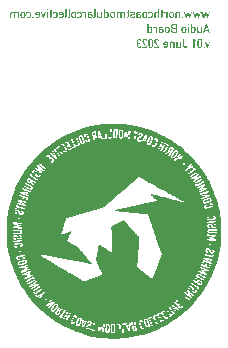
<source format=gbr>
%TF.GenerationSoftware,KiCad,Pcbnew,7.0.2-0*%
%TF.CreationDate,2023-11-12T18:23:23-05:00*%
%TF.ProjectId,Audio Module,41756469-6f20-44d6-9f64-756c652e6b69,rev?*%
%TF.SameCoordinates,Original*%
%TF.FileFunction,Legend,Bot*%
%TF.FilePolarity,Positive*%
%FSLAX46Y46*%
G04 Gerber Fmt 4.6, Leading zero omitted, Abs format (unit mm)*
G04 Created by KiCad (PCBNEW 7.0.2-0) date 2023-11-12 18:23:23*
%MOMM*%
%LPD*%
G01*
G04 APERTURE LIST*
%ADD10C,0.187500*%
G04 APERTURE END LIST*
D10*
G36*
X117392010Y-74198623D02*
G01*
X117297122Y-74198623D01*
X117127495Y-73671058D01*
X117240702Y-73671058D01*
X117342185Y-74035590D01*
X117344200Y-74035590D01*
X117465283Y-73671058D01*
X117542769Y-73671058D01*
X117663669Y-74035590D01*
X117665684Y-74035590D01*
X117767717Y-73671058D01*
X117881106Y-73671058D01*
X117710930Y-74198623D01*
X117616591Y-74198623D01*
X117505217Y-73828045D01*
X117503202Y-73828045D01*
X117392010Y-74198623D01*
G37*
G36*
X116634369Y-74198623D02*
G01*
X116539481Y-74198623D01*
X116369854Y-73671058D01*
X116483060Y-73671058D01*
X116584543Y-74035590D01*
X116586558Y-74035590D01*
X116707642Y-73671058D01*
X116785128Y-73671058D01*
X116906028Y-74035590D01*
X116908043Y-74035590D01*
X117010075Y-73671058D01*
X117123465Y-73671058D01*
X116953289Y-74198623D01*
X116858950Y-74198623D01*
X116747575Y-73828045D01*
X116745560Y-73828045D01*
X116634369Y-74198623D01*
G37*
G36*
X115876728Y-74198623D02*
G01*
X115781839Y-74198623D01*
X115612213Y-73671058D01*
X115725419Y-73671058D01*
X115826902Y-74035590D01*
X115828917Y-74035590D01*
X115950000Y-73671058D01*
X116027486Y-73671058D01*
X116148387Y-74035590D01*
X116150402Y-74035590D01*
X116252434Y-73671058D01*
X116365824Y-73671058D01*
X116195648Y-74198623D01*
X116101309Y-74198623D01*
X115989934Y-73828045D01*
X115987919Y-73828045D01*
X115876728Y-74198623D01*
G37*
G36*
X115595726Y-74198623D02*
G01*
X115488565Y-74198623D01*
X115488565Y-74094209D01*
X115595726Y-74094209D01*
X115595726Y-74198623D01*
G37*
G36*
X115347514Y-74198623D02*
G01*
X115240353Y-74198623D01*
X115240353Y-73879519D01*
X115240087Y-73869179D01*
X115239290Y-73859315D01*
X115237962Y-73849927D01*
X115236102Y-73841017D01*
X115233712Y-73832582D01*
X115230789Y-73824625D01*
X115227336Y-73817144D01*
X115223351Y-73810139D01*
X115218835Y-73803611D01*
X115213788Y-73797560D01*
X115210128Y-73793790D01*
X115204419Y-73788421D01*
X115198420Y-73783580D01*
X115192131Y-73779268D01*
X115185553Y-73775483D01*
X115178684Y-73772227D01*
X115171526Y-73769498D01*
X115164079Y-73767298D01*
X115156341Y-73765626D01*
X115148313Y-73764482D01*
X115139996Y-73763865D01*
X115134290Y-73763748D01*
X115125783Y-73764012D01*
X115117572Y-73764804D01*
X115109657Y-73766124D01*
X115102039Y-73767973D01*
X115094717Y-73770349D01*
X115087691Y-73773254D01*
X115080961Y-73776686D01*
X115074527Y-73780647D01*
X115068390Y-73785135D01*
X115062549Y-73790152D01*
X115058819Y-73793790D01*
X115053516Y-73799524D01*
X115048734Y-73805734D01*
X115044474Y-73812421D01*
X115040736Y-73819584D01*
X115037519Y-73827224D01*
X115034824Y-73835341D01*
X115032650Y-73843934D01*
X115030999Y-73853004D01*
X115029868Y-73862550D01*
X115029260Y-73872573D01*
X115029144Y-73879519D01*
X115029144Y-74198623D01*
X114921982Y-74198623D01*
X114921982Y-73844531D01*
X114922505Y-73833300D01*
X114923433Y-73822412D01*
X114924767Y-73811868D01*
X114926505Y-73801667D01*
X114928648Y-73791809D01*
X114931196Y-73782295D01*
X114934149Y-73773125D01*
X114937507Y-73764298D01*
X114941270Y-73755814D01*
X114945438Y-73747674D01*
X114950011Y-73739877D01*
X114954989Y-73732424D01*
X114960373Y-73725314D01*
X114966161Y-73718548D01*
X114972354Y-73712125D01*
X114978952Y-73706046D01*
X114985843Y-73700389D01*
X114992822Y-73695098D01*
X114999891Y-73690171D01*
X115007047Y-73685609D01*
X115014293Y-73681413D01*
X115021628Y-73677581D01*
X115029051Y-73674114D01*
X115036563Y-73671012D01*
X115044163Y-73668275D01*
X115051853Y-73665903D01*
X115059631Y-73663896D01*
X115067498Y-73662254D01*
X115075453Y-73660976D01*
X115083497Y-73660064D01*
X115091630Y-73659517D01*
X115099852Y-73659334D01*
X115110439Y-73659600D01*
X115120769Y-73660399D01*
X115130841Y-73661730D01*
X115140656Y-73663593D01*
X115150213Y-73665989D01*
X115159512Y-73668917D01*
X115168554Y-73672377D01*
X115177338Y-73676370D01*
X115185865Y-73680895D01*
X115194134Y-73685953D01*
X115202145Y-73691543D01*
X115209899Y-73697665D01*
X115217395Y-73704320D01*
X115224634Y-73711507D01*
X115231614Y-73719226D01*
X115238338Y-73727478D01*
X115240353Y-73727478D01*
X115240353Y-73671058D01*
X115347514Y-73671058D01*
X115347514Y-74198623D01*
G37*
G36*
X114598328Y-73659522D02*
G01*
X114605695Y-73659855D01*
X114616424Y-73660629D01*
X114626767Y-73661731D01*
X114636723Y-73663162D01*
X114646293Y-73664921D01*
X114655477Y-73667009D01*
X114664274Y-73669425D01*
X114672684Y-73672170D01*
X114680709Y-73675243D01*
X114688346Y-73678644D01*
X114690806Y-73679851D01*
X114698040Y-73683713D01*
X114704970Y-73687675D01*
X114711598Y-73691737D01*
X114717923Y-73695899D01*
X114723946Y-73700161D01*
X114731505Y-73705998D01*
X114738526Y-73712013D01*
X114745009Y-73718206D01*
X114750953Y-73724576D01*
X114752356Y-73726196D01*
X114757785Y-73732126D01*
X114762943Y-73738307D01*
X114767831Y-73744740D01*
X114772448Y-73751423D01*
X114776795Y-73758358D01*
X114780872Y-73765544D01*
X114784678Y-73772981D01*
X114788214Y-73780670D01*
X114791479Y-73788609D01*
X114794473Y-73796800D01*
X114796319Y-73802400D01*
X114798807Y-73811406D01*
X114801051Y-73821114D01*
X114803049Y-73831524D01*
X114804246Y-73838855D01*
X114805333Y-73846497D01*
X114806312Y-73854451D01*
X114807182Y-73862717D01*
X114807944Y-73871295D01*
X114808596Y-73880185D01*
X114809140Y-73889387D01*
X114809575Y-73898901D01*
X114809901Y-73908727D01*
X114810119Y-73918865D01*
X114810228Y-73929315D01*
X114810241Y-73934657D01*
X114810187Y-73945123D01*
X114810024Y-73955274D01*
X114809752Y-73965107D01*
X114809371Y-73974625D01*
X114808882Y-73983826D01*
X114808283Y-73992711D01*
X114807576Y-74001280D01*
X114806761Y-74009533D01*
X114805836Y-74017469D01*
X114804803Y-74025089D01*
X114803661Y-74032393D01*
X114801744Y-74042755D01*
X114799582Y-74052406D01*
X114797176Y-74061345D01*
X114796319Y-74064167D01*
X114793505Y-74072441D01*
X114790420Y-74080503D01*
X114787065Y-74088352D01*
X114783439Y-74095989D01*
X114779543Y-74103413D01*
X114775376Y-74110625D01*
X114770939Y-74117624D01*
X114766232Y-74124411D01*
X114761254Y-74130985D01*
X114756005Y-74137347D01*
X114752356Y-74141470D01*
X114746545Y-74147712D01*
X114740197Y-74153800D01*
X114733310Y-74159734D01*
X114725886Y-74165512D01*
X114717923Y-74171137D01*
X114711598Y-74175253D01*
X114704970Y-74179283D01*
X114698040Y-74183226D01*
X114690806Y-74187082D01*
X114683297Y-74191053D01*
X114675402Y-74194653D01*
X114667120Y-74197884D01*
X114658452Y-74200743D01*
X114649397Y-74203233D01*
X114639956Y-74205352D01*
X114630129Y-74207101D01*
X114619915Y-74208480D01*
X114609315Y-74209488D01*
X114598328Y-74210126D01*
X114590789Y-74210346D01*
X114583006Y-74210126D01*
X114575410Y-74209742D01*
X114568002Y-74209193D01*
X114557241Y-74208062D01*
X114546903Y-74206559D01*
X114536985Y-74204687D01*
X114527490Y-74202444D01*
X114518417Y-74199831D01*
X114509765Y-74196848D01*
X114501535Y-74193494D01*
X114493727Y-74189770D01*
X114488757Y-74187082D01*
X114481127Y-74183450D01*
X114474039Y-74179560D01*
X114467492Y-74175413D01*
X114461485Y-74171008D01*
X114455162Y-74165543D01*
X114454318Y-74164734D01*
X114448046Y-74159739D01*
X114442212Y-74154691D01*
X114436816Y-74149591D01*
X114431186Y-74143697D01*
X114429222Y-74141470D01*
X114423441Y-74135219D01*
X114417982Y-74128761D01*
X114412845Y-74122098D01*
X114408030Y-74115229D01*
X114403537Y-74108153D01*
X114399367Y-74100872D01*
X114395518Y-74093384D01*
X114391991Y-74085691D01*
X114388786Y-74077791D01*
X114385903Y-74069685D01*
X114384160Y-74064167D01*
X114381868Y-74055465D01*
X114379802Y-74046051D01*
X114377961Y-74035926D01*
X114376346Y-74025089D01*
X114375394Y-74017469D01*
X114374542Y-74009533D01*
X114373791Y-74001280D01*
X114373140Y-73992711D01*
X114372589Y-73983826D01*
X114372138Y-73974625D01*
X114371788Y-73965107D01*
X114371537Y-73955274D01*
X114371387Y-73945123D01*
X114371341Y-73935573D01*
X114478498Y-73935573D01*
X114478543Y-73945857D01*
X114478679Y-73955619D01*
X114478904Y-73964859D01*
X114479220Y-73973578D01*
X114479625Y-73981775D01*
X114480121Y-73989450D01*
X114480923Y-73998872D01*
X114481884Y-74007367D01*
X114483006Y-74014935D01*
X114483627Y-74018371D01*
X114485494Y-74026687D01*
X114487889Y-74034690D01*
X114490811Y-74042379D01*
X114494261Y-74049756D01*
X114498238Y-74056819D01*
X114502743Y-74063569D01*
X114504693Y-74066182D01*
X114509489Y-74072023D01*
X114515083Y-74077593D01*
X114521476Y-74082894D01*
X114528667Y-74087923D01*
X114535270Y-74091908D01*
X114539498Y-74094209D01*
X114546546Y-74097586D01*
X114553952Y-74100391D01*
X114561716Y-74102624D01*
X114569838Y-74104284D01*
X114578317Y-74105371D01*
X114587154Y-74105887D01*
X114590789Y-74105932D01*
X114599163Y-74105646D01*
X114607340Y-74104787D01*
X114615320Y-74103356D01*
X114623103Y-74101353D01*
X114630690Y-74098777D01*
X114638080Y-74095628D01*
X114640981Y-74094209D01*
X114647702Y-74090337D01*
X114654011Y-74086277D01*
X114661039Y-74081157D01*
X114667475Y-74075767D01*
X114673318Y-74070106D01*
X114676885Y-74066182D01*
X114681043Y-74059557D01*
X114684817Y-74052618D01*
X114688206Y-74045367D01*
X114691210Y-74037803D01*
X114693830Y-74029926D01*
X114696065Y-74021735D01*
X114696851Y-74018371D01*
X114698646Y-74009324D01*
X114699862Y-74001011D01*
X114700884Y-73991741D01*
X114701523Y-73984162D01*
X114702052Y-73976045D01*
X114702471Y-73967390D01*
X114702782Y-73958198D01*
X114702982Y-73948467D01*
X114703074Y-73938199D01*
X114703080Y-73934657D01*
X114703025Y-73924074D01*
X114702861Y-73914032D01*
X114702587Y-73904531D01*
X114702204Y-73895571D01*
X114701711Y-73887151D01*
X114701109Y-73879273D01*
X114700397Y-73871936D01*
X114699278Y-73862994D01*
X114697964Y-73855014D01*
X114696851Y-73849661D01*
X114694770Y-73841688D01*
X114692304Y-73834029D01*
X114689453Y-73826683D01*
X114686218Y-73819650D01*
X114682598Y-73812930D01*
X114678594Y-73806523D01*
X114676885Y-73804048D01*
X114671436Y-73797387D01*
X114665396Y-73791280D01*
X114658762Y-73785726D01*
X114651537Y-73780727D01*
X114645063Y-73776984D01*
X114640981Y-73774922D01*
X114633670Y-73771703D01*
X114626162Y-73769030D01*
X114618457Y-73766902D01*
X114610555Y-73765319D01*
X114602457Y-73764283D01*
X114594162Y-73763792D01*
X114590789Y-73763748D01*
X114581809Y-73764021D01*
X114573186Y-73764839D01*
X114564922Y-73766203D01*
X114557015Y-73768113D01*
X114549466Y-73770568D01*
X114542274Y-73773569D01*
X114539498Y-73774922D01*
X114532562Y-73778435D01*
X114526182Y-73782332D01*
X114519256Y-73787516D01*
X114513130Y-73793254D01*
X114507802Y-73799546D01*
X114504693Y-73804048D01*
X114499977Y-73810330D01*
X114495788Y-73816925D01*
X114492127Y-73823832D01*
X114488994Y-73831053D01*
X114486389Y-73838587D01*
X114484311Y-73846434D01*
X114483627Y-73849661D01*
X114482425Y-73856933D01*
X114481383Y-73865197D01*
X114480502Y-73874450D01*
X114479946Y-73882040D01*
X114479480Y-73890187D01*
X114479104Y-73898892D01*
X114478819Y-73908153D01*
X114478624Y-73917971D01*
X114478518Y-73928347D01*
X114478498Y-73935573D01*
X114371341Y-73935573D01*
X114371337Y-73934657D01*
X114371387Y-73924186D01*
X114371537Y-73914020D01*
X114371788Y-73904162D01*
X114372138Y-73894609D01*
X114372589Y-73885362D01*
X114373140Y-73876422D01*
X114373791Y-73867788D01*
X114374542Y-73859461D01*
X114375394Y-73851439D01*
X114376346Y-73843724D01*
X114377398Y-73836315D01*
X114379163Y-73825776D01*
X114381154Y-73815926D01*
X114383371Y-73806766D01*
X114384160Y-73803865D01*
X114386828Y-73795641D01*
X114389818Y-73787662D01*
X114393130Y-73779928D01*
X114396765Y-73772438D01*
X114400721Y-73765193D01*
X114404999Y-73758193D01*
X114409600Y-73751437D01*
X114414522Y-73744926D01*
X114419766Y-73738660D01*
X114425333Y-73732639D01*
X114429222Y-73728760D01*
X114434761Y-73722117D01*
X114440843Y-73715651D01*
X114447469Y-73709363D01*
X114454639Y-73703252D01*
X114462353Y-73697319D01*
X114468495Y-73692985D01*
X114474943Y-73688751D01*
X114481697Y-73684618D01*
X114488757Y-73680583D01*
X114496252Y-73676973D01*
X114504176Y-73673697D01*
X114512528Y-73670756D01*
X114521309Y-73668150D01*
X114530517Y-73665879D01*
X114540154Y-73663942D01*
X114550219Y-73662341D01*
X114560713Y-73661075D01*
X114571634Y-73660143D01*
X114579154Y-73659708D01*
X114586863Y-73659422D01*
X114590789Y-73659334D01*
X114598328Y-73659522D01*
G37*
G36*
X114259412Y-74198623D02*
G01*
X114152251Y-74198623D01*
X114152251Y-73875856D01*
X114151766Y-73865084D01*
X114150725Y-73854889D01*
X114149126Y-73845270D01*
X114146970Y-73836228D01*
X114144257Y-73827762D01*
X114140987Y-73819873D01*
X114137160Y-73812560D01*
X114132776Y-73805823D01*
X114127835Y-73799662D01*
X114122337Y-73794078D01*
X114118362Y-73790676D01*
X114112796Y-73785864D01*
X114105050Y-73780184D01*
X114096931Y-73775345D01*
X114088440Y-73771348D01*
X114079578Y-73768192D01*
X114070343Y-73765878D01*
X114060736Y-73764406D01*
X114053286Y-73763853D01*
X114048203Y-73763748D01*
X114039130Y-73764169D01*
X114030137Y-73765431D01*
X114021224Y-73767535D01*
X114012391Y-73770480D01*
X114003639Y-73774267D01*
X113997127Y-73777659D01*
X113990660Y-73781525D01*
X113984238Y-73785864D01*
X113977862Y-73790676D01*
X113900009Y-73699634D01*
X113906027Y-73694862D01*
X113912174Y-73690389D01*
X113918449Y-73686218D01*
X113924853Y-73682347D01*
X113931386Y-73678776D01*
X113938048Y-73675506D01*
X113944839Y-73672536D01*
X113951758Y-73669867D01*
X113958806Y-73667499D01*
X113965983Y-73665431D01*
X113973289Y-73663663D01*
X113980724Y-73662197D01*
X113988287Y-73661030D01*
X113995979Y-73660164D01*
X114003800Y-73659599D01*
X114011750Y-73659334D01*
X114022338Y-73659600D01*
X114032667Y-73660399D01*
X114042740Y-73661730D01*
X114052554Y-73663593D01*
X114062111Y-73665989D01*
X114071410Y-73668917D01*
X114080452Y-73672377D01*
X114089236Y-73676370D01*
X114097763Y-73680895D01*
X114106032Y-73685953D01*
X114114043Y-73691543D01*
X114121797Y-73697665D01*
X114129293Y-73704320D01*
X114136532Y-73711507D01*
X114143513Y-73719226D01*
X114150236Y-73727478D01*
X114152251Y-73727478D01*
X114152251Y-73671058D01*
X114259412Y-73671058D01*
X114259412Y-74198623D01*
G37*
G36*
X113845238Y-73671058D02*
G01*
X113898544Y-73671058D01*
X113898544Y-73752024D01*
X113845238Y-73752024D01*
X113845238Y-74068563D01*
X113845093Y-74076256D01*
X113844660Y-74083719D01*
X113843467Y-74094480D01*
X113841624Y-74104724D01*
X113839131Y-74114449D01*
X113835987Y-74123655D01*
X113832193Y-74132343D01*
X113827748Y-74140513D01*
X113822653Y-74148164D01*
X113816907Y-74155297D01*
X113810511Y-74161911D01*
X113808235Y-74164001D01*
X113801323Y-74170188D01*
X113794050Y-74175767D01*
X113786416Y-74180737D01*
X113778422Y-74185099D01*
X113770067Y-74188851D01*
X113761352Y-74191996D01*
X113752276Y-74194531D01*
X113742839Y-74196459D01*
X113733041Y-74197777D01*
X113722883Y-74198487D01*
X113715911Y-74198623D01*
X113660041Y-74198623D01*
X113660041Y-74094209D01*
X113700157Y-74094209D01*
X113709245Y-74093805D01*
X113717090Y-74092136D01*
X113725150Y-74088272D01*
X113731269Y-74082430D01*
X113735447Y-74074612D01*
X113737392Y-74066934D01*
X113738095Y-74057991D01*
X113738076Y-74055557D01*
X113738076Y-73752024D01*
X113660041Y-73752024D01*
X113660041Y-73671058D01*
X113738076Y-73671058D01*
X113738076Y-73508942D01*
X113845238Y-73508942D01*
X113845238Y-73671058D01*
G37*
G36*
X113559657Y-74198623D02*
G01*
X113452495Y-74198623D01*
X113452495Y-73879519D01*
X113452230Y-73869179D01*
X113451433Y-73859315D01*
X113450104Y-73849927D01*
X113448245Y-73841017D01*
X113445854Y-73832582D01*
X113442932Y-73824625D01*
X113439478Y-73817144D01*
X113435494Y-73810139D01*
X113430978Y-73803611D01*
X113425930Y-73797560D01*
X113422270Y-73793790D01*
X113416561Y-73788421D01*
X113410562Y-73783580D01*
X113404274Y-73779268D01*
X113397695Y-73775483D01*
X113390827Y-73772227D01*
X113383669Y-73769498D01*
X113376221Y-73767298D01*
X113368483Y-73765626D01*
X113360456Y-73764482D01*
X113352139Y-73763865D01*
X113346433Y-73763748D01*
X113337925Y-73764012D01*
X113329715Y-73764804D01*
X113321800Y-73766124D01*
X113314181Y-73767973D01*
X113306859Y-73770349D01*
X113299833Y-73773254D01*
X113293103Y-73776686D01*
X113286670Y-73780647D01*
X113280532Y-73785135D01*
X113274691Y-73790152D01*
X113270962Y-73793790D01*
X113265658Y-73799524D01*
X113260877Y-73805734D01*
X113256617Y-73812421D01*
X113252878Y-73819584D01*
X113249661Y-73827224D01*
X113246966Y-73835341D01*
X113244793Y-73843934D01*
X113243141Y-73853004D01*
X113242011Y-73862550D01*
X113241402Y-73872573D01*
X113241286Y-73879519D01*
X113241286Y-74198623D01*
X113134125Y-74198623D01*
X113134125Y-73844531D01*
X113134648Y-73833300D01*
X113135576Y-73822412D01*
X113136909Y-73811868D01*
X113138647Y-73801667D01*
X113140790Y-73791809D01*
X113143338Y-73782295D01*
X113146291Y-73773125D01*
X113149649Y-73764298D01*
X113153412Y-73755814D01*
X113157581Y-73747674D01*
X113162154Y-73739877D01*
X113167132Y-73732424D01*
X113172515Y-73725314D01*
X113178303Y-73718548D01*
X113184496Y-73712125D01*
X113191094Y-73706046D01*
X113197985Y-73700389D01*
X113204965Y-73695098D01*
X113212033Y-73690171D01*
X113219190Y-73685609D01*
X113226436Y-73681413D01*
X113233770Y-73677581D01*
X113241193Y-73674114D01*
X113248705Y-73671012D01*
X113256306Y-73668275D01*
X113263995Y-73665903D01*
X113271773Y-73663896D01*
X113279640Y-73662254D01*
X113287595Y-73660976D01*
X113295640Y-73660064D01*
X113303773Y-73659517D01*
X113311994Y-73659334D01*
X113322582Y-73659581D01*
X113332912Y-73660322D01*
X113342984Y-73661556D01*
X113352798Y-73663284D01*
X113362355Y-73665506D01*
X113371655Y-73668221D01*
X113380696Y-73671431D01*
X113389481Y-73675134D01*
X113398007Y-73679330D01*
X113406276Y-73684021D01*
X113414287Y-73689205D01*
X113422041Y-73694883D01*
X113429537Y-73701055D01*
X113436776Y-73707720D01*
X113443757Y-73714879D01*
X113450480Y-73722532D01*
X113452495Y-73722532D01*
X113452495Y-73448308D01*
X113559657Y-73448308D01*
X113559657Y-74198623D01*
G37*
G36*
X112683497Y-74048596D02*
G01*
X112688663Y-74055411D01*
X112694041Y-74061794D01*
X112699631Y-74067747D01*
X112705433Y-74073269D01*
X112711446Y-74078360D01*
X112717672Y-74083020D01*
X112724109Y-74087250D01*
X112730758Y-74091049D01*
X112737618Y-74094417D01*
X112744691Y-74097354D01*
X112751975Y-74099861D01*
X112759471Y-74101937D01*
X112767179Y-74103582D01*
X112775099Y-74104796D01*
X112783231Y-74105580D01*
X112791574Y-74105932D01*
X112799972Y-74105921D01*
X112808108Y-74105567D01*
X112815981Y-74104871D01*
X112823591Y-74103831D01*
X112830939Y-74102449D01*
X112844846Y-74098657D01*
X112857703Y-74093493D01*
X112869510Y-74086959D01*
X112880266Y-74079054D01*
X112889972Y-74069777D01*
X112898627Y-74059130D01*
X112906232Y-74047111D01*
X112909641Y-74040588D01*
X112912787Y-74033722D01*
X112915670Y-74026513D01*
X112918291Y-74018961D01*
X112920649Y-74011067D01*
X112922744Y-74002830D01*
X112924577Y-73994250D01*
X112926147Y-73985327D01*
X112927455Y-73976062D01*
X112928500Y-73966454D01*
X112929283Y-73956503D01*
X112929802Y-73946209D01*
X112930060Y-73935573D01*
X112929802Y-73924880D01*
X112929283Y-73914530D01*
X112928500Y-73904524D01*
X112927455Y-73894861D01*
X112926147Y-73885541D01*
X112924577Y-73876565D01*
X112922744Y-73867933D01*
X112920649Y-73859644D01*
X112918291Y-73851698D01*
X112915670Y-73844096D01*
X112912787Y-73836838D01*
X112909641Y-73829923D01*
X112906232Y-73823351D01*
X112898627Y-73811238D01*
X112889972Y-73800499D01*
X112880266Y-73791134D01*
X112869510Y-73783143D01*
X112857703Y-73776525D01*
X112844846Y-73771281D01*
X112830939Y-73767412D01*
X112823591Y-73765992D01*
X112815981Y-73764916D01*
X112808108Y-73764183D01*
X112799972Y-73763794D01*
X112791574Y-73763748D01*
X112783231Y-73764231D01*
X112775099Y-73765131D01*
X112767179Y-73766446D01*
X112759471Y-73768179D01*
X112751975Y-73770328D01*
X112744691Y-73772893D01*
X112737618Y-73775875D01*
X112730758Y-73779273D01*
X112724109Y-73783087D01*
X112717672Y-73787318D01*
X112711446Y-73791966D01*
X112705433Y-73797030D01*
X112699631Y-73802510D01*
X112694041Y-73808407D01*
X112688663Y-73814721D01*
X112683497Y-73821450D01*
X112604545Y-73751658D01*
X112611180Y-73743974D01*
X112618035Y-73736582D01*
X112625108Y-73729484D01*
X112632400Y-73722678D01*
X112639911Y-73716166D01*
X112647642Y-73709946D01*
X112655591Y-73704020D01*
X112663759Y-73698386D01*
X112672146Y-73693046D01*
X112680752Y-73687999D01*
X112686611Y-73684797D01*
X112695570Y-73680433D01*
X112704793Y-73676478D01*
X112714280Y-73672933D01*
X112724031Y-73669796D01*
X112734047Y-73667068D01*
X112744326Y-73664749D01*
X112754869Y-73662839D01*
X112765677Y-73661338D01*
X112773028Y-73660564D01*
X112780497Y-73659973D01*
X112788084Y-73659563D01*
X112795787Y-73659334D01*
X112807489Y-73659476D01*
X112819011Y-73660130D01*
X112830353Y-73661296D01*
X112841514Y-73662975D01*
X112852495Y-73665166D01*
X112863296Y-73667869D01*
X112873916Y-73671085D01*
X112884356Y-73674813D01*
X112894615Y-73679054D01*
X112904695Y-73683806D01*
X112914594Y-73689071D01*
X112924312Y-73694849D01*
X112933851Y-73701138D01*
X112943209Y-73707941D01*
X112952386Y-73715255D01*
X112961384Y-73723082D01*
X112970331Y-73731618D01*
X112978717Y-73740787D01*
X112986543Y-73750589D01*
X112993807Y-73761023D01*
X113000510Y-73772090D01*
X113006653Y-73783789D01*
X113012234Y-73796121D01*
X113017254Y-73809086D01*
X113021714Y-73822683D01*
X113025612Y-73836912D01*
X113027351Y-73844264D01*
X113028949Y-73851774D01*
X113030408Y-73859443D01*
X113031726Y-73867269D01*
X113032904Y-73875253D01*
X113033941Y-73883396D01*
X113034838Y-73891697D01*
X113035596Y-73900156D01*
X113036212Y-73908773D01*
X113036689Y-73917548D01*
X113037025Y-73926481D01*
X113037221Y-73935573D01*
X113037025Y-73944573D01*
X113036689Y-73953416D01*
X113036212Y-73962101D01*
X113035596Y-73970629D01*
X113034838Y-73979000D01*
X113033941Y-73987213D01*
X113032904Y-73995269D01*
X113031726Y-74003167D01*
X113030408Y-74010908D01*
X113028949Y-74018491D01*
X113027351Y-74025918D01*
X113025612Y-74033186D01*
X113023733Y-74040297D01*
X113019554Y-74054047D01*
X113014814Y-74067168D01*
X113009514Y-74079659D01*
X113003652Y-74091520D01*
X112997229Y-74102751D01*
X112990245Y-74113353D01*
X112982700Y-74123325D01*
X112974594Y-74132667D01*
X112965928Y-74141380D01*
X112961384Y-74145500D01*
X112952386Y-74153352D01*
X112943209Y-74160698D01*
X112933851Y-74167537D01*
X112924312Y-74173870D01*
X112914594Y-74179696D01*
X112904695Y-74185016D01*
X112894615Y-74189828D01*
X112884356Y-74194135D01*
X112873916Y-74197934D01*
X112863296Y-74201227D01*
X112852495Y-74204013D01*
X112841514Y-74206293D01*
X112830353Y-74208066D01*
X112819011Y-74209333D01*
X112807489Y-74210093D01*
X112795787Y-74210346D01*
X112788084Y-74210135D01*
X112780497Y-74209731D01*
X112773028Y-74209133D01*
X112765677Y-74208343D01*
X112754869Y-74206794D01*
X112744326Y-74204811D01*
X112734047Y-74202394D01*
X112724031Y-74199541D01*
X112714280Y-74196254D01*
X112704793Y-74192532D01*
X112695570Y-74188376D01*
X112686611Y-74183785D01*
X112677859Y-74179088D01*
X112669326Y-74174133D01*
X112661012Y-74168921D01*
X112652917Y-74163452D01*
X112645041Y-74157724D01*
X112637383Y-74151739D01*
X112629945Y-74145497D01*
X112622726Y-74138997D01*
X112615726Y-74132239D01*
X112608944Y-74125224D01*
X112604545Y-74120404D01*
X112683497Y-74048596D01*
G37*
G36*
X112344455Y-73659522D02*
G01*
X112351822Y-73659855D01*
X112362551Y-73660629D01*
X112372894Y-73661731D01*
X112382850Y-73663162D01*
X112392420Y-73664921D01*
X112401604Y-73667009D01*
X112410401Y-73669425D01*
X112418811Y-73672170D01*
X112426836Y-73675243D01*
X112434473Y-73678644D01*
X112436933Y-73679851D01*
X112444167Y-73683713D01*
X112451097Y-73687675D01*
X112457725Y-73691737D01*
X112464050Y-73695899D01*
X112470073Y-73700161D01*
X112477632Y-73705998D01*
X112484653Y-73712013D01*
X112491136Y-73718206D01*
X112497081Y-73724576D01*
X112498483Y-73726196D01*
X112503912Y-73732126D01*
X112509070Y-73738307D01*
X112513958Y-73744740D01*
X112518575Y-73751423D01*
X112522922Y-73758358D01*
X112526999Y-73765544D01*
X112530805Y-73772981D01*
X112534341Y-73780670D01*
X112537606Y-73788609D01*
X112540600Y-73796800D01*
X112542446Y-73802400D01*
X112544934Y-73811406D01*
X112547178Y-73821114D01*
X112549176Y-73831524D01*
X112550373Y-73838855D01*
X112551460Y-73846497D01*
X112552439Y-73854451D01*
X112553309Y-73862717D01*
X112554071Y-73871295D01*
X112554723Y-73880185D01*
X112555267Y-73889387D01*
X112555702Y-73898901D01*
X112556028Y-73908727D01*
X112556246Y-73918865D01*
X112556355Y-73929315D01*
X112556368Y-73934657D01*
X112556314Y-73945123D01*
X112556151Y-73955274D01*
X112555879Y-73965107D01*
X112555498Y-73974625D01*
X112555009Y-73983826D01*
X112554410Y-73992711D01*
X112553703Y-74001280D01*
X112552888Y-74009533D01*
X112551963Y-74017469D01*
X112550930Y-74025089D01*
X112549788Y-74032393D01*
X112547871Y-74042755D01*
X112545709Y-74052406D01*
X112543303Y-74061345D01*
X112542446Y-74064167D01*
X112539632Y-74072441D01*
X112536547Y-74080503D01*
X112533192Y-74088352D01*
X112529566Y-74095989D01*
X112525670Y-74103413D01*
X112521503Y-74110625D01*
X112517066Y-74117624D01*
X112512359Y-74124411D01*
X112507381Y-74130985D01*
X112502132Y-74137347D01*
X112498483Y-74141470D01*
X112492672Y-74147712D01*
X112486324Y-74153800D01*
X112479437Y-74159734D01*
X112472013Y-74165512D01*
X112464050Y-74171137D01*
X112457725Y-74175253D01*
X112451097Y-74179283D01*
X112444167Y-74183226D01*
X112436933Y-74187082D01*
X112429424Y-74191053D01*
X112421529Y-74194653D01*
X112413247Y-74197884D01*
X112404579Y-74200743D01*
X112395524Y-74203233D01*
X112386083Y-74205352D01*
X112376256Y-74207101D01*
X112366042Y-74208480D01*
X112355442Y-74209488D01*
X112344455Y-74210126D01*
X112336916Y-74210346D01*
X112329133Y-74210126D01*
X112321537Y-74209742D01*
X112314129Y-74209193D01*
X112303368Y-74208062D01*
X112293030Y-74206559D01*
X112283112Y-74204687D01*
X112273617Y-74202444D01*
X112264544Y-74199831D01*
X112255892Y-74196848D01*
X112247662Y-74193494D01*
X112239854Y-74189770D01*
X112234884Y-74187082D01*
X112227254Y-74183450D01*
X112220166Y-74179560D01*
X112213619Y-74175413D01*
X112207612Y-74171008D01*
X112201289Y-74165543D01*
X112200445Y-74164734D01*
X112194173Y-74159739D01*
X112188339Y-74154691D01*
X112182943Y-74149591D01*
X112177313Y-74143697D01*
X112175349Y-74141470D01*
X112169568Y-74135219D01*
X112164109Y-74128761D01*
X112158972Y-74122098D01*
X112154157Y-74115229D01*
X112149664Y-74108153D01*
X112145494Y-74100872D01*
X112141645Y-74093384D01*
X112138118Y-74085691D01*
X112134913Y-74077791D01*
X112132030Y-74069685D01*
X112130287Y-74064167D01*
X112127995Y-74055465D01*
X112125929Y-74046051D01*
X112124088Y-74035926D01*
X112122473Y-74025089D01*
X112121521Y-74017469D01*
X112120669Y-74009533D01*
X112119918Y-74001280D01*
X112119267Y-73992711D01*
X112118716Y-73983826D01*
X112118265Y-73974625D01*
X112117915Y-73965107D01*
X112117664Y-73955274D01*
X112117514Y-73945123D01*
X112117468Y-73935573D01*
X112224625Y-73935573D01*
X112224670Y-73945857D01*
X112224806Y-73955619D01*
X112225031Y-73964859D01*
X112225347Y-73973578D01*
X112225752Y-73981775D01*
X112226248Y-73989450D01*
X112227050Y-73998872D01*
X112228011Y-74007367D01*
X112229133Y-74014935D01*
X112229754Y-74018371D01*
X112231621Y-74026687D01*
X112234016Y-74034690D01*
X112236938Y-74042379D01*
X112240388Y-74049756D01*
X112244365Y-74056819D01*
X112248870Y-74063569D01*
X112250820Y-74066182D01*
X112255616Y-74072023D01*
X112261210Y-74077593D01*
X112267603Y-74082894D01*
X112274794Y-74087923D01*
X112281397Y-74091908D01*
X112285625Y-74094209D01*
X112292673Y-74097586D01*
X112300079Y-74100391D01*
X112307843Y-74102624D01*
X112315965Y-74104284D01*
X112324444Y-74105371D01*
X112333281Y-74105887D01*
X112336916Y-74105932D01*
X112345290Y-74105646D01*
X112353467Y-74104787D01*
X112361447Y-74103356D01*
X112369230Y-74101353D01*
X112376817Y-74098777D01*
X112384207Y-74095628D01*
X112387108Y-74094209D01*
X112393829Y-74090337D01*
X112400138Y-74086277D01*
X112407166Y-74081157D01*
X112413602Y-74075767D01*
X112419445Y-74070106D01*
X112423012Y-74066182D01*
X112427170Y-74059557D01*
X112430944Y-74052618D01*
X112434333Y-74045367D01*
X112437337Y-74037803D01*
X112439957Y-74029926D01*
X112442192Y-74021735D01*
X112442978Y-74018371D01*
X112444773Y-74009324D01*
X112445989Y-74001011D01*
X112447011Y-73991741D01*
X112447650Y-73984162D01*
X112448179Y-73976045D01*
X112448598Y-73967390D01*
X112448909Y-73958198D01*
X112449109Y-73948467D01*
X112449201Y-73938199D01*
X112449207Y-73934657D01*
X112449152Y-73924074D01*
X112448988Y-73914032D01*
X112448714Y-73904531D01*
X112448331Y-73895571D01*
X112447838Y-73887151D01*
X112447236Y-73879273D01*
X112446524Y-73871936D01*
X112445405Y-73862994D01*
X112444091Y-73855014D01*
X112442978Y-73849661D01*
X112440897Y-73841688D01*
X112438431Y-73834029D01*
X112435580Y-73826683D01*
X112432345Y-73819650D01*
X112428725Y-73812930D01*
X112424721Y-73806523D01*
X112423012Y-73804048D01*
X112417563Y-73797387D01*
X112411523Y-73791280D01*
X112404889Y-73785726D01*
X112397664Y-73780727D01*
X112391190Y-73776984D01*
X112387108Y-73774922D01*
X112379797Y-73771703D01*
X112372289Y-73769030D01*
X112364584Y-73766902D01*
X112356682Y-73765319D01*
X112348584Y-73764283D01*
X112340289Y-73763792D01*
X112336916Y-73763748D01*
X112327936Y-73764021D01*
X112319313Y-73764839D01*
X112311049Y-73766203D01*
X112303142Y-73768113D01*
X112295593Y-73770568D01*
X112288401Y-73773569D01*
X112285625Y-73774922D01*
X112278689Y-73778435D01*
X112272309Y-73782332D01*
X112265383Y-73787516D01*
X112259257Y-73793254D01*
X112253929Y-73799546D01*
X112250820Y-73804048D01*
X112246104Y-73810330D01*
X112241915Y-73816925D01*
X112238254Y-73823832D01*
X112235121Y-73831053D01*
X112232516Y-73838587D01*
X112230438Y-73846434D01*
X112229754Y-73849661D01*
X112228552Y-73856933D01*
X112227510Y-73865197D01*
X112226629Y-73874450D01*
X112226073Y-73882040D01*
X112225607Y-73890187D01*
X112225231Y-73898892D01*
X112224946Y-73908153D01*
X112224751Y-73917971D01*
X112224645Y-73928347D01*
X112224625Y-73935573D01*
X112117468Y-73935573D01*
X112117464Y-73934657D01*
X112117514Y-73924186D01*
X112117664Y-73914020D01*
X112117915Y-73904162D01*
X112118265Y-73894609D01*
X112118716Y-73885362D01*
X112119267Y-73876422D01*
X112119918Y-73867788D01*
X112120669Y-73859461D01*
X112121521Y-73851439D01*
X112122473Y-73843724D01*
X112123525Y-73836315D01*
X112125290Y-73825776D01*
X112127281Y-73815926D01*
X112129498Y-73806766D01*
X112130287Y-73803865D01*
X112132955Y-73795641D01*
X112135945Y-73787662D01*
X112139257Y-73779928D01*
X112142892Y-73772438D01*
X112146848Y-73765193D01*
X112151126Y-73758193D01*
X112155727Y-73751437D01*
X112160649Y-73744926D01*
X112165893Y-73738660D01*
X112171460Y-73732639D01*
X112175349Y-73728760D01*
X112180888Y-73722117D01*
X112186970Y-73715651D01*
X112193596Y-73709363D01*
X112200766Y-73703252D01*
X112208480Y-73697319D01*
X112214622Y-73692985D01*
X112221070Y-73688751D01*
X112227824Y-73684618D01*
X112234884Y-73680583D01*
X112242379Y-73676973D01*
X112250303Y-73673697D01*
X112258655Y-73670756D01*
X112267436Y-73668150D01*
X112276644Y-73665879D01*
X112286281Y-73663942D01*
X112296346Y-73662341D01*
X112306840Y-73661075D01*
X112317761Y-73660143D01*
X112325281Y-73659708D01*
X112332990Y-73659422D01*
X112336916Y-73659334D01*
X112344455Y-73659522D01*
G37*
G36*
X111862275Y-73659700D02*
G01*
X111876231Y-73660771D01*
X111889735Y-73662502D01*
X111902786Y-73664895D01*
X111915386Y-73667949D01*
X111927533Y-73671664D01*
X111939228Y-73676041D01*
X111950471Y-73681078D01*
X111961262Y-73686777D01*
X111971600Y-73693137D01*
X111981486Y-73700158D01*
X111990920Y-73707840D01*
X111999902Y-73716183D01*
X112008431Y-73725188D01*
X112016508Y-73734854D01*
X112020377Y-73739934D01*
X111936297Y-73803315D01*
X111931748Y-73796697D01*
X111926690Y-73790697D01*
X111921122Y-73785313D01*
X111915045Y-73780546D01*
X111908457Y-73776397D01*
X111901360Y-73772865D01*
X111898378Y-73771625D01*
X111890754Y-73769356D01*
X111882307Y-73767471D01*
X111874956Y-73766240D01*
X111867080Y-73765256D01*
X111858676Y-73764517D01*
X111849746Y-73764025D01*
X111840289Y-73763779D01*
X111835363Y-73763748D01*
X111822014Y-73763768D01*
X111809535Y-73764332D01*
X111797925Y-73765440D01*
X111787186Y-73767091D01*
X111777317Y-73769287D01*
X111768319Y-73772026D01*
X111760190Y-73775309D01*
X111752931Y-73779135D01*
X111746543Y-73783506D01*
X111741025Y-73788420D01*
X111734378Y-73796812D01*
X111729690Y-73806427D01*
X111727652Y-73813516D01*
X111726484Y-73821150D01*
X111726187Y-73829327D01*
X111726187Y-73883183D01*
X111874381Y-73883183D01*
X111884868Y-73883496D01*
X111895032Y-73884162D01*
X111904874Y-73885179D01*
X111914395Y-73886549D01*
X111923593Y-73888270D01*
X111932470Y-73890344D01*
X111941024Y-73892770D01*
X111949257Y-73895548D01*
X111957167Y-73898677D01*
X111964756Y-73902159D01*
X111972022Y-73905993D01*
X111978967Y-73910179D01*
X111985589Y-73914717D01*
X111991890Y-73919607D01*
X111997868Y-73924850D01*
X112003525Y-73930444D01*
X112008870Y-73936169D01*
X112013871Y-73942079D01*
X112018528Y-73948173D01*
X112022839Y-73954452D01*
X112026805Y-73960916D01*
X112030427Y-73967564D01*
X112033703Y-73974397D01*
X112036635Y-73981414D01*
X112039221Y-73988616D01*
X112041463Y-73996003D01*
X112043360Y-74003574D01*
X112044912Y-74011330D01*
X112046119Y-74019271D01*
X112046982Y-74027396D01*
X112047499Y-74035706D01*
X112047671Y-74044200D01*
X112047473Y-74053076D01*
X112046879Y-74061751D01*
X112045888Y-74070226D01*
X112044500Y-74078501D01*
X112042716Y-74086575D01*
X112040536Y-74094449D01*
X112037959Y-74102123D01*
X112034986Y-74109596D01*
X112031616Y-74116869D01*
X112027851Y-74123941D01*
X112023688Y-74130814D01*
X112019129Y-74137485D01*
X112014174Y-74143957D01*
X112008822Y-74150228D01*
X112003074Y-74156299D01*
X111996930Y-74162169D01*
X111990748Y-74167874D01*
X111984245Y-74173220D01*
X111977421Y-74178207D01*
X111970277Y-74182834D01*
X111962812Y-74187103D01*
X111955027Y-74191012D01*
X111946921Y-74194562D01*
X111938495Y-74197752D01*
X111929748Y-74200584D01*
X111920680Y-74203056D01*
X111911292Y-74205169D01*
X111901584Y-74206923D01*
X111891554Y-74208318D01*
X111881205Y-74209353D01*
X111870534Y-74210029D01*
X111859543Y-74210346D01*
X111849550Y-74210225D01*
X111839972Y-74209863D01*
X111830810Y-74209259D01*
X111822063Y-74208414D01*
X111813731Y-74207327D01*
X111805814Y-74205999D01*
X111798313Y-74204429D01*
X111788958Y-74201961D01*
X111780342Y-74199063D01*
X111774364Y-74196607D01*
X111766790Y-74193033D01*
X111759732Y-74188994D01*
X111753189Y-74184492D01*
X111747161Y-74179526D01*
X111741648Y-74174096D01*
X111736651Y-74168203D01*
X111732169Y-74161846D01*
X111728202Y-74155025D01*
X111726187Y-74155025D01*
X111726187Y-74198623D01*
X111619025Y-74198623D01*
X111619025Y-73974774D01*
X111726187Y-73974774D01*
X111726187Y-74013059D01*
X111726285Y-74020401D01*
X111726799Y-74030780D01*
X111727755Y-74040399D01*
X111729152Y-74049258D01*
X111730990Y-74057358D01*
X111733269Y-74064697D01*
X111736995Y-74073301D01*
X111741504Y-74080554D01*
X111746798Y-74086456D01*
X111751283Y-74089995D01*
X111758816Y-74093971D01*
X111767586Y-74097380D01*
X111774975Y-74099565D01*
X111783059Y-74101431D01*
X111791839Y-74102978D01*
X111801314Y-74104206D01*
X111811485Y-74105116D01*
X111822352Y-74105707D01*
X111829982Y-74105924D01*
X111837922Y-74105999D01*
X111846171Y-74105932D01*
X111855900Y-74105747D01*
X111865098Y-74105192D01*
X111873765Y-74104266D01*
X111881900Y-74102970D01*
X111889504Y-74101304D01*
X111896577Y-74099267D01*
X111905181Y-74095975D01*
X111912840Y-74092026D01*
X111919555Y-74087417D01*
X111922558Y-74084866D01*
X111928182Y-74080021D01*
X111934158Y-74073601D01*
X111938962Y-74066779D01*
X111942594Y-74059555D01*
X111945055Y-74051928D01*
X111946344Y-74043899D01*
X111946555Y-74038888D01*
X111946323Y-74031360D01*
X111944591Y-74020949D01*
X111941197Y-74011594D01*
X111936141Y-74003295D01*
X111929424Y-73996052D01*
X111921046Y-73989865D01*
X111914537Y-73986327D01*
X111907290Y-73983259D01*
X111899305Y-73980660D01*
X111890581Y-73978531D01*
X111881118Y-73976871D01*
X111870917Y-73975680D01*
X111859978Y-73974959D01*
X111854231Y-73974774D01*
X111726187Y-73974774D01*
X111619025Y-73974774D01*
X111619025Y-73834823D01*
X111619392Y-73822865D01*
X111620219Y-73811355D01*
X111621505Y-73800294D01*
X111623250Y-73789680D01*
X111625454Y-73779514D01*
X111628118Y-73769796D01*
X111631242Y-73760526D01*
X111634825Y-73751704D01*
X111638867Y-73743330D01*
X111643368Y-73735404D01*
X111648329Y-73727925D01*
X111653750Y-73720895D01*
X111659629Y-73714313D01*
X111665968Y-73708178D01*
X111672767Y-73702492D01*
X111680025Y-73697253D01*
X111687671Y-73692554D01*
X111695635Y-73688165D01*
X111703917Y-73684087D01*
X111712517Y-73680320D01*
X111721434Y-73676863D01*
X111730669Y-73673717D01*
X111740222Y-73670881D01*
X111750092Y-73668356D01*
X111760280Y-73666141D01*
X111770786Y-73664237D01*
X111781609Y-73662644D01*
X111792751Y-73661361D01*
X111804209Y-73660388D01*
X111815986Y-73659726D01*
X111828080Y-73659375D01*
X111840492Y-73659334D01*
X111847866Y-73659291D01*
X111862275Y-73659700D01*
G37*
G36*
X111464969Y-74034491D02*
G01*
X111539891Y-74111245D01*
X111533362Y-74117342D01*
X111526782Y-74123245D01*
X111520151Y-74128955D01*
X111513469Y-74134472D01*
X111506736Y-74139794D01*
X111499952Y-74144924D01*
X111493116Y-74149859D01*
X111486230Y-74154602D01*
X111479292Y-74159150D01*
X111472303Y-74163505D01*
X111465263Y-74167667D01*
X111458171Y-74171635D01*
X111451029Y-74175409D01*
X111443835Y-74178990D01*
X111436590Y-74182377D01*
X111429294Y-74185571D01*
X111421947Y-74188571D01*
X111414549Y-74191378D01*
X111407099Y-74193991D01*
X111399599Y-74196410D01*
X111392047Y-74198636D01*
X111384444Y-74200668D01*
X111376790Y-74202507D01*
X111369085Y-74204152D01*
X111361328Y-74205604D01*
X111353521Y-74206862D01*
X111345662Y-74207927D01*
X111337752Y-74208798D01*
X111329791Y-74209475D01*
X111321779Y-74209959D01*
X111313715Y-74210249D01*
X111305601Y-74210346D01*
X111293737Y-74210044D01*
X111282142Y-74209413D01*
X111270816Y-74208453D01*
X111259759Y-74207163D01*
X111248972Y-74205545D01*
X111238453Y-74203597D01*
X111228203Y-74201320D01*
X111218223Y-74198714D01*
X111208511Y-74195779D01*
X111199069Y-74192515D01*
X111189895Y-74188921D01*
X111180991Y-74184998D01*
X111172356Y-74180746D01*
X111163989Y-74176166D01*
X111155892Y-74171255D01*
X111148064Y-74166016D01*
X111140562Y-74160588D01*
X111133535Y-74154882D01*
X111126984Y-74148899D01*
X111120907Y-74142637D01*
X111115306Y-74136099D01*
X111110180Y-74129282D01*
X111105528Y-74122188D01*
X111101352Y-74114817D01*
X111097652Y-74107167D01*
X111094426Y-74099240D01*
X111091675Y-74091036D01*
X111089400Y-74082554D01*
X111087600Y-74073794D01*
X111086274Y-74064756D01*
X111085424Y-74055441D01*
X111085049Y-74045849D01*
X111085184Y-74037627D01*
X111085587Y-74029585D01*
X111086260Y-74021724D01*
X111087202Y-74014044D01*
X111088412Y-74006543D01*
X111089892Y-73999223D01*
X111091641Y-73992083D01*
X111094769Y-73981712D01*
X111098502Y-73971746D01*
X111102840Y-73962186D01*
X111107784Y-73953031D01*
X111113333Y-73944282D01*
X111119488Y-73935939D01*
X111126799Y-73927962D01*
X111134924Y-73920655D01*
X111140794Y-73916156D01*
X111147026Y-73911954D01*
X111153619Y-73908050D01*
X111160575Y-73904443D01*
X111167893Y-73901135D01*
X111175573Y-73898124D01*
X111183616Y-73895410D01*
X111192020Y-73892995D01*
X111200786Y-73890877D01*
X111209914Y-73889056D01*
X111219405Y-73887533D01*
X111229257Y-73886308D01*
X111239472Y-73885381D01*
X111327582Y-73878786D01*
X111336968Y-73877567D01*
X111345614Y-73876016D01*
X111353523Y-73874133D01*
X111360693Y-73871917D01*
X111368616Y-73868681D01*
X111375387Y-73864926D01*
X111381988Y-73859736D01*
X111387683Y-73854498D01*
X111392748Y-73847996D01*
X111396113Y-73841074D01*
X111397777Y-73833731D01*
X111397924Y-73828228D01*
X111397410Y-73819610D01*
X111395867Y-73811502D01*
X111393296Y-73803904D01*
X111389695Y-73796815D01*
X111385067Y-73790237D01*
X111379409Y-73784168D01*
X111376858Y-73781883D01*
X111369881Y-73776659D01*
X111363236Y-73773117D01*
X111355647Y-73770141D01*
X111347113Y-73767733D01*
X111337635Y-73765891D01*
X111329907Y-73764882D01*
X111321647Y-73764191D01*
X111312856Y-73763819D01*
X111306700Y-73763748D01*
X111298512Y-73763851D01*
X111290505Y-73764160D01*
X111282678Y-73764675D01*
X111275032Y-73765397D01*
X111267566Y-73766324D01*
X111260280Y-73767458D01*
X111250846Y-73769289D01*
X111241733Y-73771488D01*
X111232940Y-73774052D01*
X111228664Y-73775472D01*
X111220155Y-73778878D01*
X111211754Y-73782501D01*
X111203462Y-73786342D01*
X111195279Y-73790401D01*
X111187205Y-73794677D01*
X111179239Y-73799171D01*
X111171382Y-73803882D01*
X111163634Y-73808811D01*
X111097506Y-73731691D01*
X111104910Y-73725525D01*
X111112492Y-73719597D01*
X111120250Y-73713907D01*
X111128186Y-73708456D01*
X111136299Y-73703243D01*
X111144588Y-73698268D01*
X111153055Y-73693531D01*
X111161700Y-73689033D01*
X111170521Y-73684773D01*
X111179519Y-73680751D01*
X111185616Y-73678202D01*
X111193720Y-73675438D01*
X111202002Y-73672871D01*
X111210464Y-73670501D01*
X111219104Y-73668327D01*
X111227923Y-73666351D01*
X111236922Y-73664571D01*
X111240571Y-73663914D01*
X111247975Y-73662841D01*
X111255626Y-73661910D01*
X111263523Y-73661123D01*
X111271666Y-73660479D01*
X111280055Y-73659978D01*
X111288691Y-73659621D01*
X111297572Y-73659406D01*
X111306700Y-73659334D01*
X111317209Y-73659495D01*
X111327488Y-73659978D01*
X111337537Y-73660783D01*
X111347355Y-73661910D01*
X111356942Y-73663359D01*
X111366300Y-73665130D01*
X111375427Y-73667223D01*
X111384323Y-73669638D01*
X111392989Y-73672375D01*
X111401425Y-73675434D01*
X111409630Y-73678815D01*
X111417605Y-73682518D01*
X111425349Y-73686543D01*
X111432863Y-73690890D01*
X111440147Y-73695559D01*
X111447200Y-73700550D01*
X111454081Y-73705863D01*
X111460527Y-73711498D01*
X111466538Y-73717455D01*
X111472113Y-73723734D01*
X111477254Y-73730335D01*
X111481959Y-73737258D01*
X111486230Y-73744503D01*
X111490065Y-73752070D01*
X111493465Y-73759959D01*
X111496431Y-73768170D01*
X111498961Y-73776703D01*
X111501056Y-73785558D01*
X111502716Y-73794735D01*
X111503941Y-73804234D01*
X111504731Y-73814055D01*
X111505086Y-73824198D01*
X111504785Y-73832643D01*
X111504156Y-73840851D01*
X111503199Y-73848820D01*
X111501915Y-73856553D01*
X111500302Y-73864047D01*
X111498363Y-73871305D01*
X111496095Y-73878324D01*
X111492079Y-73888408D01*
X111487326Y-73897958D01*
X111481835Y-73906973D01*
X111475607Y-73915453D01*
X111468642Y-73923399D01*
X111460939Y-73930810D01*
X111452851Y-73937869D01*
X111444320Y-73944345D01*
X111435343Y-73950238D01*
X111425923Y-73955548D01*
X111416058Y-73960276D01*
X111409234Y-73963104D01*
X111402213Y-73965673D01*
X111394995Y-73967982D01*
X111387579Y-73970033D01*
X111379965Y-73971825D01*
X111372154Y-73973358D01*
X111364146Y-73974631D01*
X111355940Y-73975646D01*
X111351762Y-73976056D01*
X111257424Y-73984299D01*
X111248384Y-73984907D01*
X111239925Y-73986042D01*
X111232047Y-73987705D01*
X111224751Y-73989895D01*
X111216764Y-73993220D01*
X111209613Y-73997305D01*
X111203699Y-74002176D01*
X111199009Y-74008271D01*
X111195542Y-74015588D01*
X111193298Y-74024130D01*
X111192364Y-74032183D01*
X111192211Y-74037422D01*
X111192669Y-74045305D01*
X111194043Y-74052741D01*
X111196332Y-74059730D01*
X111200483Y-74067839D01*
X111204833Y-74073824D01*
X111210100Y-74079363D01*
X111216282Y-74084455D01*
X111221520Y-74087980D01*
X111229068Y-74092188D01*
X111237148Y-74095834D01*
X111245760Y-74098920D01*
X111254905Y-74101444D01*
X111262113Y-74102970D01*
X111269620Y-74104179D01*
X111277427Y-74105073D01*
X111285534Y-74105652D01*
X111293939Y-74105915D01*
X111296808Y-74105932D01*
X111309550Y-74105653D01*
X111321995Y-74104816D01*
X111334143Y-74103421D01*
X111345992Y-74101467D01*
X111357544Y-74098956D01*
X111368798Y-74095886D01*
X111379755Y-74092258D01*
X111390414Y-74088072D01*
X111400775Y-74083328D01*
X111410839Y-74078026D01*
X111420605Y-74072165D01*
X111430073Y-74065747D01*
X111439243Y-74058770D01*
X111448116Y-74051235D01*
X111456691Y-74043142D01*
X111464969Y-74034491D01*
G37*
G36*
X110971476Y-73671058D02*
G01*
X111024782Y-73671058D01*
X111024782Y-73752024D01*
X110971476Y-73752024D01*
X110971476Y-74068563D01*
X110971332Y-74076256D01*
X110970898Y-74083719D01*
X110969706Y-74094480D01*
X110967863Y-74104724D01*
X110965369Y-74114449D01*
X110962226Y-74123655D01*
X110958431Y-74132343D01*
X110953987Y-74140513D01*
X110948892Y-74148164D01*
X110943146Y-74155297D01*
X110936750Y-74161911D01*
X110934474Y-74164001D01*
X110927561Y-74170188D01*
X110920288Y-74175767D01*
X110912655Y-74180737D01*
X110904661Y-74185099D01*
X110896306Y-74188851D01*
X110887590Y-74191996D01*
X110878514Y-74194531D01*
X110869078Y-74196459D01*
X110859280Y-74197777D01*
X110849122Y-74198487D01*
X110842150Y-74198623D01*
X110786279Y-74198623D01*
X110786279Y-74094209D01*
X110826396Y-74094209D01*
X110835484Y-74093805D01*
X110843329Y-74092136D01*
X110851389Y-74088272D01*
X110857508Y-74082430D01*
X110861686Y-74074612D01*
X110863631Y-74066934D01*
X110864333Y-74057991D01*
X110864315Y-74055557D01*
X110864315Y-73752024D01*
X110786279Y-73752024D01*
X110786279Y-73671058D01*
X110864315Y-73671058D01*
X110864315Y-73508942D01*
X110971476Y-73508942D01*
X110971476Y-73671058D01*
G37*
G36*
X110679850Y-74198623D02*
G01*
X110572689Y-74198623D01*
X110572689Y-73879519D01*
X110572418Y-73869179D01*
X110571607Y-73859315D01*
X110570255Y-73849927D01*
X110568361Y-73841017D01*
X110565927Y-73832582D01*
X110562952Y-73824625D01*
X110559435Y-73817144D01*
X110555378Y-73810139D01*
X110550780Y-73803611D01*
X110545641Y-73797560D01*
X110541914Y-73793790D01*
X110536271Y-73788421D01*
X110530331Y-73783580D01*
X110524095Y-73779268D01*
X110517562Y-73775483D01*
X110510734Y-73772227D01*
X110503609Y-73769498D01*
X110496188Y-73767298D01*
X110488471Y-73765626D01*
X110480457Y-73764482D01*
X110472148Y-73763865D01*
X110466443Y-73763748D01*
X110457933Y-73764012D01*
X110449712Y-73764804D01*
X110441781Y-73766124D01*
X110434140Y-73767973D01*
X110426789Y-73770349D01*
X110419727Y-73773254D01*
X110412956Y-73776686D01*
X110406474Y-73780647D01*
X110400282Y-73785135D01*
X110394380Y-73790152D01*
X110390606Y-73793790D01*
X110385368Y-73799524D01*
X110380645Y-73805734D01*
X110376438Y-73812421D01*
X110372746Y-73819584D01*
X110369568Y-73827224D01*
X110366907Y-73835341D01*
X110364760Y-73843934D01*
X110363128Y-73853004D01*
X110362012Y-73862550D01*
X110361411Y-73872573D01*
X110361297Y-73879519D01*
X110361297Y-74198623D01*
X110254318Y-74198623D01*
X110254318Y-73879519D01*
X110254053Y-73869179D01*
X110253256Y-73859315D01*
X110251927Y-73849927D01*
X110250068Y-73841017D01*
X110247677Y-73832582D01*
X110244755Y-73824625D01*
X110241301Y-73817144D01*
X110237317Y-73810139D01*
X110232801Y-73803611D01*
X110227753Y-73797560D01*
X110224093Y-73793790D01*
X110218351Y-73788421D01*
X110212323Y-73783580D01*
X110206008Y-73779268D01*
X110199407Y-73775483D01*
X110192518Y-73772227D01*
X110185344Y-73769498D01*
X110177883Y-73767298D01*
X110170135Y-73765626D01*
X110162100Y-73764482D01*
X110153779Y-73763865D01*
X110148073Y-73763748D01*
X110139567Y-73764012D01*
X110131361Y-73764804D01*
X110123454Y-73766124D01*
X110115847Y-73767973D01*
X110108539Y-73770349D01*
X110101531Y-73773254D01*
X110094822Y-73776686D01*
X110088413Y-73780647D01*
X110082303Y-73785135D01*
X110076492Y-73790152D01*
X110072785Y-73793790D01*
X110067547Y-73799524D01*
X110062824Y-73805734D01*
X110058617Y-73812421D01*
X110054925Y-73819584D01*
X110051747Y-73827224D01*
X110049086Y-73835341D01*
X110046939Y-73843934D01*
X110045307Y-73853004D01*
X110044191Y-73862550D01*
X110043590Y-73872573D01*
X110043476Y-73879519D01*
X110043476Y-74198623D01*
X109936314Y-74198623D01*
X109936314Y-73844531D01*
X109936771Y-73833300D01*
X109937636Y-73822412D01*
X109938912Y-73811868D01*
X109940596Y-73801667D01*
X109942690Y-73791809D01*
X109945193Y-73782295D01*
X109948105Y-73773125D01*
X109951427Y-73764298D01*
X109955158Y-73755814D01*
X109959298Y-73747674D01*
X109963847Y-73739877D01*
X109968806Y-73732424D01*
X109974174Y-73725314D01*
X109979952Y-73718548D01*
X109986138Y-73712125D01*
X109992734Y-73706046D01*
X109999625Y-73700389D01*
X110006605Y-73695098D01*
X110013673Y-73690171D01*
X110020830Y-73685609D01*
X110028075Y-73681413D01*
X110035410Y-73677581D01*
X110042833Y-73674114D01*
X110050345Y-73671012D01*
X110057946Y-73668275D01*
X110065635Y-73665903D01*
X110073413Y-73663896D01*
X110081280Y-73662254D01*
X110089235Y-73660976D01*
X110097280Y-73660064D01*
X110105413Y-73659517D01*
X110113634Y-73659334D01*
X110126612Y-73659500D01*
X110139257Y-73660224D01*
X110151570Y-73661509D01*
X110163552Y-73663353D01*
X110175201Y-73665756D01*
X110186518Y-73668720D01*
X110197503Y-73672242D01*
X110208156Y-73676324D01*
X110218478Y-73680966D01*
X110228467Y-73686168D01*
X110238124Y-73691929D01*
X110247449Y-73698249D01*
X110256442Y-73705129D01*
X110265103Y-73712569D01*
X110273432Y-73720568D01*
X110281429Y-73729127D01*
X110286666Y-73723451D01*
X110292002Y-73717966D01*
X110297437Y-73712671D01*
X110302973Y-73707566D01*
X110308609Y-73702650D01*
X110314344Y-73697925D01*
X110320179Y-73693390D01*
X110326114Y-73689044D01*
X110334183Y-73683546D01*
X110342429Y-73678385D01*
X110351196Y-73674161D01*
X110358218Y-73671338D01*
X110365624Y-73668811D01*
X110373412Y-73666581D01*
X110381584Y-73664647D01*
X110390139Y-73663009D01*
X110399077Y-73661667D01*
X110408399Y-73660622D01*
X110418103Y-73659872D01*
X110428191Y-73659419D01*
X110431639Y-73659334D01*
X110442270Y-73659600D01*
X110452642Y-73660399D01*
X110462752Y-73661730D01*
X110472603Y-73663593D01*
X110482193Y-73665989D01*
X110491522Y-73668917D01*
X110500591Y-73672377D01*
X110509399Y-73676370D01*
X110517947Y-73680895D01*
X110526235Y-73685953D01*
X110534262Y-73691543D01*
X110542029Y-73697665D01*
X110549535Y-73704320D01*
X110556781Y-73711507D01*
X110563766Y-73719226D01*
X110570491Y-73727478D01*
X110572506Y-73727478D01*
X110572506Y-73671058D01*
X110679850Y-73671058D01*
X110679850Y-74198623D01*
G37*
G36*
X109605516Y-73659522D02*
G01*
X109612883Y-73659855D01*
X109623612Y-73660629D01*
X109633955Y-73661731D01*
X109643911Y-73663162D01*
X109653481Y-73664921D01*
X109662664Y-73667009D01*
X109671461Y-73669425D01*
X109679872Y-73672170D01*
X109687896Y-73675243D01*
X109695534Y-73678644D01*
X109697994Y-73679851D01*
X109705227Y-73683713D01*
X109712158Y-73687675D01*
X109718786Y-73691737D01*
X109725111Y-73695899D01*
X109731133Y-73700161D01*
X109738692Y-73705998D01*
X109745713Y-73712013D01*
X109752196Y-73718206D01*
X109758141Y-73724576D01*
X109759543Y-73726196D01*
X109764972Y-73732126D01*
X109770131Y-73738307D01*
X109775019Y-73744740D01*
X109779636Y-73751423D01*
X109783983Y-73758358D01*
X109788060Y-73765544D01*
X109791866Y-73772981D01*
X109795401Y-73780670D01*
X109798666Y-73788609D01*
X109801661Y-73796800D01*
X109803507Y-73802400D01*
X109805995Y-73811406D01*
X109808238Y-73821114D01*
X109810237Y-73831524D01*
X109811433Y-73838855D01*
X109812521Y-73846497D01*
X109813500Y-73854451D01*
X109814370Y-73862717D01*
X109815131Y-73871295D01*
X109815784Y-73880185D01*
X109816328Y-73889387D01*
X109816763Y-73898901D01*
X109817089Y-73908727D01*
X109817307Y-73918865D01*
X109817415Y-73929315D01*
X109817429Y-73934657D01*
X109817375Y-73945123D01*
X109817211Y-73955274D01*
X109816939Y-73965107D01*
X109816559Y-73974625D01*
X109816069Y-73983826D01*
X109815471Y-73992711D01*
X109814764Y-74001280D01*
X109813948Y-74009533D01*
X109813024Y-74017469D01*
X109811991Y-74025089D01*
X109810849Y-74032393D01*
X109808932Y-74042755D01*
X109806770Y-74052406D01*
X109804364Y-74061345D01*
X109803507Y-74064167D01*
X109800693Y-74072441D01*
X109797608Y-74080503D01*
X109794253Y-74088352D01*
X109790627Y-74095989D01*
X109786731Y-74103413D01*
X109782564Y-74110625D01*
X109778127Y-74117624D01*
X109773419Y-74124411D01*
X109768441Y-74130985D01*
X109763193Y-74137347D01*
X109759543Y-74141470D01*
X109753733Y-74147712D01*
X109747385Y-74153800D01*
X109740498Y-74159734D01*
X109733074Y-74165512D01*
X109725111Y-74171137D01*
X109718786Y-74175253D01*
X109712158Y-74179283D01*
X109705227Y-74183226D01*
X109697994Y-74187082D01*
X109690485Y-74191053D01*
X109682590Y-74194653D01*
X109674308Y-74197884D01*
X109665640Y-74200743D01*
X109656585Y-74203233D01*
X109647144Y-74205352D01*
X109637316Y-74207101D01*
X109627103Y-74208480D01*
X109616502Y-74209488D01*
X109605516Y-74210126D01*
X109597977Y-74210346D01*
X109590194Y-74210126D01*
X109582598Y-74209742D01*
X109575190Y-74209193D01*
X109564429Y-74208062D01*
X109554090Y-74206559D01*
X109544173Y-74204687D01*
X109534678Y-74202444D01*
X109525605Y-74199831D01*
X109516953Y-74196848D01*
X109508723Y-74193494D01*
X109500915Y-74189770D01*
X109495944Y-74187082D01*
X109488315Y-74183450D01*
X109481227Y-74179560D01*
X109474679Y-74175413D01*
X109468673Y-74171008D01*
X109462349Y-74165543D01*
X109461506Y-74164734D01*
X109455234Y-74159739D01*
X109449400Y-74154691D01*
X109444004Y-74149591D01*
X109438374Y-74143697D01*
X109436410Y-74141470D01*
X109430629Y-74135219D01*
X109425170Y-74128761D01*
X109420033Y-74122098D01*
X109415218Y-74115229D01*
X109410725Y-74108153D01*
X109406554Y-74100872D01*
X109402705Y-74093384D01*
X109399178Y-74085691D01*
X109395973Y-74077791D01*
X109393090Y-74069685D01*
X109391347Y-74064167D01*
X109389056Y-74055465D01*
X109386990Y-74046051D01*
X109385149Y-74035926D01*
X109383533Y-74025089D01*
X109382582Y-74017469D01*
X109381730Y-74009533D01*
X109380979Y-74001280D01*
X109380328Y-73992711D01*
X109379777Y-73983826D01*
X109379326Y-73974625D01*
X109378975Y-73965107D01*
X109378725Y-73955274D01*
X109378575Y-73945123D01*
X109378529Y-73935573D01*
X109485686Y-73935573D01*
X109485731Y-73945857D01*
X109485866Y-73955619D01*
X109486092Y-73964859D01*
X109486407Y-73973578D01*
X109486813Y-73981775D01*
X109487309Y-73989450D01*
X109488110Y-73998872D01*
X109489072Y-74007367D01*
X109490194Y-74014935D01*
X109490815Y-74018371D01*
X109492682Y-74026687D01*
X109495076Y-74034690D01*
X109497998Y-74042379D01*
X109501448Y-74049756D01*
X109505426Y-74056819D01*
X109509931Y-74063569D01*
X109511881Y-74066182D01*
X109516677Y-74072023D01*
X109522271Y-74077593D01*
X109528664Y-74082894D01*
X109535855Y-74087923D01*
X109542458Y-74091908D01*
X109546686Y-74094209D01*
X109553734Y-74097586D01*
X109561140Y-74100391D01*
X109568904Y-74102624D01*
X109577025Y-74104284D01*
X109585505Y-74105371D01*
X109594342Y-74105887D01*
X109597977Y-74105932D01*
X109606350Y-74105646D01*
X109614527Y-74104787D01*
X109622508Y-74103356D01*
X109630291Y-74101353D01*
X109637878Y-74098777D01*
X109645268Y-74095628D01*
X109648169Y-74094209D01*
X109654889Y-74090337D01*
X109661199Y-74086277D01*
X109668227Y-74081157D01*
X109674663Y-74075767D01*
X109680506Y-74070106D01*
X109684072Y-74066182D01*
X109688231Y-74059557D01*
X109692004Y-74052618D01*
X109695393Y-74045367D01*
X109698398Y-74037803D01*
X109701018Y-74029926D01*
X109703253Y-74021735D01*
X109704039Y-74018371D01*
X109705833Y-74009324D01*
X109707050Y-74001011D01*
X109708072Y-73991741D01*
X109708710Y-73984162D01*
X109709239Y-73976045D01*
X109709659Y-73967390D01*
X109709969Y-73958198D01*
X109710170Y-73948467D01*
X109710261Y-73938199D01*
X109710267Y-73934657D01*
X109710213Y-73924074D01*
X109710048Y-73914032D01*
X109709775Y-73904531D01*
X109709392Y-73895571D01*
X109708899Y-73887151D01*
X109708297Y-73879273D01*
X109707585Y-73871936D01*
X109706466Y-73862994D01*
X109705152Y-73855014D01*
X109704039Y-73849661D01*
X109701958Y-73841688D01*
X109699492Y-73834029D01*
X109696641Y-73826683D01*
X109693406Y-73819650D01*
X109689786Y-73812930D01*
X109685782Y-73806523D01*
X109684072Y-73804048D01*
X109678624Y-73797387D01*
X109672583Y-73791280D01*
X109665950Y-73785726D01*
X109658724Y-73780727D01*
X109652250Y-73776984D01*
X109648169Y-73774922D01*
X109640857Y-73771703D01*
X109633349Y-73769030D01*
X109625645Y-73766902D01*
X109617743Y-73765319D01*
X109609645Y-73764283D01*
X109601350Y-73763792D01*
X109597977Y-73763748D01*
X109588996Y-73764021D01*
X109580374Y-73764839D01*
X109572109Y-73766203D01*
X109564202Y-73768113D01*
X109556653Y-73770568D01*
X109549462Y-73773569D01*
X109546686Y-73774922D01*
X109539750Y-73778435D01*
X109533369Y-73782332D01*
X109526444Y-73787516D01*
X109520317Y-73793254D01*
X109514989Y-73799546D01*
X109511881Y-73804048D01*
X109507165Y-73810330D01*
X109502976Y-73816925D01*
X109499315Y-73823832D01*
X109496182Y-73831053D01*
X109493576Y-73838587D01*
X109491499Y-73846434D01*
X109490815Y-73849661D01*
X109489613Y-73856933D01*
X109488571Y-73865197D01*
X109487690Y-73874450D01*
X109487134Y-73882040D01*
X109486668Y-73890187D01*
X109486292Y-73898892D01*
X109486007Y-73908153D01*
X109485811Y-73917971D01*
X109485706Y-73928347D01*
X109485686Y-73935573D01*
X109378529Y-73935573D01*
X109378525Y-73934657D01*
X109378575Y-73924186D01*
X109378725Y-73914020D01*
X109378975Y-73904162D01*
X109379326Y-73894609D01*
X109379777Y-73885362D01*
X109380328Y-73876422D01*
X109380979Y-73867788D01*
X109381730Y-73859461D01*
X109382582Y-73851439D01*
X109383533Y-73843724D01*
X109384585Y-73836315D01*
X109386351Y-73825776D01*
X109388342Y-73815926D01*
X109390558Y-73806766D01*
X109391347Y-73803865D01*
X109394016Y-73795641D01*
X109397006Y-73787662D01*
X109400318Y-73779928D01*
X109403952Y-73772438D01*
X109407909Y-73765193D01*
X109412187Y-73758193D01*
X109416787Y-73751437D01*
X109421710Y-73744926D01*
X109426954Y-73738660D01*
X109432520Y-73732639D01*
X109436410Y-73728760D01*
X109441948Y-73722117D01*
X109448031Y-73715651D01*
X109454657Y-73709363D01*
X109461827Y-73703252D01*
X109469540Y-73697319D01*
X109475682Y-73692985D01*
X109482130Y-73688751D01*
X109488884Y-73684618D01*
X109495944Y-73680583D01*
X109503440Y-73676973D01*
X109511364Y-73673697D01*
X109519716Y-73670756D01*
X109528496Y-73668150D01*
X109537705Y-73665879D01*
X109547342Y-73663942D01*
X109557407Y-73662341D01*
X109567900Y-73661075D01*
X109578822Y-73660143D01*
X109586341Y-73659708D01*
X109594051Y-73659422D01*
X109597977Y-73659334D01*
X109605516Y-73659522D01*
G37*
G36*
X108948230Y-73720883D02*
G01*
X108953818Y-73715818D01*
X108959455Y-73710927D01*
X108965139Y-73706210D01*
X108972794Y-73700191D01*
X108980535Y-73694481D01*
X108988362Y-73689080D01*
X108996275Y-73683988D01*
X109004273Y-73679205D01*
X109010328Y-73675821D01*
X109019127Y-73671957D01*
X109028120Y-73668608D01*
X109037308Y-73665774D01*
X109046690Y-73663456D01*
X109056267Y-73661653D01*
X109063578Y-73660638D01*
X109070997Y-73659914D01*
X109078527Y-73659479D01*
X109086166Y-73659334D01*
X109098143Y-73659900D01*
X109109710Y-73660957D01*
X109120869Y-73662505D01*
X109131618Y-73664544D01*
X109141958Y-73667073D01*
X109151888Y-73670093D01*
X109161409Y-73673605D01*
X109170521Y-73677607D01*
X109179224Y-73682100D01*
X109187517Y-73687084D01*
X109195401Y-73692558D01*
X109202876Y-73698524D01*
X109209941Y-73704980D01*
X109216597Y-73711928D01*
X109222844Y-73719366D01*
X109228682Y-73727295D01*
X109233945Y-73733915D01*
X109238745Y-73741045D01*
X109243081Y-73748684D01*
X109246954Y-73756833D01*
X109250363Y-73765491D01*
X109253308Y-73774659D01*
X109255213Y-73781869D01*
X109256857Y-73789366D01*
X109257807Y-73794523D01*
X109259379Y-73802745D01*
X109260796Y-73811956D01*
X109262058Y-73822155D01*
X109262813Y-73829504D01*
X109263500Y-73837292D01*
X109264119Y-73845519D01*
X109264668Y-73854186D01*
X109265149Y-73863292D01*
X109265561Y-73872838D01*
X109265905Y-73882823D01*
X109266179Y-73893247D01*
X109266386Y-73904111D01*
X109266523Y-73915413D01*
X109266592Y-73927156D01*
X109266600Y-73933192D01*
X109266566Y-73944956D01*
X109266463Y-73956298D01*
X109266291Y-73967218D01*
X109266051Y-73977716D01*
X109265742Y-73987792D01*
X109265364Y-73997446D01*
X109264917Y-74006677D01*
X109264402Y-74015486D01*
X109263818Y-74023873D01*
X109263166Y-74031838D01*
X109262444Y-74039381D01*
X109261234Y-74049903D01*
X109259868Y-74059476D01*
X109258348Y-74068098D01*
X109257807Y-74070761D01*
X109256338Y-74078809D01*
X109254607Y-74086535D01*
X109252615Y-74093939D01*
X109250363Y-74101021D01*
X109246954Y-74109962D01*
X109243081Y-74118331D01*
X109238745Y-74126128D01*
X109233945Y-74133352D01*
X109228682Y-74140004D01*
X109224045Y-74145766D01*
X109219202Y-74151306D01*
X109214153Y-74156624D01*
X109207100Y-74163369D01*
X109199681Y-74169719D01*
X109193877Y-74174222D01*
X109187866Y-74178503D01*
X109181650Y-74182562D01*
X109175227Y-74186398D01*
X109168598Y-74190013D01*
X109162053Y-74193460D01*
X109155263Y-74196588D01*
X109148228Y-74199398D01*
X109140949Y-74201888D01*
X109133425Y-74204060D01*
X109125656Y-74205913D01*
X109117642Y-74207448D01*
X109109384Y-74208663D01*
X109100881Y-74209560D01*
X109092134Y-74210138D01*
X109086166Y-74210346D01*
X109075645Y-74209874D01*
X109065378Y-74208961D01*
X109055363Y-74207607D01*
X109045602Y-74205812D01*
X109036095Y-74203577D01*
X109026841Y-74200901D01*
X109017840Y-74197784D01*
X109009092Y-74194226D01*
X109000598Y-74190228D01*
X108992357Y-74185788D01*
X108984369Y-74180908D01*
X108976634Y-74175587D01*
X108969153Y-74169826D01*
X108961925Y-74163623D01*
X108954951Y-74156980D01*
X108948230Y-74149896D01*
X108948230Y-74198623D01*
X108841068Y-74198623D01*
X108841068Y-73934657D01*
X108948230Y-73934657D01*
X108948256Y-73943786D01*
X108948317Y-73951127D01*
X108948411Y-73958503D01*
X108948540Y-73965914D01*
X108948703Y-73973358D01*
X108948900Y-73980837D01*
X108949132Y-73988351D01*
X108949329Y-73994008D01*
X108950305Y-74001610D01*
X108951493Y-74009029D01*
X108952892Y-74016265D01*
X108954940Y-74025052D01*
X108957318Y-74033552D01*
X108960027Y-74041767D01*
X108963067Y-74049695D01*
X108965979Y-74057248D01*
X108969561Y-74064336D01*
X108973814Y-74070958D01*
X108978738Y-74077115D01*
X108984333Y-74082808D01*
X108990598Y-74088035D01*
X108993292Y-74089995D01*
X109000604Y-74094587D01*
X109008684Y-74098400D01*
X109015702Y-74100890D01*
X109023213Y-74102882D01*
X109031215Y-74104376D01*
X109039711Y-74105372D01*
X109048698Y-74105870D01*
X109053376Y-74105932D01*
X109062575Y-74105700D01*
X109071214Y-74105005D01*
X109079291Y-74103846D01*
X109086807Y-74102223D01*
X109095413Y-74099542D01*
X109103143Y-74096137D01*
X109109996Y-74092007D01*
X109111262Y-74091095D01*
X109117845Y-74086080D01*
X109123856Y-74080655D01*
X109129294Y-74074817D01*
X109134160Y-74068569D01*
X109138453Y-74061909D01*
X109142174Y-74054837D01*
X109143502Y-74051894D01*
X109146375Y-74043904D01*
X109148926Y-74035618D01*
X109151155Y-74027038D01*
X109153062Y-74018162D01*
X109154355Y-74010849D01*
X109155443Y-74003347D01*
X109156325Y-73995657D01*
X109157054Y-73988172D01*
X109157687Y-73980647D01*
X109158222Y-73973082D01*
X109158660Y-73965477D01*
X109159001Y-73957832D01*
X109159244Y-73950147D01*
X109159390Y-73942422D01*
X109159439Y-73934657D01*
X109159390Y-73926440D01*
X109159244Y-73918274D01*
X109159001Y-73910159D01*
X109158660Y-73902096D01*
X109158222Y-73894085D01*
X109157687Y-73886125D01*
X109157054Y-73878217D01*
X109156325Y-73870360D01*
X109155190Y-73861361D01*
X109153734Y-73852568D01*
X109151956Y-73843980D01*
X109149856Y-73835598D01*
X109147434Y-73827422D01*
X109144690Y-73819452D01*
X109143502Y-73816321D01*
X109140010Y-73808791D01*
X109135946Y-73801771D01*
X109131309Y-73795260D01*
X109126100Y-73789259D01*
X109120318Y-73783768D01*
X109113964Y-73778787D01*
X109111262Y-73776937D01*
X109104584Y-73773138D01*
X109097029Y-73769982D01*
X109088598Y-73767470D01*
X109081222Y-73765925D01*
X109073285Y-73764791D01*
X109064788Y-73764070D01*
X109055729Y-73763761D01*
X109053376Y-73763748D01*
X109044143Y-73763989D01*
X109035401Y-73764710D01*
X109027153Y-73765912D01*
X109019396Y-73767595D01*
X109012132Y-73769759D01*
X109003744Y-73773140D01*
X108996125Y-73777272D01*
X108993292Y-73779135D01*
X108986759Y-73784176D01*
X108980895Y-73789683D01*
X108975703Y-73795654D01*
X108971182Y-73802090D01*
X108967331Y-73808992D01*
X108964151Y-73816359D01*
X108963067Y-73819435D01*
X108960027Y-73827328D01*
X108957318Y-73835435D01*
X108954940Y-73843757D01*
X108952892Y-73852294D01*
X108951176Y-73861045D01*
X108949790Y-73870011D01*
X108949329Y-73873657D01*
X108949071Y-73880982D01*
X108948848Y-73888392D01*
X108948659Y-73895888D01*
X108948504Y-73903470D01*
X108948384Y-73911138D01*
X108948298Y-73918892D01*
X108948247Y-73926732D01*
X108948230Y-73934657D01*
X108841068Y-73934657D01*
X108841068Y-73448308D01*
X108948230Y-73448308D01*
X108948230Y-73720883D01*
G37*
G36*
X108722183Y-74028080D02*
G01*
X108721824Y-74039039D01*
X108721021Y-74049658D01*
X108719774Y-74059939D01*
X108718084Y-74069880D01*
X108715950Y-74079482D01*
X108713373Y-74088745D01*
X108710352Y-74097668D01*
X108706887Y-74106253D01*
X108702979Y-74114498D01*
X108698627Y-74122404D01*
X108693831Y-74129971D01*
X108688592Y-74137199D01*
X108682909Y-74144088D01*
X108676782Y-74150637D01*
X108670212Y-74156848D01*
X108663198Y-74162719D01*
X108656485Y-74168357D01*
X108649671Y-74173641D01*
X108642758Y-74178570D01*
X108635744Y-74183144D01*
X108628630Y-74187363D01*
X108621416Y-74191227D01*
X108614101Y-74194736D01*
X108606687Y-74197890D01*
X108599172Y-74200689D01*
X108591557Y-74203133D01*
X108583842Y-74205223D01*
X108576026Y-74206957D01*
X108568111Y-74208337D01*
X108560095Y-74209362D01*
X108551980Y-74210031D01*
X108543764Y-74210346D01*
X108533243Y-74210078D01*
X108522975Y-74209273D01*
X108512961Y-74207931D01*
X108503200Y-74206053D01*
X108493693Y-74203638D01*
X108484438Y-74200686D01*
X108475437Y-74197198D01*
X108466690Y-74193173D01*
X108458195Y-74188611D01*
X108449954Y-74183513D01*
X108441966Y-74177878D01*
X108434232Y-74171706D01*
X108426751Y-74164998D01*
X108419523Y-74157753D01*
X108412549Y-74149971D01*
X108405827Y-74141653D01*
X108403812Y-74141653D01*
X108403812Y-74198623D01*
X108296651Y-74198623D01*
X108296651Y-73671058D01*
X108403812Y-73671058D01*
X108403812Y-73990711D01*
X108404073Y-74000668D01*
X108404856Y-74010207D01*
X108406160Y-74019327D01*
X108407985Y-74028028D01*
X108410333Y-74036311D01*
X108413202Y-74044176D01*
X108416593Y-74051621D01*
X108420505Y-74058648D01*
X108424939Y-74065257D01*
X108429894Y-74071447D01*
X108433488Y-74075341D01*
X108439131Y-74080808D01*
X108445071Y-74085737D01*
X108451307Y-74090129D01*
X108457840Y-74093983D01*
X108464668Y-74097299D01*
X108471793Y-74100077D01*
X108479214Y-74102318D01*
X108486931Y-74104020D01*
X108494945Y-74105185D01*
X108503254Y-74105813D01*
X108508959Y-74105932D01*
X108517469Y-74105663D01*
X108525690Y-74104857D01*
X108533621Y-74103513D01*
X108541262Y-74101630D01*
X108548613Y-74099211D01*
X108555675Y-74096253D01*
X108562446Y-74092758D01*
X108568928Y-74088725D01*
X108575120Y-74084154D01*
X108581022Y-74079045D01*
X108584796Y-74075341D01*
X108590198Y-74069430D01*
X108595068Y-74063101D01*
X108599407Y-74056353D01*
X108603215Y-74049186D01*
X108606491Y-74041601D01*
X108609236Y-74033597D01*
X108611450Y-74025174D01*
X108613132Y-74016333D01*
X108614283Y-74007074D01*
X108614903Y-73997395D01*
X108615021Y-73990711D01*
X108615021Y-73671058D01*
X108722183Y-73671058D01*
X108722183Y-74028080D01*
G37*
G36*
X108158715Y-74065999D02*
G01*
X108158559Y-74074857D01*
X108158091Y-74083389D01*
X108157311Y-74091595D01*
X108156219Y-74099475D01*
X108154815Y-74107029D01*
X108153099Y-74114256D01*
X108149940Y-74124485D01*
X108146079Y-74133979D01*
X108141517Y-74142740D01*
X108136252Y-74150766D01*
X108130285Y-74158058D01*
X108123617Y-74164616D01*
X108118781Y-74168581D01*
X108111458Y-74173949D01*
X108103778Y-74178790D01*
X108095740Y-74183103D01*
X108087345Y-74186887D01*
X108078593Y-74190144D01*
X108069483Y-74192872D01*
X108060015Y-74195073D01*
X108050191Y-74196745D01*
X108040009Y-74197889D01*
X108029469Y-74198505D01*
X108022244Y-74198623D01*
X107974617Y-74198623D01*
X107974617Y-74094209D01*
X108011619Y-74094209D01*
X108020979Y-74093639D01*
X108029090Y-74091930D01*
X108035954Y-74089082D01*
X108042779Y-74083921D01*
X108047653Y-74076979D01*
X108050578Y-74068257D01*
X108051514Y-74059998D01*
X108051553Y-74057755D01*
X108051553Y-73448308D01*
X108158715Y-73448308D01*
X108158715Y-74065999D01*
G37*
G36*
X107745073Y-73659700D02*
G01*
X107759029Y-73660771D01*
X107772533Y-73662502D01*
X107785585Y-73664895D01*
X107798184Y-73667949D01*
X107810332Y-73671664D01*
X107822027Y-73676041D01*
X107833269Y-73681078D01*
X107844060Y-73686777D01*
X107854398Y-73693137D01*
X107864284Y-73700158D01*
X107873718Y-73707840D01*
X107882700Y-73716183D01*
X107891229Y-73725188D01*
X107899307Y-73734854D01*
X107903176Y-73739934D01*
X107819095Y-73803315D01*
X107814547Y-73796697D01*
X107809489Y-73790697D01*
X107803921Y-73785313D01*
X107797843Y-73780546D01*
X107791255Y-73776397D01*
X107784158Y-73772865D01*
X107781176Y-73771625D01*
X107773552Y-73769356D01*
X107765105Y-73767471D01*
X107757755Y-73766240D01*
X107749878Y-73765256D01*
X107741474Y-73764517D01*
X107732544Y-73764025D01*
X107723088Y-73763779D01*
X107718162Y-73763748D01*
X107704812Y-73763768D01*
X107692333Y-73764332D01*
X107680724Y-73765440D01*
X107669985Y-73767091D01*
X107660116Y-73769287D01*
X107651117Y-73772026D01*
X107642988Y-73775309D01*
X107635730Y-73779135D01*
X107629341Y-73783506D01*
X107623823Y-73788420D01*
X107617177Y-73796812D01*
X107612488Y-73806427D01*
X107610451Y-73813516D01*
X107609283Y-73821150D01*
X107608985Y-73829327D01*
X107608985Y-73883183D01*
X107757179Y-73883183D01*
X107767666Y-73883496D01*
X107777830Y-73884162D01*
X107787673Y-73885179D01*
X107797193Y-73886549D01*
X107806392Y-73888270D01*
X107815268Y-73890344D01*
X107823823Y-73892770D01*
X107832055Y-73895548D01*
X107839966Y-73898677D01*
X107847554Y-73902159D01*
X107854821Y-73905993D01*
X107861765Y-73910179D01*
X107868387Y-73914717D01*
X107874688Y-73919607D01*
X107880666Y-73924850D01*
X107886323Y-73930444D01*
X107891669Y-73936169D01*
X107896670Y-73942079D01*
X107901326Y-73948173D01*
X107905637Y-73954452D01*
X107909603Y-73960916D01*
X107913225Y-73967564D01*
X107916501Y-73974397D01*
X107919433Y-73981414D01*
X107922020Y-73988616D01*
X107924262Y-73996003D01*
X107926159Y-74003574D01*
X107927711Y-74011330D01*
X107928918Y-74019271D01*
X107929780Y-74027396D01*
X107930297Y-74035706D01*
X107930470Y-74044200D01*
X107930272Y-74053076D01*
X107929677Y-74061751D01*
X107928686Y-74070226D01*
X107927298Y-74078501D01*
X107925515Y-74086575D01*
X107923334Y-74094449D01*
X107920757Y-74102123D01*
X107917784Y-74109596D01*
X107914415Y-74116869D01*
X107910649Y-74123941D01*
X107906486Y-74130814D01*
X107901928Y-74137485D01*
X107896972Y-74143957D01*
X107891621Y-74150228D01*
X107885873Y-74156299D01*
X107879728Y-74162169D01*
X107873546Y-74167874D01*
X107867043Y-74173220D01*
X107860219Y-74178207D01*
X107853075Y-74182834D01*
X107845611Y-74187103D01*
X107837825Y-74191012D01*
X107829720Y-74194562D01*
X107821293Y-74197752D01*
X107812546Y-74200584D01*
X107803479Y-74203056D01*
X107794091Y-74205169D01*
X107784382Y-74206923D01*
X107774353Y-74208318D01*
X107764003Y-74209353D01*
X107753333Y-74210029D01*
X107742342Y-74210346D01*
X107732348Y-74210225D01*
X107722771Y-74209863D01*
X107713608Y-74209259D01*
X107704861Y-74208414D01*
X107696529Y-74207327D01*
X107688613Y-74205999D01*
X107681112Y-74204429D01*
X107671757Y-74201961D01*
X107663140Y-74199063D01*
X107657162Y-74196607D01*
X107649589Y-74193033D01*
X107642530Y-74188994D01*
X107635987Y-74184492D01*
X107629959Y-74179526D01*
X107624447Y-74174096D01*
X107619449Y-74168203D01*
X107614967Y-74161846D01*
X107611000Y-74155025D01*
X107608985Y-74155025D01*
X107608985Y-74198623D01*
X107501824Y-74198623D01*
X107501824Y-73974774D01*
X107608985Y-73974774D01*
X107608985Y-74013059D01*
X107609083Y-74020401D01*
X107609598Y-74030780D01*
X107610554Y-74040399D01*
X107611951Y-74049258D01*
X107613789Y-74057358D01*
X107616068Y-74064697D01*
X107619793Y-74073301D01*
X107624302Y-74080554D01*
X107629596Y-74086456D01*
X107634081Y-74089995D01*
X107641614Y-74093971D01*
X107650384Y-74097380D01*
X107657773Y-74099565D01*
X107665857Y-74101431D01*
X107674637Y-74102978D01*
X107684113Y-74104206D01*
X107694284Y-74105116D01*
X107705150Y-74105707D01*
X107712781Y-74105924D01*
X107720720Y-74105999D01*
X107728969Y-74105932D01*
X107738699Y-74105747D01*
X107747897Y-74105192D01*
X107756563Y-74104266D01*
X107764698Y-74102970D01*
X107772303Y-74101304D01*
X107779375Y-74099267D01*
X107787979Y-74095975D01*
X107795638Y-74092026D01*
X107802353Y-74087417D01*
X107805356Y-74084866D01*
X107810981Y-74080021D01*
X107816956Y-74073601D01*
X107821760Y-74066779D01*
X107825393Y-74059555D01*
X107827853Y-74051928D01*
X107829142Y-74043899D01*
X107829353Y-74038888D01*
X107829121Y-74031360D01*
X107827389Y-74020949D01*
X107823995Y-74011594D01*
X107818940Y-74003295D01*
X107812223Y-73996052D01*
X107803844Y-73989865D01*
X107797336Y-73986327D01*
X107790089Y-73983259D01*
X107782103Y-73980660D01*
X107773379Y-73978531D01*
X107763916Y-73976871D01*
X107753715Y-73975680D01*
X107742776Y-73974959D01*
X107737029Y-73974774D01*
X107608985Y-73974774D01*
X107501824Y-73974774D01*
X107501824Y-73834823D01*
X107502191Y-73822865D01*
X107503017Y-73811355D01*
X107504303Y-73800294D01*
X107506048Y-73789680D01*
X107508253Y-73779514D01*
X107510917Y-73769796D01*
X107514040Y-73760526D01*
X107517623Y-73751704D01*
X107521665Y-73743330D01*
X107526167Y-73735404D01*
X107531128Y-73727925D01*
X107536548Y-73720895D01*
X107542428Y-73714313D01*
X107548767Y-73708178D01*
X107555565Y-73702492D01*
X107562823Y-73697253D01*
X107570470Y-73692554D01*
X107578434Y-73688165D01*
X107586716Y-73684087D01*
X107595315Y-73680320D01*
X107604232Y-73676863D01*
X107613467Y-73673717D01*
X107623020Y-73670881D01*
X107632890Y-73668356D01*
X107643078Y-73666141D01*
X107653584Y-73664237D01*
X107664408Y-73662644D01*
X107675549Y-73661361D01*
X107687008Y-73660388D01*
X107698784Y-73659726D01*
X107710879Y-73659375D01*
X107723291Y-73659334D01*
X107730665Y-73659291D01*
X107745073Y-73659700D01*
G37*
G36*
X107363704Y-74198623D02*
G01*
X107256543Y-74198623D01*
X107256543Y-73875856D01*
X107256058Y-73865084D01*
X107255016Y-73854889D01*
X107253418Y-73845270D01*
X107251262Y-73836228D01*
X107248549Y-73827762D01*
X107245279Y-73819873D01*
X107241452Y-73812560D01*
X107237068Y-73805823D01*
X107232127Y-73799662D01*
X107226629Y-73794078D01*
X107222654Y-73790676D01*
X107217088Y-73785864D01*
X107209342Y-73780184D01*
X107201223Y-73775345D01*
X107192732Y-73771348D01*
X107183869Y-73768192D01*
X107174634Y-73765878D01*
X107165027Y-73764406D01*
X107157578Y-73763853D01*
X107152495Y-73763748D01*
X107143422Y-73764169D01*
X107134429Y-73765431D01*
X107125516Y-73767535D01*
X107116683Y-73770480D01*
X107107930Y-73774267D01*
X107101419Y-73777659D01*
X107094952Y-73781525D01*
X107088530Y-73785864D01*
X107082153Y-73790676D01*
X107004301Y-73699634D01*
X107010319Y-73694862D01*
X107016465Y-73690389D01*
X107022741Y-73686218D01*
X107029145Y-73682347D01*
X107035678Y-73678776D01*
X107042340Y-73675506D01*
X107049130Y-73672536D01*
X107056050Y-73669867D01*
X107063098Y-73667499D01*
X107070275Y-73665431D01*
X107077581Y-73663663D01*
X107085015Y-73662197D01*
X107092579Y-73661030D01*
X107100271Y-73660164D01*
X107108092Y-73659599D01*
X107116042Y-73659334D01*
X107126629Y-73659600D01*
X107136959Y-73660399D01*
X107147031Y-73661730D01*
X107156846Y-73663593D01*
X107166403Y-73665989D01*
X107175702Y-73668917D01*
X107184744Y-73672377D01*
X107193528Y-73676370D01*
X107202055Y-73680895D01*
X107210324Y-73685953D01*
X107218335Y-73691543D01*
X107226089Y-73697665D01*
X107233585Y-73704320D01*
X107240823Y-73711507D01*
X107247804Y-73719226D01*
X107254528Y-73727478D01*
X107256543Y-73727478D01*
X107256543Y-73671058D01*
X107363704Y-73671058D01*
X107363704Y-74198623D01*
G37*
G36*
X106661933Y-74048596D02*
G01*
X106667100Y-74055411D01*
X106672478Y-74061794D01*
X106678068Y-74067747D01*
X106683869Y-74073269D01*
X106689883Y-74078360D01*
X106696108Y-74083020D01*
X106702545Y-74087250D01*
X106709194Y-74091049D01*
X106716055Y-74094417D01*
X106723128Y-74097354D01*
X106730412Y-74099861D01*
X106737908Y-74101937D01*
X106745616Y-74103582D01*
X106753536Y-74104796D01*
X106761668Y-74105580D01*
X106770011Y-74105932D01*
X106778409Y-74105921D01*
X106786545Y-74105567D01*
X106794417Y-74104871D01*
X106802028Y-74103831D01*
X106809375Y-74102449D01*
X106823283Y-74098657D01*
X106836140Y-74093493D01*
X106847947Y-74086959D01*
X106858703Y-74079054D01*
X106868409Y-74069777D01*
X106877064Y-74059130D01*
X106884669Y-74047111D01*
X106888078Y-74040588D01*
X106891223Y-74033722D01*
X106894107Y-74026513D01*
X106896727Y-74018961D01*
X106899086Y-74011067D01*
X106901181Y-74002830D01*
X106903014Y-73994250D01*
X106904584Y-73985327D01*
X106905892Y-73976062D01*
X106906937Y-73966454D01*
X106907719Y-73956503D01*
X106908239Y-73946209D01*
X106908497Y-73935573D01*
X106908239Y-73924880D01*
X106907719Y-73914530D01*
X106906937Y-73904524D01*
X106905892Y-73894861D01*
X106904584Y-73885541D01*
X106903014Y-73876565D01*
X106901181Y-73867933D01*
X106899086Y-73859644D01*
X106896727Y-73851698D01*
X106894107Y-73844096D01*
X106891223Y-73836838D01*
X106888078Y-73829923D01*
X106884669Y-73823351D01*
X106877064Y-73811238D01*
X106868409Y-73800499D01*
X106858703Y-73791134D01*
X106847947Y-73783143D01*
X106836140Y-73776525D01*
X106823283Y-73771281D01*
X106809375Y-73767412D01*
X106802028Y-73765992D01*
X106794417Y-73764916D01*
X106786545Y-73764183D01*
X106778409Y-73763794D01*
X106770011Y-73763748D01*
X106761668Y-73764231D01*
X106753536Y-73765131D01*
X106745616Y-73766446D01*
X106737908Y-73768179D01*
X106730412Y-73770328D01*
X106723128Y-73772893D01*
X106716055Y-73775875D01*
X106709194Y-73779273D01*
X106702545Y-73783087D01*
X106696108Y-73787318D01*
X106689883Y-73791966D01*
X106683869Y-73797030D01*
X106678068Y-73802510D01*
X106672478Y-73808407D01*
X106667100Y-73814721D01*
X106661933Y-73821450D01*
X106582982Y-73751658D01*
X106589617Y-73743974D01*
X106596472Y-73736582D01*
X106603545Y-73729484D01*
X106610837Y-73722678D01*
X106618348Y-73716166D01*
X106626078Y-73709946D01*
X106634027Y-73704020D01*
X106642196Y-73698386D01*
X106650583Y-73693046D01*
X106659189Y-73687999D01*
X106665048Y-73684797D01*
X106674007Y-73680433D01*
X106683230Y-73676478D01*
X106692717Y-73672933D01*
X106702468Y-73669796D01*
X106712483Y-73667068D01*
X106722763Y-73664749D01*
X106733306Y-73662839D01*
X106744114Y-73661338D01*
X106751465Y-73660564D01*
X106758934Y-73659973D01*
X106766520Y-73659563D01*
X106774224Y-73659334D01*
X106785926Y-73659476D01*
X106797448Y-73660130D01*
X106808790Y-73661296D01*
X106819951Y-73662975D01*
X106830932Y-73665166D01*
X106841732Y-73667869D01*
X106852353Y-73671085D01*
X106862793Y-73674813D01*
X106873052Y-73679054D01*
X106883132Y-73683806D01*
X106893031Y-73689071D01*
X106902749Y-73694849D01*
X106912288Y-73701138D01*
X106921646Y-73707941D01*
X106930823Y-73715255D01*
X106939821Y-73723082D01*
X106948768Y-73731618D01*
X106957154Y-73740787D01*
X106964980Y-73750589D01*
X106972244Y-73761023D01*
X106978947Y-73772090D01*
X106985090Y-73783789D01*
X106990671Y-73796121D01*
X106995691Y-73809086D01*
X107000151Y-73822683D01*
X107004049Y-73836912D01*
X107005788Y-73844264D01*
X107007386Y-73851774D01*
X107008845Y-73859443D01*
X107010163Y-73867269D01*
X107011340Y-73875253D01*
X107012378Y-73883396D01*
X107013275Y-73891697D01*
X107014032Y-73900156D01*
X107014649Y-73908773D01*
X107015126Y-73917548D01*
X107015462Y-73926481D01*
X107015658Y-73935573D01*
X107015462Y-73944573D01*
X107015126Y-73953416D01*
X107014649Y-73962101D01*
X107014032Y-73970629D01*
X107013275Y-73979000D01*
X107012378Y-73987213D01*
X107011340Y-73995269D01*
X107010163Y-74003167D01*
X107008845Y-74010908D01*
X107007386Y-74018491D01*
X107005788Y-74025918D01*
X107004049Y-74033186D01*
X107002170Y-74040297D01*
X106997991Y-74054047D01*
X106993251Y-74067168D01*
X106987950Y-74079659D01*
X106982089Y-74091520D01*
X106975666Y-74102751D01*
X106968682Y-74113353D01*
X106961137Y-74123325D01*
X106953031Y-74132667D01*
X106944365Y-74141380D01*
X106939821Y-74145500D01*
X106930823Y-74153352D01*
X106921646Y-74160698D01*
X106912288Y-74167537D01*
X106902749Y-74173870D01*
X106893031Y-74179696D01*
X106883132Y-74185016D01*
X106873052Y-74189828D01*
X106862793Y-74194135D01*
X106852353Y-74197934D01*
X106841732Y-74201227D01*
X106830932Y-74204013D01*
X106819951Y-74206293D01*
X106808790Y-74208066D01*
X106797448Y-74209333D01*
X106785926Y-74210093D01*
X106774224Y-74210346D01*
X106766520Y-74210135D01*
X106758934Y-74209731D01*
X106751465Y-74209133D01*
X106744114Y-74208343D01*
X106733306Y-74206794D01*
X106722763Y-74204811D01*
X106712483Y-74202394D01*
X106702468Y-74199541D01*
X106692717Y-74196254D01*
X106683230Y-74192532D01*
X106674007Y-74188376D01*
X106665048Y-74183785D01*
X106656296Y-74179088D01*
X106647763Y-74174133D01*
X106639449Y-74168921D01*
X106631353Y-74163452D01*
X106623477Y-74157724D01*
X106615820Y-74151739D01*
X106608382Y-74145497D01*
X106601163Y-74138997D01*
X106594162Y-74132239D01*
X106587381Y-74125224D01*
X106582982Y-74120404D01*
X106661933Y-74048596D01*
G37*
G36*
X106322892Y-73659522D02*
G01*
X106330259Y-73659855D01*
X106340988Y-73660629D01*
X106351331Y-73661731D01*
X106361287Y-73663162D01*
X106370857Y-73664921D01*
X106380040Y-73667009D01*
X106388837Y-73669425D01*
X106397248Y-73672170D01*
X106405272Y-73675243D01*
X106412910Y-73678644D01*
X106415370Y-73679851D01*
X106422603Y-73683713D01*
X106429534Y-73687675D01*
X106436162Y-73691737D01*
X106442487Y-73695899D01*
X106448509Y-73700161D01*
X106456069Y-73705998D01*
X106463090Y-73712013D01*
X106469573Y-73718206D01*
X106475517Y-73724576D01*
X106476919Y-73726196D01*
X106482348Y-73732126D01*
X106487507Y-73738307D01*
X106492395Y-73744740D01*
X106497012Y-73751423D01*
X106501359Y-73758358D01*
X106505436Y-73765544D01*
X106509242Y-73772981D01*
X106512777Y-73780670D01*
X106516042Y-73788609D01*
X106519037Y-73796800D01*
X106520883Y-73802400D01*
X106523371Y-73811406D01*
X106525614Y-73821114D01*
X106527613Y-73831524D01*
X106528809Y-73838855D01*
X106529897Y-73846497D01*
X106530876Y-73854451D01*
X106531746Y-73862717D01*
X106532507Y-73871295D01*
X106533160Y-73880185D01*
X106533704Y-73889387D01*
X106534139Y-73898901D01*
X106534465Y-73908727D01*
X106534683Y-73918865D01*
X106534791Y-73929315D01*
X106534805Y-73934657D01*
X106534751Y-73945123D01*
X106534588Y-73955274D01*
X106534316Y-73965107D01*
X106533935Y-73974625D01*
X106533445Y-73983826D01*
X106532847Y-73992711D01*
X106532140Y-74001280D01*
X106531325Y-74009533D01*
X106530400Y-74017469D01*
X106529367Y-74025089D01*
X106528225Y-74032393D01*
X106526308Y-74042755D01*
X106524146Y-74052406D01*
X106521740Y-74061345D01*
X106520883Y-74064167D01*
X106518069Y-74072441D01*
X106514984Y-74080503D01*
X106511629Y-74088352D01*
X106508003Y-74095989D01*
X106504107Y-74103413D01*
X106499940Y-74110625D01*
X106495503Y-74117624D01*
X106490796Y-74124411D01*
X106485817Y-74130985D01*
X106480569Y-74137347D01*
X106476919Y-74141470D01*
X106471109Y-74147712D01*
X106464761Y-74153800D01*
X106457874Y-74159734D01*
X106450450Y-74165512D01*
X106442487Y-74171137D01*
X106436162Y-74175253D01*
X106429534Y-74179283D01*
X106422603Y-74183226D01*
X106415370Y-74187082D01*
X106407861Y-74191053D01*
X106399966Y-74194653D01*
X106391684Y-74197884D01*
X106383016Y-74200743D01*
X106373961Y-74203233D01*
X106364520Y-74205352D01*
X106354693Y-74207101D01*
X106344479Y-74208480D01*
X106333879Y-74209488D01*
X106322892Y-74210126D01*
X106315353Y-74210346D01*
X106307570Y-74210126D01*
X106299974Y-74209742D01*
X106292566Y-74209193D01*
X106281805Y-74208062D01*
X106271466Y-74206559D01*
X106261549Y-74204687D01*
X106252054Y-74202444D01*
X106242981Y-74199831D01*
X106234329Y-74196848D01*
X106226099Y-74193494D01*
X106218291Y-74189770D01*
X106213320Y-74187082D01*
X106205691Y-74183450D01*
X106198603Y-74179560D01*
X106192056Y-74175413D01*
X106186049Y-74171008D01*
X106179725Y-74165543D01*
X106178882Y-74164734D01*
X106172610Y-74159739D01*
X106166776Y-74154691D01*
X106161380Y-74149591D01*
X106155750Y-74143697D01*
X106153786Y-74141470D01*
X106148005Y-74135219D01*
X106142546Y-74128761D01*
X106137409Y-74122098D01*
X106132594Y-74115229D01*
X106128101Y-74108153D01*
X106123930Y-74100872D01*
X106120081Y-74093384D01*
X106116554Y-74085691D01*
X106113349Y-74077791D01*
X106110466Y-74069685D01*
X106108723Y-74064167D01*
X106106432Y-74055465D01*
X106104366Y-74046051D01*
X106102525Y-74035926D01*
X106100910Y-74025089D01*
X106099958Y-74017469D01*
X106099106Y-74009533D01*
X106098355Y-74001280D01*
X106097704Y-73992711D01*
X106097153Y-73983826D01*
X106096702Y-73974625D01*
X106096351Y-73965107D01*
X106096101Y-73955274D01*
X106095951Y-73945123D01*
X106095905Y-73935573D01*
X106203062Y-73935573D01*
X106203107Y-73945857D01*
X106203243Y-73955619D01*
X106203468Y-73964859D01*
X106203783Y-73973578D01*
X106204189Y-73981775D01*
X106204685Y-73989450D01*
X106205486Y-73998872D01*
X106206448Y-74007367D01*
X106207570Y-74014935D01*
X106208191Y-74018371D01*
X106210058Y-74026687D01*
X106212452Y-74034690D01*
X106215375Y-74042379D01*
X106218824Y-74049756D01*
X106222802Y-74056819D01*
X106227307Y-74063569D01*
X106229257Y-74066182D01*
X106234053Y-74072023D01*
X106239647Y-74077593D01*
X106246040Y-74082894D01*
X106253231Y-74087923D01*
X106259834Y-74091908D01*
X106264062Y-74094209D01*
X106271110Y-74097586D01*
X106278516Y-74100391D01*
X106286280Y-74102624D01*
X106294401Y-74104284D01*
X106302881Y-74105371D01*
X106311718Y-74105887D01*
X106315353Y-74105932D01*
X106323727Y-74105646D01*
X106331904Y-74104787D01*
X106339884Y-74103356D01*
X106347667Y-74101353D01*
X106355254Y-74098777D01*
X106362644Y-74095628D01*
X106365545Y-74094209D01*
X106372266Y-74090337D01*
X106378575Y-74086277D01*
X106385603Y-74081157D01*
X106392039Y-74075767D01*
X106397882Y-74070106D01*
X106401448Y-74066182D01*
X106405607Y-74059557D01*
X106409380Y-74052618D01*
X106412769Y-74045367D01*
X106415774Y-74037803D01*
X106418394Y-74029926D01*
X106420629Y-74021735D01*
X106421415Y-74018371D01*
X106423210Y-74009324D01*
X106424426Y-74001011D01*
X106425448Y-73991741D01*
X106426086Y-73984162D01*
X106426616Y-73976045D01*
X106427035Y-73967390D01*
X106427345Y-73958198D01*
X106427546Y-73948467D01*
X106427637Y-73938199D01*
X106427643Y-73934657D01*
X106427589Y-73924074D01*
X106427425Y-73914032D01*
X106427151Y-73904531D01*
X106426768Y-73895571D01*
X106426275Y-73887151D01*
X106425673Y-73879273D01*
X106424961Y-73871936D01*
X106423842Y-73862994D01*
X106422528Y-73855014D01*
X106421415Y-73849661D01*
X106419334Y-73841688D01*
X106416868Y-73834029D01*
X106414017Y-73826683D01*
X106410782Y-73819650D01*
X106407162Y-73812930D01*
X106403158Y-73806523D01*
X106401448Y-73804048D01*
X106396000Y-73797387D01*
X106389959Y-73791280D01*
X106383326Y-73785726D01*
X106376101Y-73780727D01*
X106369627Y-73776984D01*
X106365545Y-73774922D01*
X106358234Y-73771703D01*
X106350726Y-73769030D01*
X106343021Y-73766902D01*
X106335119Y-73765319D01*
X106327021Y-73764283D01*
X106318726Y-73763792D01*
X106315353Y-73763748D01*
X106306373Y-73764021D01*
X106297750Y-73764839D01*
X106289486Y-73766203D01*
X106281579Y-73768113D01*
X106274030Y-73770568D01*
X106266838Y-73773569D01*
X106264062Y-73774922D01*
X106257126Y-73778435D01*
X106250745Y-73782332D01*
X106243820Y-73787516D01*
X106237694Y-73793254D01*
X106232366Y-73799546D01*
X106229257Y-73804048D01*
X106224541Y-73810330D01*
X106220352Y-73816925D01*
X106216691Y-73823832D01*
X106213558Y-73831053D01*
X106210952Y-73838587D01*
X106208875Y-73846434D01*
X106208191Y-73849661D01*
X106206989Y-73856933D01*
X106205947Y-73865197D01*
X106205066Y-73874450D01*
X106204510Y-73882040D01*
X106204044Y-73890187D01*
X106203668Y-73898892D01*
X106203383Y-73908153D01*
X106203187Y-73917971D01*
X106203082Y-73928347D01*
X106203062Y-73935573D01*
X106095905Y-73935573D01*
X106095901Y-73934657D01*
X106095951Y-73924186D01*
X106096101Y-73914020D01*
X106096351Y-73904162D01*
X106096702Y-73894609D01*
X106097153Y-73885362D01*
X106097704Y-73876422D01*
X106098355Y-73867788D01*
X106099106Y-73859461D01*
X106099958Y-73851439D01*
X106100910Y-73843724D01*
X106101961Y-73836315D01*
X106103727Y-73825776D01*
X106105718Y-73815926D01*
X106107934Y-73806766D01*
X106108723Y-73803865D01*
X106111392Y-73795641D01*
X106114382Y-73787662D01*
X106117694Y-73779928D01*
X106121329Y-73772438D01*
X106125285Y-73765193D01*
X106129563Y-73758193D01*
X106134164Y-73751437D01*
X106139086Y-73744926D01*
X106144330Y-73738660D01*
X106149896Y-73732639D01*
X106153786Y-73728760D01*
X106159325Y-73722117D01*
X106165407Y-73715651D01*
X106172033Y-73709363D01*
X106179203Y-73703252D01*
X106186916Y-73697319D01*
X106193059Y-73692985D01*
X106199507Y-73688751D01*
X106206261Y-73684618D01*
X106213320Y-73680583D01*
X106220816Y-73676973D01*
X106228740Y-73673697D01*
X106237092Y-73670756D01*
X106245872Y-73668150D01*
X106255081Y-73665879D01*
X106264718Y-73663942D01*
X106274783Y-73662341D01*
X106285277Y-73661075D01*
X106296198Y-73660143D01*
X106303717Y-73659708D01*
X106311427Y-73659422D01*
X106315353Y-73659334D01*
X106322892Y-73659522D01*
G37*
G36*
X105983976Y-74065999D02*
G01*
X105983820Y-74074857D01*
X105983352Y-74083389D01*
X105982572Y-74091595D01*
X105981480Y-74099475D01*
X105980077Y-74107029D01*
X105978361Y-74114256D01*
X105975202Y-74124485D01*
X105971341Y-74133979D01*
X105966778Y-74142740D01*
X105961514Y-74150766D01*
X105955547Y-74158058D01*
X105948878Y-74164616D01*
X105944043Y-74168581D01*
X105936720Y-74173949D01*
X105929040Y-74178790D01*
X105921002Y-74183103D01*
X105912607Y-74186887D01*
X105903854Y-74190144D01*
X105894744Y-74192872D01*
X105885277Y-74195073D01*
X105875452Y-74196745D01*
X105865270Y-74197889D01*
X105854731Y-74198505D01*
X105847506Y-74198623D01*
X105799878Y-74198623D01*
X105799878Y-74094209D01*
X105836881Y-74094209D01*
X105846241Y-74093639D01*
X105854352Y-74091930D01*
X105861216Y-74089082D01*
X105868040Y-74083921D01*
X105872915Y-74076979D01*
X105875840Y-74068257D01*
X105876776Y-74059998D01*
X105876815Y-74057755D01*
X105876815Y-73448308D01*
X105983976Y-73448308D01*
X105983976Y-74065999D01*
G37*
G36*
X105713600Y-74065999D02*
G01*
X105713444Y-74074857D01*
X105712976Y-74083389D01*
X105712196Y-74091595D01*
X105711104Y-74099475D01*
X105709700Y-74107029D01*
X105707984Y-74114256D01*
X105704825Y-74124485D01*
X105700964Y-74133979D01*
X105696402Y-74142740D01*
X105691137Y-74150766D01*
X105685170Y-74158058D01*
X105678502Y-74164616D01*
X105673666Y-74168581D01*
X105666343Y-74173949D01*
X105658663Y-74178790D01*
X105650625Y-74183103D01*
X105642230Y-74186887D01*
X105633478Y-74190144D01*
X105624368Y-74192872D01*
X105614900Y-74195073D01*
X105605076Y-74196745D01*
X105594893Y-74197889D01*
X105584354Y-74198505D01*
X105577129Y-74198623D01*
X105529501Y-74198623D01*
X105529501Y-74094209D01*
X105566504Y-74094209D01*
X105575864Y-74093639D01*
X105583975Y-74091930D01*
X105590839Y-74089082D01*
X105597663Y-74083921D01*
X105602538Y-74076979D01*
X105605463Y-74068257D01*
X105606399Y-74059998D01*
X105606438Y-74057755D01*
X105606438Y-73448308D01*
X105713600Y-73448308D01*
X105713600Y-74065999D01*
G37*
G36*
X105259462Y-73659552D02*
G01*
X105268994Y-73660204D01*
X105278559Y-73661292D01*
X105288159Y-73662815D01*
X105295381Y-73664242D01*
X105302623Y-73665915D01*
X105309884Y-73667832D01*
X105317165Y-73669993D01*
X105324464Y-73672400D01*
X105326902Y-73673256D01*
X105334221Y-73676054D01*
X105341407Y-73679157D01*
X105348462Y-73682567D01*
X105355384Y-73686282D01*
X105362174Y-73690303D01*
X105368833Y-73694630D01*
X105375359Y-73699264D01*
X105381754Y-73704202D01*
X105388016Y-73709447D01*
X105394146Y-73714998D01*
X105398160Y-73718868D01*
X105403933Y-73724907D01*
X105409507Y-73731345D01*
X105414881Y-73738182D01*
X105420056Y-73745418D01*
X105425031Y-73753054D01*
X105429806Y-73761089D01*
X105434382Y-73769523D01*
X105438758Y-73778357D01*
X105442934Y-73787590D01*
X105446911Y-73797222D01*
X105449451Y-73803865D01*
X105453019Y-73814028D01*
X105455203Y-73821066D01*
X105457231Y-73828315D01*
X105459103Y-73835774D01*
X105460819Y-73843443D01*
X105462379Y-73851323D01*
X105463783Y-73859413D01*
X105465030Y-73867713D01*
X105466122Y-73876224D01*
X105467058Y-73884945D01*
X105467838Y-73893877D01*
X105468462Y-73903019D01*
X105468930Y-73912371D01*
X105469242Y-73921934D01*
X105469398Y-73931707D01*
X105469418Y-73936672D01*
X105469328Y-73946923D01*
X105469057Y-73956931D01*
X105468606Y-73966695D01*
X105467975Y-73976216D01*
X105467164Y-73985494D01*
X105466172Y-73994529D01*
X105465000Y-74003320D01*
X105463647Y-74011868D01*
X105462115Y-74020173D01*
X105460402Y-74028234D01*
X105458508Y-74036053D01*
X105456435Y-74043628D01*
X105454181Y-74050959D01*
X105451746Y-74058047D01*
X105449132Y-74064892D01*
X105446337Y-74071494D01*
X105442276Y-74081383D01*
X105437993Y-74090853D01*
X105433487Y-74099904D01*
X105428760Y-74108537D01*
X105423810Y-74116751D01*
X105418638Y-74124547D01*
X105413244Y-74131924D01*
X105407628Y-74138882D01*
X105401790Y-74145422D01*
X105395729Y-74151543D01*
X105391565Y-74155392D01*
X105384887Y-74160657D01*
X105378041Y-74165601D01*
X105371028Y-74170223D01*
X105363848Y-74174523D01*
X105356500Y-74178500D01*
X105354013Y-74179755D01*
X105346899Y-74183853D01*
X105339708Y-74187629D01*
X105332439Y-74191083D01*
X105325093Y-74194215D01*
X105317670Y-74197025D01*
X105315178Y-74197890D01*
X105307640Y-74200116D01*
X105300070Y-74202123D01*
X105292468Y-74203911D01*
X105284833Y-74205480D01*
X105277166Y-74206831D01*
X105269467Y-74207962D01*
X105261736Y-74208874D01*
X105253973Y-74209568D01*
X105246177Y-74210042D01*
X105238349Y-74210297D01*
X105233113Y-74210346D01*
X105219441Y-74210104D01*
X105205993Y-74209147D01*
X105192770Y-74207476D01*
X105179772Y-74205091D01*
X105166999Y-74201992D01*
X105154450Y-74198179D01*
X105142126Y-74193652D01*
X105130027Y-74188410D01*
X105118152Y-74182455D01*
X105106502Y-74175785D01*
X105095077Y-74168401D01*
X105083877Y-74160303D01*
X105072901Y-74151491D01*
X105062149Y-74141965D01*
X105051623Y-74131725D01*
X105046444Y-74126337D01*
X105041321Y-74120770D01*
X105118807Y-74054092D01*
X105125251Y-74060369D01*
X105131804Y-74066242D01*
X105138468Y-74071709D01*
X105145243Y-74076772D01*
X105152127Y-74081430D01*
X105159122Y-74085682D01*
X105166226Y-74089530D01*
X105173441Y-74092972D01*
X105180766Y-74096010D01*
X105188202Y-74098642D01*
X105195747Y-74100870D01*
X105203403Y-74102692D01*
X105211169Y-74104110D01*
X105219045Y-74105122D01*
X105227031Y-74105730D01*
X105235128Y-74105932D01*
X105245414Y-74105634D01*
X105255319Y-74104741D01*
X105264845Y-74103252D01*
X105273991Y-74101167D01*
X105282757Y-74098486D01*
X105291143Y-74095210D01*
X105299149Y-74091338D01*
X105306775Y-74086870D01*
X105314021Y-74081807D01*
X105320887Y-74076147D01*
X105325253Y-74072044D01*
X105331866Y-74065555D01*
X105337829Y-74058522D01*
X105343140Y-74050945D01*
X105347802Y-74042823D01*
X105351813Y-74034158D01*
X105355174Y-74024948D01*
X105357884Y-74015194D01*
X105359944Y-74004896D01*
X105361353Y-73994054D01*
X105361931Y-73986523D01*
X105362220Y-73978751D01*
X105362256Y-73974774D01*
X105030513Y-73974774D01*
X105030513Y-73883183D01*
X105137675Y-73883183D01*
X105362256Y-73883183D01*
X105361761Y-73875832D01*
X105360621Y-73865232D01*
X105359005Y-73855145D01*
X105356912Y-73845569D01*
X105354342Y-73836505D01*
X105351296Y-73827953D01*
X105347773Y-73819913D01*
X105343774Y-73812386D01*
X105339298Y-73805370D01*
X105334346Y-73798866D01*
X105328917Y-73792874D01*
X105322994Y-73787669D01*
X105316765Y-73782976D01*
X105310230Y-73778795D01*
X105303389Y-73775125D01*
X105296242Y-73771968D01*
X105288789Y-73769323D01*
X105281031Y-73767190D01*
X105272966Y-73765568D01*
X105264596Y-73764459D01*
X105255920Y-73763862D01*
X105249966Y-73763748D01*
X105241085Y-73764004D01*
X105232511Y-73764772D01*
X105224243Y-73766052D01*
X105216280Y-73767844D01*
X105208623Y-73770148D01*
X105201273Y-73772964D01*
X105194228Y-73776292D01*
X105187489Y-73780131D01*
X105181056Y-73784483D01*
X105174929Y-73789347D01*
X105171014Y-73792874D01*
X105165398Y-73798866D01*
X105160298Y-73805370D01*
X105155713Y-73812386D01*
X105151643Y-73819913D01*
X105148088Y-73827953D01*
X105145048Y-73836505D01*
X105142523Y-73845569D01*
X105140514Y-73855145D01*
X105139020Y-73865232D01*
X105138041Y-73875832D01*
X105137675Y-73883183D01*
X105030513Y-73883183D01*
X105030896Y-73870284D01*
X105031770Y-73857738D01*
X105033134Y-73845543D01*
X105034990Y-73833701D01*
X105037336Y-73822210D01*
X105040173Y-73811072D01*
X105043501Y-73800286D01*
X105047320Y-73789852D01*
X105051630Y-73779769D01*
X105056431Y-73770039D01*
X105061722Y-73760661D01*
X105067505Y-73751635D01*
X105073778Y-73742961D01*
X105080542Y-73734639D01*
X105087797Y-73726669D01*
X105095543Y-73719052D01*
X105103552Y-73711949D01*
X105111780Y-73705296D01*
X105120228Y-73699092D01*
X105128894Y-73693337D01*
X105137779Y-73688032D01*
X105146883Y-73683177D01*
X105156206Y-73678770D01*
X105165748Y-73674813D01*
X105175508Y-73671306D01*
X105185488Y-73668247D01*
X105195687Y-73665638D01*
X105206105Y-73663479D01*
X105216742Y-73661769D01*
X105227597Y-73660508D01*
X105238672Y-73659696D01*
X105249966Y-73659334D01*
X105259462Y-73659552D01*
G37*
G36*
X104605897Y-74048596D02*
G01*
X104611063Y-74055411D01*
X104616442Y-74061794D01*
X104622031Y-74067747D01*
X104627833Y-74073269D01*
X104633847Y-74078360D01*
X104640072Y-74083020D01*
X104646509Y-74087250D01*
X104653158Y-74091049D01*
X104660019Y-74094417D01*
X104667091Y-74097354D01*
X104674376Y-74099861D01*
X104681872Y-74101937D01*
X104689580Y-74103582D01*
X104697500Y-74104796D01*
X104705631Y-74105580D01*
X104713975Y-74105932D01*
X104722373Y-74105921D01*
X104730508Y-74105567D01*
X104738381Y-74104871D01*
X104745991Y-74103831D01*
X104753339Y-74102449D01*
X104767247Y-74098657D01*
X104780104Y-74093493D01*
X104791910Y-74086959D01*
X104802667Y-74079054D01*
X104812372Y-74069777D01*
X104821028Y-74059130D01*
X104828633Y-74047111D01*
X104832041Y-74040588D01*
X104835187Y-74033722D01*
X104838070Y-74026513D01*
X104840691Y-74018961D01*
X104843049Y-74011067D01*
X104845145Y-74002830D01*
X104846978Y-73994250D01*
X104848548Y-73985327D01*
X104849856Y-73976062D01*
X104850901Y-73966454D01*
X104851683Y-73956503D01*
X104852203Y-73946209D01*
X104852460Y-73935573D01*
X104852203Y-73924880D01*
X104851683Y-73914530D01*
X104850901Y-73904524D01*
X104849856Y-73894861D01*
X104848548Y-73885541D01*
X104846978Y-73876565D01*
X104845145Y-73867933D01*
X104843049Y-73859644D01*
X104840691Y-73851698D01*
X104838070Y-73844096D01*
X104835187Y-73836838D01*
X104832041Y-73829923D01*
X104828633Y-73823351D01*
X104821028Y-73811238D01*
X104812372Y-73800499D01*
X104802667Y-73791134D01*
X104791910Y-73783143D01*
X104780104Y-73776525D01*
X104767247Y-73771281D01*
X104753339Y-73767412D01*
X104745991Y-73765992D01*
X104738381Y-73764916D01*
X104730508Y-73764183D01*
X104722373Y-73763794D01*
X104713975Y-73763748D01*
X104705631Y-73764231D01*
X104697500Y-73765131D01*
X104689580Y-73766446D01*
X104681872Y-73768179D01*
X104674376Y-73770328D01*
X104667091Y-73772893D01*
X104660019Y-73775875D01*
X104653158Y-73779273D01*
X104646509Y-73783087D01*
X104640072Y-73787318D01*
X104633847Y-73791966D01*
X104627833Y-73797030D01*
X104622031Y-73802510D01*
X104616442Y-73808407D01*
X104611063Y-73814721D01*
X104605897Y-73821450D01*
X104526946Y-73751658D01*
X104533581Y-73743974D01*
X104540435Y-73736582D01*
X104547509Y-73729484D01*
X104554801Y-73722678D01*
X104562312Y-73716166D01*
X104570042Y-73709946D01*
X104577991Y-73704020D01*
X104586159Y-73698386D01*
X104594546Y-73693046D01*
X104603152Y-73687999D01*
X104609011Y-73684797D01*
X104617970Y-73680433D01*
X104627193Y-73676478D01*
X104636681Y-73672933D01*
X104646432Y-73669796D01*
X104656447Y-73667068D01*
X104666726Y-73664749D01*
X104677270Y-73662839D01*
X104688077Y-73661338D01*
X104695429Y-73660564D01*
X104702898Y-73659973D01*
X104710484Y-73659563D01*
X104718188Y-73659334D01*
X104729890Y-73659476D01*
X104741412Y-73660130D01*
X104752753Y-73661296D01*
X104763915Y-73662975D01*
X104774896Y-73665166D01*
X104785696Y-73667869D01*
X104796316Y-73671085D01*
X104806756Y-73674813D01*
X104817016Y-73679054D01*
X104827095Y-73683806D01*
X104836994Y-73689071D01*
X104846713Y-73694849D01*
X104856251Y-73701138D01*
X104865609Y-73707941D01*
X104874787Y-73715255D01*
X104883784Y-73723082D01*
X104892732Y-73731618D01*
X104901118Y-73740787D01*
X104908943Y-73750589D01*
X104916208Y-73761023D01*
X104922911Y-73772090D01*
X104929053Y-73783789D01*
X104934635Y-73796121D01*
X104939655Y-73809086D01*
X104944114Y-73822683D01*
X104948013Y-73836912D01*
X104949751Y-73844264D01*
X104951350Y-73851774D01*
X104952808Y-73859443D01*
X104954126Y-73867269D01*
X104955304Y-73875253D01*
X104956342Y-73883396D01*
X104957239Y-73891697D01*
X104957996Y-73900156D01*
X104958613Y-73908773D01*
X104959089Y-73917548D01*
X104959426Y-73926481D01*
X104959622Y-73935573D01*
X104959426Y-73944573D01*
X104959089Y-73953416D01*
X104958613Y-73962101D01*
X104957996Y-73970629D01*
X104957239Y-73979000D01*
X104956342Y-73987213D01*
X104955304Y-73995269D01*
X104954126Y-74003167D01*
X104952808Y-74010908D01*
X104951350Y-74018491D01*
X104949751Y-74025918D01*
X104948013Y-74033186D01*
X104946134Y-74040297D01*
X104941955Y-74054047D01*
X104937215Y-74067168D01*
X104931914Y-74079659D01*
X104926052Y-74091520D01*
X104919629Y-74102751D01*
X104912646Y-74113353D01*
X104905101Y-74123325D01*
X104896995Y-74132667D01*
X104888328Y-74141380D01*
X104883784Y-74145500D01*
X104874787Y-74153352D01*
X104865609Y-74160698D01*
X104856251Y-74167537D01*
X104846713Y-74173870D01*
X104836994Y-74179696D01*
X104827095Y-74185016D01*
X104817016Y-74189828D01*
X104806756Y-74194135D01*
X104796316Y-74197934D01*
X104785696Y-74201227D01*
X104774896Y-74204013D01*
X104763915Y-74206293D01*
X104752753Y-74208066D01*
X104741412Y-74209333D01*
X104729890Y-74210093D01*
X104718188Y-74210346D01*
X104710484Y-74210135D01*
X104702898Y-74209731D01*
X104695429Y-74209133D01*
X104688077Y-74208343D01*
X104677270Y-74206794D01*
X104666726Y-74204811D01*
X104656447Y-74202394D01*
X104646432Y-74199541D01*
X104636681Y-74196254D01*
X104627193Y-74192532D01*
X104617970Y-74188376D01*
X104609011Y-74183785D01*
X104600259Y-74179088D01*
X104591726Y-74174133D01*
X104583412Y-74168921D01*
X104575317Y-74163452D01*
X104567441Y-74157724D01*
X104559784Y-74151739D01*
X104552346Y-74145497D01*
X104545126Y-74138997D01*
X104538126Y-74132239D01*
X104531345Y-74125224D01*
X104526946Y-74120404D01*
X104605897Y-74048596D01*
G37*
G36*
X104446529Y-73671058D02*
G01*
X104499835Y-73671058D01*
X104499835Y-73752024D01*
X104446529Y-73752024D01*
X104446529Y-74068563D01*
X104446384Y-74076256D01*
X104445951Y-74083719D01*
X104444758Y-74094480D01*
X104442915Y-74104724D01*
X104440422Y-74114449D01*
X104437278Y-74123655D01*
X104433484Y-74132343D01*
X104429039Y-74140513D01*
X104423944Y-74148164D01*
X104418198Y-74155297D01*
X104411802Y-74161911D01*
X104409526Y-74164001D01*
X104402614Y-74170188D01*
X104395341Y-74175767D01*
X104387707Y-74180737D01*
X104379713Y-74185099D01*
X104371358Y-74188851D01*
X104362643Y-74191996D01*
X104353567Y-74194531D01*
X104344130Y-74196459D01*
X104334332Y-74197777D01*
X104324174Y-74198487D01*
X104317202Y-74198623D01*
X104261332Y-74198623D01*
X104261332Y-74094209D01*
X104301448Y-74094209D01*
X104310536Y-74093805D01*
X104318381Y-74092136D01*
X104326441Y-74088272D01*
X104332560Y-74082430D01*
X104336738Y-74074612D01*
X104338683Y-74066934D01*
X104339386Y-74057991D01*
X104339367Y-74055557D01*
X104339367Y-73752024D01*
X104261332Y-73752024D01*
X104261332Y-73671058D01*
X104339367Y-73671058D01*
X104339367Y-73508942D01*
X104446529Y-73508942D01*
X104446529Y-73671058D01*
G37*
G36*
X104157834Y-74198623D02*
G01*
X104050672Y-74198623D01*
X104050672Y-73671058D01*
X104157834Y-73671058D01*
X104157834Y-74198623D01*
G37*
G36*
X104157834Y-73552722D02*
G01*
X104050672Y-73552722D01*
X104050672Y-73448308D01*
X104157834Y-73448308D01*
X104157834Y-73552722D01*
G37*
G36*
X103789638Y-74198623D02*
G01*
X103701527Y-74198623D01*
X103506072Y-73671058D01*
X103620011Y-73671058D01*
X103744575Y-74040719D01*
X103746590Y-74040719D01*
X103871703Y-73671058D01*
X103985093Y-73671058D01*
X103789638Y-74198623D01*
G37*
G36*
X103266441Y-73659552D02*
G01*
X103275972Y-73660204D01*
X103285537Y-73661292D01*
X103295137Y-73662815D01*
X103302360Y-73664242D01*
X103309602Y-73665915D01*
X103316863Y-73667832D01*
X103324143Y-73669993D01*
X103331443Y-73672400D01*
X103333880Y-73673256D01*
X103341199Y-73676054D01*
X103348385Y-73679157D01*
X103355440Y-73682567D01*
X103362362Y-73686282D01*
X103369153Y-73690303D01*
X103375811Y-73694630D01*
X103382338Y-73699264D01*
X103388732Y-73704202D01*
X103394994Y-73709447D01*
X103401125Y-73714998D01*
X103405138Y-73718868D01*
X103410912Y-73724907D01*
X103416486Y-73731345D01*
X103421860Y-73738182D01*
X103427034Y-73745418D01*
X103432009Y-73753054D01*
X103436784Y-73761089D01*
X103441360Y-73769523D01*
X103445736Y-73778357D01*
X103449912Y-73787590D01*
X103453889Y-73797222D01*
X103456429Y-73803865D01*
X103459998Y-73814028D01*
X103462181Y-73821066D01*
X103464209Y-73828315D01*
X103466081Y-73835774D01*
X103467797Y-73843443D01*
X103469357Y-73851323D01*
X103470761Y-73859413D01*
X103472009Y-73867713D01*
X103473101Y-73876224D01*
X103474037Y-73884945D01*
X103474817Y-73893877D01*
X103475441Y-73903019D01*
X103475909Y-73912371D01*
X103476221Y-73921934D01*
X103476377Y-73931707D01*
X103476396Y-73936672D01*
X103476306Y-73946923D01*
X103476035Y-73956931D01*
X103475585Y-73966695D01*
X103474954Y-73976216D01*
X103474142Y-73985494D01*
X103473150Y-73994529D01*
X103471978Y-74003320D01*
X103470626Y-74011868D01*
X103469093Y-74020173D01*
X103467380Y-74028234D01*
X103465487Y-74036053D01*
X103463413Y-74043628D01*
X103461159Y-74050959D01*
X103458725Y-74058047D01*
X103456110Y-74064892D01*
X103453315Y-74071494D01*
X103449254Y-74081383D01*
X103444971Y-74090853D01*
X103440466Y-74099904D01*
X103435738Y-74108537D01*
X103430789Y-74116751D01*
X103425617Y-74124547D01*
X103420223Y-74131924D01*
X103414606Y-74138882D01*
X103408768Y-74145422D01*
X103402708Y-74151543D01*
X103398544Y-74155392D01*
X103391865Y-74160657D01*
X103385020Y-74165601D01*
X103378007Y-74170223D01*
X103370826Y-74174523D01*
X103363478Y-74178500D01*
X103360991Y-74179755D01*
X103353877Y-74183853D01*
X103346686Y-74187629D01*
X103339417Y-74191083D01*
X103332071Y-74194215D01*
X103324648Y-74197025D01*
X103322157Y-74197890D01*
X103314619Y-74200116D01*
X103307049Y-74202123D01*
X103299446Y-74203911D01*
X103291811Y-74205480D01*
X103284145Y-74206831D01*
X103276446Y-74207962D01*
X103268714Y-74208874D01*
X103260951Y-74209568D01*
X103253155Y-74210042D01*
X103245328Y-74210297D01*
X103240091Y-74210346D01*
X103226419Y-74210104D01*
X103212972Y-74209147D01*
X103199749Y-74207476D01*
X103186751Y-74205091D01*
X103173977Y-74201992D01*
X103161429Y-74198179D01*
X103149105Y-74193652D01*
X103137005Y-74188410D01*
X103125131Y-74182455D01*
X103113481Y-74175785D01*
X103102056Y-74168401D01*
X103090855Y-74160303D01*
X103079879Y-74151491D01*
X103069128Y-74141965D01*
X103058601Y-74131725D01*
X103053422Y-74126337D01*
X103048299Y-74120770D01*
X103125785Y-74054092D01*
X103132229Y-74060369D01*
X103138783Y-74066242D01*
X103145447Y-74071709D01*
X103152221Y-74076772D01*
X103159105Y-74081430D01*
X103166100Y-74085682D01*
X103173205Y-74089530D01*
X103180420Y-74092972D01*
X103187745Y-74096010D01*
X103195180Y-74098642D01*
X103202726Y-74100870D01*
X103210381Y-74102692D01*
X103218147Y-74104110D01*
X103226023Y-74105122D01*
X103234010Y-74105730D01*
X103242106Y-74105932D01*
X103252392Y-74105634D01*
X103262298Y-74104741D01*
X103271824Y-74103252D01*
X103280969Y-74101167D01*
X103289735Y-74098486D01*
X103298121Y-74095210D01*
X103306127Y-74091338D01*
X103313753Y-74086870D01*
X103320999Y-74081807D01*
X103327865Y-74076147D01*
X103332232Y-74072044D01*
X103338845Y-74065555D01*
X103344807Y-74058522D01*
X103350119Y-74050945D01*
X103354780Y-74042823D01*
X103358791Y-74034158D01*
X103362152Y-74024948D01*
X103364862Y-74015194D01*
X103366922Y-74004896D01*
X103368331Y-73994054D01*
X103368909Y-73986523D01*
X103369198Y-73978751D01*
X103369235Y-73974774D01*
X103037492Y-73974774D01*
X103037492Y-73883183D01*
X103144653Y-73883183D01*
X103369235Y-73883183D01*
X103368739Y-73875832D01*
X103367600Y-73865232D01*
X103365983Y-73855145D01*
X103363890Y-73845569D01*
X103361321Y-73836505D01*
X103358274Y-73827953D01*
X103354752Y-73819913D01*
X103350752Y-73812386D01*
X103346277Y-73805370D01*
X103341324Y-73798866D01*
X103335895Y-73792874D01*
X103329972Y-73787669D01*
X103323743Y-73782976D01*
X103317208Y-73778795D01*
X103310367Y-73775125D01*
X103303220Y-73771968D01*
X103295768Y-73769323D01*
X103288009Y-73767190D01*
X103279945Y-73765568D01*
X103271574Y-73764459D01*
X103262898Y-73763862D01*
X103256944Y-73763748D01*
X103248064Y-73764004D01*
X103239489Y-73764772D01*
X103231221Y-73766052D01*
X103223258Y-73767844D01*
X103215602Y-73770148D01*
X103208251Y-73772964D01*
X103201206Y-73776292D01*
X103194467Y-73780131D01*
X103188034Y-73784483D01*
X103181907Y-73789347D01*
X103177992Y-73792874D01*
X103172377Y-73798866D01*
X103167276Y-73805370D01*
X103162691Y-73812386D01*
X103158621Y-73819913D01*
X103155066Y-73827953D01*
X103152026Y-73836505D01*
X103149502Y-73845569D01*
X103147493Y-73855145D01*
X103145998Y-73865232D01*
X103145020Y-73875832D01*
X103144653Y-73883183D01*
X103037492Y-73883183D01*
X103037875Y-73870284D01*
X103038748Y-73857738D01*
X103040113Y-73845543D01*
X103041968Y-73833701D01*
X103044315Y-73822210D01*
X103047152Y-73811072D01*
X103050480Y-73800286D01*
X103054299Y-73789852D01*
X103058608Y-73779769D01*
X103063409Y-73770039D01*
X103068701Y-73760661D01*
X103074483Y-73751635D01*
X103080756Y-73742961D01*
X103087520Y-73734639D01*
X103094775Y-73726669D01*
X103102521Y-73719052D01*
X103110531Y-73711949D01*
X103118759Y-73705296D01*
X103127206Y-73699092D01*
X103135872Y-73693337D01*
X103144757Y-73688032D01*
X103153861Y-73683177D01*
X103163184Y-73678770D01*
X103172726Y-73674813D01*
X103182487Y-73671306D01*
X103192467Y-73668247D01*
X103202665Y-73665638D01*
X103213083Y-73663479D01*
X103223720Y-73661769D01*
X103234576Y-73660508D01*
X103245650Y-73659696D01*
X103256944Y-73659334D01*
X103266441Y-73659552D01*
G37*
G36*
X102922453Y-74198623D02*
G01*
X102815292Y-74198623D01*
X102815292Y-74094209D01*
X102922453Y-74094209D01*
X102922453Y-74198623D01*
G37*
G36*
X102361550Y-74048596D02*
G01*
X102366716Y-74055411D01*
X102372094Y-74061794D01*
X102377684Y-74067747D01*
X102383486Y-74073269D01*
X102389499Y-74078360D01*
X102395725Y-74083020D01*
X102402162Y-74087250D01*
X102408811Y-74091049D01*
X102415671Y-74094417D01*
X102422744Y-74097354D01*
X102430028Y-74099861D01*
X102437524Y-74101937D01*
X102445232Y-74103582D01*
X102453152Y-74104796D01*
X102461284Y-74105580D01*
X102469627Y-74105932D01*
X102478025Y-74105921D01*
X102486161Y-74105567D01*
X102494034Y-74104871D01*
X102501644Y-74103831D01*
X102508992Y-74102449D01*
X102522899Y-74098657D01*
X102535756Y-74093493D01*
X102547563Y-74086959D01*
X102558319Y-74079054D01*
X102568025Y-74069777D01*
X102576680Y-74059130D01*
X102584285Y-74047111D01*
X102587694Y-74040588D01*
X102590840Y-74033722D01*
X102593723Y-74026513D01*
X102596344Y-74018961D01*
X102598702Y-74011067D01*
X102600797Y-74002830D01*
X102602630Y-73994250D01*
X102604200Y-73985327D01*
X102605508Y-73976062D01*
X102606553Y-73966454D01*
X102607336Y-73956503D01*
X102607856Y-73946209D01*
X102608113Y-73935573D01*
X102607856Y-73924880D01*
X102607336Y-73914530D01*
X102606553Y-73904524D01*
X102605508Y-73894861D01*
X102604200Y-73885541D01*
X102602630Y-73876565D01*
X102600797Y-73867933D01*
X102598702Y-73859644D01*
X102596344Y-73851698D01*
X102593723Y-73844096D01*
X102590840Y-73836838D01*
X102587694Y-73829923D01*
X102584285Y-73823351D01*
X102576680Y-73811238D01*
X102568025Y-73800499D01*
X102558319Y-73791134D01*
X102547563Y-73783143D01*
X102535756Y-73776525D01*
X102522899Y-73771281D01*
X102508992Y-73767412D01*
X102501644Y-73765992D01*
X102494034Y-73764916D01*
X102486161Y-73764183D01*
X102478025Y-73763794D01*
X102469627Y-73763748D01*
X102461284Y-73764231D01*
X102453152Y-73765131D01*
X102445232Y-73766446D01*
X102437524Y-73768179D01*
X102430028Y-73770328D01*
X102422744Y-73772893D01*
X102415671Y-73775875D01*
X102408811Y-73779273D01*
X102402162Y-73783087D01*
X102395725Y-73787318D01*
X102389499Y-73791966D01*
X102383486Y-73797030D01*
X102377684Y-73802510D01*
X102372094Y-73808407D01*
X102366716Y-73814721D01*
X102361550Y-73821450D01*
X102282598Y-73751658D01*
X102289233Y-73743974D01*
X102296088Y-73736582D01*
X102303161Y-73729484D01*
X102310453Y-73722678D01*
X102317964Y-73716166D01*
X102325695Y-73709946D01*
X102333644Y-73704020D01*
X102341812Y-73698386D01*
X102350199Y-73693046D01*
X102358805Y-73687999D01*
X102364664Y-73684797D01*
X102373623Y-73680433D01*
X102382846Y-73676478D01*
X102392333Y-73672933D01*
X102402084Y-73669796D01*
X102412100Y-73667068D01*
X102422379Y-73664749D01*
X102432922Y-73662839D01*
X102443730Y-73661338D01*
X102451081Y-73660564D01*
X102458550Y-73659973D01*
X102466137Y-73659563D01*
X102473840Y-73659334D01*
X102485542Y-73659476D01*
X102497064Y-73660130D01*
X102508406Y-73661296D01*
X102519567Y-73662975D01*
X102530548Y-73665166D01*
X102541349Y-73667869D01*
X102551969Y-73671085D01*
X102562409Y-73674813D01*
X102572668Y-73679054D01*
X102582748Y-73683806D01*
X102592647Y-73689071D01*
X102602365Y-73694849D01*
X102611904Y-73701138D01*
X102621262Y-73707941D01*
X102630440Y-73715255D01*
X102639437Y-73723082D01*
X102648384Y-73731618D01*
X102656771Y-73740787D01*
X102664596Y-73750589D01*
X102671860Y-73761023D01*
X102678563Y-73772090D01*
X102684706Y-73783789D01*
X102690287Y-73796121D01*
X102695307Y-73809086D01*
X102699767Y-73822683D01*
X102703665Y-73836912D01*
X102705404Y-73844264D01*
X102707003Y-73851774D01*
X102708461Y-73859443D01*
X102709779Y-73867269D01*
X102710957Y-73875253D01*
X102711994Y-73883396D01*
X102712892Y-73891697D01*
X102713649Y-73900156D01*
X102714265Y-73908773D01*
X102714742Y-73917548D01*
X102715078Y-73926481D01*
X102715274Y-73935573D01*
X102715078Y-73944573D01*
X102714742Y-73953416D01*
X102714265Y-73962101D01*
X102713649Y-73970629D01*
X102712892Y-73979000D01*
X102711994Y-73987213D01*
X102710957Y-73995269D01*
X102709779Y-74003167D01*
X102708461Y-74010908D01*
X102707003Y-74018491D01*
X102705404Y-74025918D01*
X102703665Y-74033186D01*
X102701786Y-74040297D01*
X102697607Y-74054047D01*
X102692867Y-74067168D01*
X102687567Y-74079659D01*
X102681705Y-74091520D01*
X102675282Y-74102751D01*
X102668298Y-74113353D01*
X102660753Y-74123325D01*
X102652648Y-74132667D01*
X102643981Y-74141380D01*
X102639437Y-74145500D01*
X102630440Y-74153352D01*
X102621262Y-74160698D01*
X102611904Y-74167537D01*
X102602365Y-74173870D01*
X102592647Y-74179696D01*
X102582748Y-74185016D01*
X102572668Y-74189828D01*
X102562409Y-74194135D01*
X102551969Y-74197934D01*
X102541349Y-74201227D01*
X102530548Y-74204013D01*
X102519567Y-74206293D01*
X102508406Y-74208066D01*
X102497064Y-74209333D01*
X102485542Y-74210093D01*
X102473840Y-74210346D01*
X102466137Y-74210135D01*
X102458550Y-74209731D01*
X102451081Y-74209133D01*
X102443730Y-74208343D01*
X102432922Y-74206794D01*
X102422379Y-74204811D01*
X102412100Y-74202394D01*
X102402084Y-74199541D01*
X102392333Y-74196254D01*
X102382846Y-74192532D01*
X102373623Y-74188376D01*
X102364664Y-74183785D01*
X102355912Y-74179088D01*
X102347379Y-74174133D01*
X102339065Y-74168921D01*
X102330970Y-74163452D01*
X102323094Y-74157724D01*
X102315436Y-74151739D01*
X102307998Y-74145497D01*
X102300779Y-74138997D01*
X102293779Y-74132239D01*
X102286997Y-74125224D01*
X102282598Y-74120404D01*
X102361550Y-74048596D01*
G37*
G36*
X102022508Y-73659522D02*
G01*
X102029875Y-73659855D01*
X102040605Y-73660629D01*
X102050947Y-73661731D01*
X102060903Y-73663162D01*
X102070473Y-73664921D01*
X102079657Y-73667009D01*
X102088454Y-73669425D01*
X102096864Y-73672170D01*
X102104889Y-73675243D01*
X102112526Y-73678644D01*
X102114986Y-73679851D01*
X102122220Y-73683713D01*
X102129150Y-73687675D01*
X102135778Y-73691737D01*
X102142103Y-73695899D01*
X102148126Y-73700161D01*
X102155685Y-73705998D01*
X102162706Y-73712013D01*
X102169189Y-73718206D01*
X102175134Y-73724576D01*
X102176536Y-73726196D01*
X102181965Y-73732126D01*
X102187123Y-73738307D01*
X102192011Y-73744740D01*
X102196628Y-73751423D01*
X102200975Y-73758358D01*
X102205052Y-73765544D01*
X102208858Y-73772981D01*
X102212394Y-73780670D01*
X102215659Y-73788609D01*
X102218653Y-73796800D01*
X102220499Y-73802400D01*
X102222987Y-73811406D01*
X102225231Y-73821114D01*
X102227229Y-73831524D01*
X102228426Y-73838855D01*
X102229513Y-73846497D01*
X102230492Y-73854451D01*
X102231362Y-73862717D01*
X102232124Y-73871295D01*
X102232776Y-73880185D01*
X102233320Y-73889387D01*
X102233755Y-73898901D01*
X102234081Y-73908727D01*
X102234299Y-73918865D01*
X102234408Y-73929315D01*
X102234421Y-73934657D01*
X102234367Y-73945123D01*
X102234204Y-73955274D01*
X102233932Y-73965107D01*
X102233551Y-73974625D01*
X102233062Y-73983826D01*
X102232463Y-73992711D01*
X102231756Y-74001280D01*
X102230941Y-74009533D01*
X102230016Y-74017469D01*
X102228983Y-74025089D01*
X102227841Y-74032393D01*
X102225924Y-74042755D01*
X102223762Y-74052406D01*
X102221356Y-74061345D01*
X102220499Y-74064167D01*
X102217685Y-74072441D01*
X102214600Y-74080503D01*
X102211245Y-74088352D01*
X102207619Y-74095989D01*
X102203723Y-74103413D01*
X102199557Y-74110625D01*
X102195119Y-74117624D01*
X102190412Y-74124411D01*
X102185434Y-74130985D01*
X102180185Y-74137347D01*
X102176536Y-74141470D01*
X102170725Y-74147712D01*
X102164377Y-74153800D01*
X102157490Y-74159734D01*
X102150066Y-74165512D01*
X102142103Y-74171137D01*
X102135778Y-74175253D01*
X102129150Y-74179283D01*
X102122220Y-74183226D01*
X102114986Y-74187082D01*
X102107477Y-74191053D01*
X102099582Y-74194653D01*
X102091300Y-74197884D01*
X102082632Y-74200743D01*
X102073577Y-74203233D01*
X102064136Y-74205352D01*
X102054309Y-74207101D01*
X102044095Y-74208480D01*
X102033495Y-74209488D01*
X102022508Y-74210126D01*
X102014969Y-74210346D01*
X102007186Y-74210126D01*
X101999590Y-74209742D01*
X101992182Y-74209193D01*
X101981421Y-74208062D01*
X101971083Y-74206559D01*
X101961166Y-74204687D01*
X101951670Y-74202444D01*
X101942597Y-74199831D01*
X101933945Y-74196848D01*
X101925715Y-74193494D01*
X101917908Y-74189770D01*
X101912937Y-74187082D01*
X101905307Y-74183450D01*
X101898219Y-74179560D01*
X101891672Y-74175413D01*
X101885665Y-74171008D01*
X101879342Y-74165543D01*
X101878498Y-74164734D01*
X101872226Y-74159739D01*
X101866392Y-74154691D01*
X101860996Y-74149591D01*
X101855366Y-74143697D01*
X101853402Y-74141470D01*
X101847621Y-74135219D01*
X101842162Y-74128761D01*
X101837025Y-74122098D01*
X101832210Y-74115229D01*
X101827718Y-74108153D01*
X101823547Y-74100872D01*
X101819698Y-74093384D01*
X101816171Y-74085691D01*
X101812966Y-74077791D01*
X101810083Y-74069685D01*
X101808340Y-74064167D01*
X101806048Y-74055465D01*
X101803982Y-74046051D01*
X101802141Y-74035926D01*
X101800526Y-74025089D01*
X101799574Y-74017469D01*
X101798723Y-74009533D01*
X101797971Y-74001280D01*
X101797320Y-73992711D01*
X101796769Y-73983826D01*
X101796318Y-73974625D01*
X101795968Y-73965107D01*
X101795717Y-73955274D01*
X101795567Y-73945123D01*
X101795521Y-73935573D01*
X101902678Y-73935573D01*
X101902723Y-73945857D01*
X101902859Y-73955619D01*
X101903084Y-73964859D01*
X101903400Y-73973578D01*
X101903805Y-73981775D01*
X101904301Y-73989450D01*
X101905103Y-73998872D01*
X101906064Y-74007367D01*
X101907186Y-74014935D01*
X101907807Y-74018371D01*
X101909674Y-74026687D01*
X101912069Y-74034690D01*
X101914991Y-74042379D01*
X101918441Y-74049756D01*
X101922418Y-74056819D01*
X101926924Y-74063569D01*
X101928873Y-74066182D01*
X101933669Y-74072023D01*
X101939263Y-74077593D01*
X101945656Y-74082894D01*
X101952847Y-74087923D01*
X101959450Y-74091908D01*
X101963678Y-74094209D01*
X101970726Y-74097586D01*
X101978132Y-74100391D01*
X101985896Y-74102624D01*
X101994018Y-74104284D01*
X102002497Y-74105371D01*
X102011334Y-74105887D01*
X102014969Y-74105932D01*
X102023343Y-74105646D01*
X102031520Y-74104787D01*
X102039500Y-74103356D01*
X102047283Y-74101353D01*
X102054870Y-74098777D01*
X102062260Y-74095628D01*
X102065161Y-74094209D01*
X102071882Y-74090337D01*
X102078191Y-74086277D01*
X102085219Y-74081157D01*
X102091655Y-74075767D01*
X102097498Y-74070106D01*
X102101065Y-74066182D01*
X102105223Y-74059557D01*
X102108997Y-74052618D01*
X102112386Y-74045367D01*
X102115390Y-74037803D01*
X102118010Y-74029926D01*
X102120245Y-74021735D01*
X102121031Y-74018371D01*
X102122826Y-74009324D01*
X102124042Y-74001011D01*
X102125064Y-73991741D01*
X102125703Y-73984162D01*
X102126232Y-73976045D01*
X102126651Y-73967390D01*
X102126962Y-73958198D01*
X102127162Y-73948467D01*
X102127254Y-73938199D01*
X102127260Y-73934657D01*
X102127205Y-73924074D01*
X102127041Y-73914032D01*
X102126767Y-73904531D01*
X102126384Y-73895571D01*
X102125891Y-73887151D01*
X102125289Y-73879273D01*
X102124577Y-73871936D01*
X102123458Y-73862994D01*
X102122145Y-73855014D01*
X102121031Y-73849661D01*
X102118950Y-73841688D01*
X102116484Y-73834029D01*
X102113634Y-73826683D01*
X102110398Y-73819650D01*
X102106779Y-73812930D01*
X102102774Y-73806523D01*
X102101065Y-73804048D01*
X102095616Y-73797387D01*
X102089576Y-73791280D01*
X102082942Y-73785726D01*
X102075717Y-73780727D01*
X102069243Y-73776984D01*
X102065161Y-73774922D01*
X102057850Y-73771703D01*
X102050342Y-73769030D01*
X102042637Y-73766902D01*
X102034736Y-73765319D01*
X102026637Y-73764283D01*
X102018342Y-73763792D01*
X102014969Y-73763748D01*
X102005989Y-73764021D01*
X101997366Y-73764839D01*
X101989102Y-73766203D01*
X101981195Y-73768113D01*
X101973646Y-73770568D01*
X101966454Y-73773569D01*
X101963678Y-73774922D01*
X101956743Y-73778435D01*
X101950362Y-73782332D01*
X101943436Y-73787516D01*
X101937310Y-73793254D01*
X101931982Y-73799546D01*
X101928873Y-73804048D01*
X101924157Y-73810330D01*
X101919968Y-73816925D01*
X101916307Y-73823832D01*
X101913174Y-73831053D01*
X101910569Y-73838587D01*
X101908491Y-73846434D01*
X101907807Y-73849661D01*
X101906605Y-73856933D01*
X101905563Y-73865197D01*
X101904682Y-73874450D01*
X101904126Y-73882040D01*
X101903660Y-73890187D01*
X101903284Y-73898892D01*
X101902999Y-73908153D01*
X101902804Y-73917971D01*
X101902698Y-73928347D01*
X101902678Y-73935573D01*
X101795521Y-73935573D01*
X101795517Y-73934657D01*
X101795567Y-73924186D01*
X101795717Y-73914020D01*
X101795968Y-73904162D01*
X101796318Y-73894609D01*
X101796769Y-73885362D01*
X101797320Y-73876422D01*
X101797971Y-73867788D01*
X101798723Y-73859461D01*
X101799574Y-73851439D01*
X101800526Y-73843724D01*
X101801578Y-73836315D01*
X101803343Y-73825776D01*
X101805334Y-73815926D01*
X101807551Y-73806766D01*
X101808340Y-73803865D01*
X101811008Y-73795641D01*
X101813998Y-73787662D01*
X101817310Y-73779928D01*
X101820945Y-73772438D01*
X101824901Y-73765193D01*
X101829179Y-73758193D01*
X101833780Y-73751437D01*
X101838702Y-73744926D01*
X101843946Y-73738660D01*
X101849513Y-73732639D01*
X101853402Y-73728760D01*
X101858941Y-73722117D01*
X101865023Y-73715651D01*
X101871649Y-73709363D01*
X101878819Y-73703252D01*
X101886533Y-73697319D01*
X101892675Y-73692985D01*
X101899123Y-73688751D01*
X101905877Y-73684618D01*
X101912937Y-73680583D01*
X101920432Y-73676973D01*
X101928356Y-73673697D01*
X101936708Y-73670756D01*
X101945489Y-73668150D01*
X101954697Y-73665879D01*
X101964334Y-73663942D01*
X101974399Y-73662341D01*
X101984893Y-73661075D01*
X101995815Y-73660143D01*
X102003334Y-73659708D01*
X102011043Y-73659422D01*
X102014969Y-73659334D01*
X102022508Y-73659522D01*
G37*
G36*
X101677548Y-74198623D02*
G01*
X101570386Y-74198623D01*
X101570386Y-73879519D01*
X101570116Y-73869179D01*
X101569304Y-73859315D01*
X101567952Y-73849927D01*
X101566058Y-73841017D01*
X101563624Y-73832582D01*
X101560649Y-73824625D01*
X101557132Y-73817144D01*
X101553075Y-73810139D01*
X101548477Y-73803611D01*
X101543338Y-73797560D01*
X101539611Y-73793790D01*
X101533968Y-73788421D01*
X101528028Y-73783580D01*
X101521792Y-73779268D01*
X101515260Y-73775483D01*
X101508431Y-73772227D01*
X101501306Y-73769498D01*
X101493885Y-73767298D01*
X101486168Y-73765626D01*
X101478154Y-73764482D01*
X101469845Y-73763865D01*
X101464140Y-73763748D01*
X101455630Y-73764012D01*
X101447409Y-73764804D01*
X101439478Y-73766124D01*
X101431837Y-73767973D01*
X101424486Y-73770349D01*
X101417425Y-73773254D01*
X101410653Y-73776686D01*
X101404171Y-73780647D01*
X101397979Y-73785135D01*
X101392077Y-73790152D01*
X101388303Y-73793790D01*
X101383065Y-73799524D01*
X101378342Y-73805734D01*
X101374135Y-73812421D01*
X101370443Y-73819584D01*
X101367266Y-73827224D01*
X101364604Y-73835341D01*
X101362457Y-73843934D01*
X101360826Y-73853004D01*
X101359709Y-73862550D01*
X101359108Y-73872573D01*
X101358994Y-73879519D01*
X101358994Y-74198623D01*
X101252015Y-74198623D01*
X101252015Y-73879519D01*
X101251750Y-73869179D01*
X101250953Y-73859315D01*
X101249625Y-73849927D01*
X101247765Y-73841017D01*
X101245374Y-73832582D01*
X101242452Y-73824625D01*
X101238999Y-73817144D01*
X101235014Y-73810139D01*
X101230498Y-73803611D01*
X101225450Y-73797560D01*
X101221790Y-73793790D01*
X101216049Y-73788421D01*
X101210020Y-73783580D01*
X101203705Y-73779268D01*
X101197104Y-73775483D01*
X101190216Y-73772227D01*
X101183041Y-73769498D01*
X101175580Y-73767298D01*
X101167832Y-73765626D01*
X101159797Y-73764482D01*
X101151476Y-73763865D01*
X101145770Y-73763748D01*
X101137264Y-73764012D01*
X101129058Y-73764804D01*
X101121151Y-73766124D01*
X101113544Y-73767973D01*
X101106236Y-73770349D01*
X101099228Y-73773254D01*
X101092519Y-73776686D01*
X101086110Y-73780647D01*
X101080000Y-73785135D01*
X101074189Y-73790152D01*
X101070482Y-73793790D01*
X101065244Y-73799524D01*
X101060521Y-73805734D01*
X101056314Y-73812421D01*
X101052622Y-73819584D01*
X101049445Y-73827224D01*
X101046783Y-73835341D01*
X101044636Y-73843934D01*
X101043005Y-73853004D01*
X101041888Y-73862550D01*
X101041287Y-73872573D01*
X101041173Y-73879519D01*
X101041173Y-74198623D01*
X100934011Y-74198623D01*
X100934011Y-73844531D01*
X100934468Y-73833300D01*
X100935334Y-73822412D01*
X100936609Y-73811868D01*
X100938293Y-73801667D01*
X100940387Y-73791809D01*
X100942890Y-73782295D01*
X100945802Y-73773125D01*
X100949124Y-73764298D01*
X100952855Y-73755814D01*
X100956995Y-73747674D01*
X100961544Y-73739877D01*
X100966503Y-73732424D01*
X100971871Y-73725314D01*
X100977649Y-73718548D01*
X100983835Y-73712125D01*
X100990431Y-73706046D01*
X100997322Y-73700389D01*
X101004302Y-73695098D01*
X101011370Y-73690171D01*
X101018527Y-73685609D01*
X101025773Y-73681413D01*
X101033107Y-73677581D01*
X101040530Y-73674114D01*
X101048042Y-73671012D01*
X101055643Y-73668275D01*
X101063332Y-73665903D01*
X101071110Y-73663896D01*
X101078977Y-73662254D01*
X101086933Y-73660976D01*
X101094977Y-73660064D01*
X101103110Y-73659517D01*
X101111332Y-73659334D01*
X101124309Y-73659500D01*
X101136954Y-73660224D01*
X101149267Y-73661509D01*
X101161249Y-73663353D01*
X101172898Y-73665756D01*
X101184215Y-73668720D01*
X101195200Y-73672242D01*
X101205854Y-73676324D01*
X101216175Y-73680966D01*
X101226164Y-73686168D01*
X101235821Y-73691929D01*
X101245146Y-73698249D01*
X101254139Y-73705129D01*
X101262800Y-73712569D01*
X101271129Y-73720568D01*
X101279126Y-73729127D01*
X101284363Y-73723451D01*
X101289699Y-73717966D01*
X101295135Y-73712671D01*
X101300670Y-73707566D01*
X101306306Y-73702650D01*
X101312041Y-73697925D01*
X101317876Y-73693390D01*
X101323811Y-73689044D01*
X101331880Y-73683546D01*
X101340126Y-73678385D01*
X101348893Y-73674161D01*
X101355915Y-73671338D01*
X101363321Y-73668811D01*
X101371109Y-73666581D01*
X101379281Y-73664647D01*
X101387836Y-73663009D01*
X101396774Y-73661667D01*
X101406096Y-73660622D01*
X101415800Y-73659872D01*
X101425888Y-73659419D01*
X101429336Y-73659334D01*
X101439967Y-73659600D01*
X101450339Y-73660399D01*
X101460450Y-73661730D01*
X101470300Y-73663593D01*
X101479890Y-73665989D01*
X101489219Y-73668917D01*
X101498288Y-73672377D01*
X101507097Y-73676370D01*
X101515645Y-73680895D01*
X101523932Y-73685953D01*
X101531959Y-73691543D01*
X101539726Y-73697665D01*
X101547232Y-73704320D01*
X101554478Y-73711507D01*
X101561463Y-73719226D01*
X101568188Y-73727478D01*
X101570203Y-73727478D01*
X101570203Y-73671058D01*
X101677548Y-73671058D01*
X101677548Y-74198623D01*
G37*
G36*
X117882022Y-75458623D02*
G01*
X117762038Y-75458623D01*
X117704702Y-75293392D01*
X117421136Y-75293392D01*
X117363251Y-75458623D01*
X117243816Y-75458623D01*
X117341046Y-75190077D01*
X117453559Y-75190077D01*
X117671912Y-75190077D01*
X117563835Y-74863097D01*
X117561637Y-74863097D01*
X117453559Y-75190077D01*
X117341046Y-75190077D01*
X117515475Y-74708308D01*
X117610363Y-74708308D01*
X117882022Y-75458623D01*
G37*
G36*
X117192525Y-75288080D02*
G01*
X117192166Y-75299039D01*
X117191363Y-75309658D01*
X117190116Y-75319939D01*
X117188426Y-75329880D01*
X117186292Y-75339482D01*
X117183715Y-75348745D01*
X117180694Y-75357668D01*
X117177229Y-75366253D01*
X117173321Y-75374498D01*
X117168969Y-75382404D01*
X117164173Y-75389971D01*
X117158934Y-75397199D01*
X117153251Y-75404088D01*
X117147124Y-75410637D01*
X117140554Y-75416848D01*
X117133540Y-75422719D01*
X117126827Y-75428357D01*
X117120013Y-75433641D01*
X117113100Y-75438570D01*
X117106086Y-75443144D01*
X117098972Y-75447363D01*
X117091758Y-75451227D01*
X117084443Y-75454736D01*
X117077029Y-75457890D01*
X117069514Y-75460689D01*
X117061899Y-75463133D01*
X117054184Y-75465223D01*
X117046368Y-75466957D01*
X117038453Y-75468337D01*
X117030437Y-75469362D01*
X117022321Y-75470031D01*
X117014105Y-75470346D01*
X117003585Y-75470078D01*
X116993317Y-75469273D01*
X116983303Y-75467931D01*
X116973542Y-75466053D01*
X116964034Y-75463638D01*
X116954780Y-75460686D01*
X116945779Y-75457198D01*
X116937032Y-75453173D01*
X116928537Y-75448611D01*
X116920296Y-75443513D01*
X116912308Y-75437878D01*
X116904574Y-75431706D01*
X116897093Y-75424998D01*
X116889865Y-75417753D01*
X116882891Y-75409971D01*
X116876169Y-75401653D01*
X116874154Y-75401653D01*
X116874154Y-75458623D01*
X116766993Y-75458623D01*
X116766993Y-74931058D01*
X116874154Y-74931058D01*
X116874154Y-75250711D01*
X116874415Y-75260668D01*
X116875198Y-75270207D01*
X116876502Y-75279327D01*
X116878327Y-75288028D01*
X116880675Y-75296311D01*
X116883544Y-75304176D01*
X116886934Y-75311621D01*
X116890847Y-75318648D01*
X116895281Y-75325257D01*
X116900236Y-75331447D01*
X116903830Y-75335341D01*
X116909473Y-75340808D01*
X116915413Y-75345737D01*
X116921649Y-75350129D01*
X116928182Y-75353983D01*
X116935010Y-75357299D01*
X116942135Y-75360077D01*
X116949556Y-75362318D01*
X116957273Y-75364020D01*
X116965287Y-75365185D01*
X116973596Y-75365813D01*
X116979301Y-75365932D01*
X116987811Y-75365663D01*
X116996032Y-75364857D01*
X117003963Y-75363513D01*
X117011604Y-75361630D01*
X117018955Y-75359211D01*
X117026017Y-75356253D01*
X117032788Y-75352758D01*
X117039270Y-75348725D01*
X117045462Y-75344154D01*
X117051364Y-75339045D01*
X117055138Y-75335341D01*
X117060540Y-75329430D01*
X117065410Y-75323101D01*
X117069749Y-75316353D01*
X117073557Y-75309186D01*
X117076833Y-75301601D01*
X117079578Y-75293597D01*
X117081792Y-75285174D01*
X117083474Y-75276333D01*
X117084625Y-75267074D01*
X117085245Y-75257395D01*
X117085363Y-75250711D01*
X117085363Y-74931058D01*
X117192525Y-74931058D01*
X117192525Y-75288080D01*
G37*
G36*
X116310686Y-74980883D02*
G01*
X116316274Y-74975818D01*
X116321911Y-74970927D01*
X116327596Y-74966210D01*
X116335251Y-74960191D01*
X116342992Y-74954481D01*
X116350819Y-74949080D01*
X116358731Y-74943988D01*
X116366730Y-74939205D01*
X116372785Y-74935821D01*
X116381583Y-74931957D01*
X116390576Y-74928608D01*
X116399764Y-74925774D01*
X116409146Y-74923456D01*
X116418723Y-74921653D01*
X116426034Y-74920638D01*
X116433454Y-74919914D01*
X116440983Y-74919479D01*
X116448622Y-74919334D01*
X116460599Y-74919900D01*
X116472167Y-74920957D01*
X116483325Y-74922505D01*
X116494074Y-74924544D01*
X116504414Y-74927073D01*
X116514345Y-74930093D01*
X116523866Y-74933605D01*
X116532978Y-74937607D01*
X116541680Y-74942100D01*
X116549973Y-74947084D01*
X116557857Y-74952558D01*
X116565332Y-74958524D01*
X116572398Y-74964980D01*
X116579054Y-74971928D01*
X116585300Y-74979366D01*
X116591138Y-74987295D01*
X116596402Y-74993915D01*
X116601201Y-75001045D01*
X116605538Y-75008684D01*
X116609410Y-75016833D01*
X116612819Y-75025491D01*
X116615764Y-75034659D01*
X116617669Y-75041869D01*
X116619313Y-75049366D01*
X116620264Y-75054523D01*
X116621835Y-75062745D01*
X116623252Y-75071956D01*
X116624514Y-75082155D01*
X116625270Y-75089504D01*
X116625957Y-75097292D01*
X116626575Y-75105519D01*
X116627125Y-75114186D01*
X116627605Y-75123292D01*
X116628018Y-75132838D01*
X116628361Y-75142823D01*
X116628636Y-75153247D01*
X116628842Y-75164111D01*
X116628979Y-75175413D01*
X116629048Y-75187156D01*
X116629057Y-75193192D01*
X116629022Y-75204956D01*
X116628919Y-75216298D01*
X116628747Y-75227218D01*
X116628507Y-75237716D01*
X116628198Y-75247792D01*
X116627820Y-75257446D01*
X116627374Y-75266677D01*
X116626858Y-75275486D01*
X116626275Y-75283873D01*
X116625622Y-75291838D01*
X116624901Y-75299381D01*
X116623690Y-75309903D01*
X116622325Y-75319476D01*
X116620805Y-75328098D01*
X116620264Y-75330761D01*
X116618794Y-75338809D01*
X116617063Y-75346535D01*
X116615072Y-75353939D01*
X116612819Y-75361021D01*
X116609410Y-75369962D01*
X116605538Y-75378331D01*
X116601201Y-75386128D01*
X116596402Y-75393352D01*
X116591138Y-75400004D01*
X116586501Y-75405766D01*
X116581658Y-75411306D01*
X116576609Y-75416624D01*
X116569557Y-75423369D01*
X116562138Y-75429719D01*
X116556333Y-75434222D01*
X116550323Y-75438503D01*
X116544106Y-75442562D01*
X116537683Y-75446398D01*
X116531054Y-75450013D01*
X116524509Y-75453460D01*
X116517719Y-75456588D01*
X116510684Y-75459398D01*
X116503405Y-75461888D01*
X116495881Y-75464060D01*
X116488112Y-75465913D01*
X116480099Y-75467448D01*
X116471841Y-75468663D01*
X116463338Y-75469560D01*
X116454590Y-75470138D01*
X116448622Y-75470346D01*
X116438101Y-75469874D01*
X116427834Y-75468961D01*
X116417820Y-75467607D01*
X116408059Y-75465812D01*
X116398551Y-75463577D01*
X116389297Y-75460901D01*
X116380296Y-75457784D01*
X116371548Y-75454226D01*
X116363054Y-75450228D01*
X116354813Y-75445788D01*
X116346825Y-75440908D01*
X116339091Y-75435587D01*
X116331610Y-75429826D01*
X116324382Y-75423623D01*
X116317407Y-75416980D01*
X116310686Y-75409896D01*
X116310686Y-75458623D01*
X116203525Y-75458623D01*
X116203525Y-75194657D01*
X116310686Y-75194657D01*
X116310713Y-75203786D01*
X116310773Y-75211127D01*
X116310867Y-75218503D01*
X116310996Y-75225914D01*
X116311159Y-75233358D01*
X116311357Y-75240837D01*
X116311589Y-75248351D01*
X116311785Y-75254008D01*
X116312761Y-75261610D01*
X116313949Y-75269029D01*
X116315349Y-75276265D01*
X116317396Y-75285052D01*
X116319774Y-75293552D01*
X116322484Y-75301767D01*
X116325524Y-75309695D01*
X116328435Y-75317248D01*
X116332017Y-75324336D01*
X116336271Y-75330958D01*
X116341194Y-75337115D01*
X116346789Y-75342808D01*
X116353055Y-75348035D01*
X116355749Y-75349995D01*
X116363060Y-75354587D01*
X116371140Y-75358400D01*
X116378159Y-75360890D01*
X116385669Y-75362882D01*
X116393672Y-75364376D01*
X116402167Y-75365372D01*
X116411154Y-75365870D01*
X116415833Y-75365932D01*
X116425032Y-75365700D01*
X116433670Y-75365005D01*
X116441747Y-75363846D01*
X116449263Y-75362223D01*
X116457870Y-75359542D01*
X116465599Y-75356137D01*
X116472453Y-75352007D01*
X116473718Y-75351095D01*
X116480301Y-75346080D01*
X116486312Y-75340655D01*
X116491750Y-75334817D01*
X116496616Y-75328569D01*
X116500909Y-75321909D01*
X116504630Y-75314837D01*
X116505958Y-75311894D01*
X116508831Y-75303904D01*
X116511382Y-75295618D01*
X116513611Y-75287038D01*
X116515518Y-75278162D01*
X116516812Y-75270849D01*
X116517899Y-75263347D01*
X116518781Y-75255657D01*
X116519511Y-75248172D01*
X116520143Y-75240647D01*
X116520679Y-75233082D01*
X116521117Y-75225477D01*
X116521457Y-75217832D01*
X116521700Y-75210147D01*
X116521846Y-75202422D01*
X116521895Y-75194657D01*
X116521846Y-75186440D01*
X116521700Y-75178274D01*
X116521457Y-75170159D01*
X116521117Y-75162096D01*
X116520679Y-75154085D01*
X116520143Y-75146125D01*
X116519511Y-75138217D01*
X116518781Y-75130360D01*
X116517647Y-75121361D01*
X116516191Y-75112568D01*
X116514412Y-75103980D01*
X116512312Y-75095598D01*
X116509890Y-75087422D01*
X116507146Y-75079452D01*
X116505958Y-75076321D01*
X116502466Y-75068791D01*
X116498402Y-75061771D01*
X116493765Y-75055260D01*
X116488556Y-75049259D01*
X116482774Y-75043768D01*
X116476420Y-75038787D01*
X116473718Y-75036937D01*
X116467040Y-75033138D01*
X116459486Y-75029982D01*
X116451055Y-75027470D01*
X116443679Y-75025925D01*
X116435742Y-75024791D01*
X116427244Y-75024070D01*
X116418185Y-75023761D01*
X116415833Y-75023748D01*
X116406599Y-75023989D01*
X116397858Y-75024710D01*
X116389609Y-75025912D01*
X116381852Y-75027595D01*
X116374588Y-75029759D01*
X116366200Y-75033140D01*
X116358581Y-75037272D01*
X116355749Y-75039135D01*
X116349215Y-75044176D01*
X116343352Y-75049683D01*
X116338160Y-75055654D01*
X116333638Y-75062090D01*
X116329788Y-75068992D01*
X116326608Y-75076359D01*
X116325524Y-75079435D01*
X116322484Y-75087328D01*
X116319774Y-75095435D01*
X116317396Y-75103757D01*
X116315349Y-75112294D01*
X116313632Y-75121045D01*
X116312247Y-75130011D01*
X116311785Y-75133657D01*
X116311528Y-75140982D01*
X116311304Y-75148392D01*
X116311115Y-75155888D01*
X116310961Y-75163470D01*
X116310841Y-75171138D01*
X116310755Y-75178892D01*
X116310703Y-75186732D01*
X116310686Y-75194657D01*
X116203525Y-75194657D01*
X116203525Y-74708308D01*
X116310686Y-74708308D01*
X116310686Y-74980883D01*
G37*
G36*
X116081525Y-75458623D02*
G01*
X115974364Y-75458623D01*
X115974364Y-74931058D01*
X116081525Y-74931058D01*
X116081525Y-75458623D01*
G37*
G36*
X116081525Y-74812722D02*
G01*
X115974364Y-74812722D01*
X115974364Y-74708308D01*
X116081525Y-74708308D01*
X116081525Y-74812722D01*
G37*
G36*
X115647595Y-74919522D02*
G01*
X115654963Y-74919855D01*
X115665692Y-74920629D01*
X115676034Y-74921731D01*
X115685991Y-74923162D01*
X115695560Y-74924921D01*
X115704744Y-74927009D01*
X115713541Y-74929425D01*
X115721952Y-74932170D01*
X115729976Y-74935243D01*
X115737614Y-74938644D01*
X115740074Y-74939851D01*
X115747307Y-74943713D01*
X115754237Y-74947675D01*
X115760865Y-74951737D01*
X115767190Y-74955899D01*
X115773213Y-74960161D01*
X115780772Y-74965998D01*
X115787793Y-74972013D01*
X115794276Y-74978206D01*
X115800221Y-74984576D01*
X115801623Y-74986196D01*
X115807052Y-74992126D01*
X115812210Y-74998307D01*
X115817098Y-75004740D01*
X115821716Y-75011423D01*
X115826063Y-75018358D01*
X115830139Y-75025544D01*
X115833945Y-75032981D01*
X115837481Y-75040670D01*
X115840746Y-75048609D01*
X115843740Y-75056800D01*
X115845587Y-75062400D01*
X115848075Y-75071406D01*
X115850318Y-75081114D01*
X115852316Y-75091524D01*
X115853513Y-75098855D01*
X115854600Y-75106497D01*
X115855579Y-75114451D01*
X115856449Y-75122717D01*
X115857211Y-75131295D01*
X115857863Y-75140185D01*
X115858407Y-75149387D01*
X115858842Y-75158901D01*
X115859169Y-75168727D01*
X115859386Y-75178865D01*
X115859495Y-75189315D01*
X115859508Y-75194657D01*
X115859454Y-75205123D01*
X115859291Y-75215274D01*
X115859019Y-75225107D01*
X115858638Y-75234625D01*
X115858149Y-75243826D01*
X115857551Y-75252711D01*
X115856844Y-75261280D01*
X115856028Y-75269533D01*
X115855103Y-75277469D01*
X115854070Y-75285089D01*
X115852928Y-75292393D01*
X115851011Y-75302755D01*
X115848850Y-75312406D01*
X115846443Y-75321345D01*
X115845587Y-75324167D01*
X115842772Y-75332441D01*
X115839688Y-75340503D01*
X115836332Y-75348352D01*
X115832707Y-75355989D01*
X115828810Y-75363413D01*
X115824644Y-75370625D01*
X115820207Y-75377624D01*
X115815499Y-75384411D01*
X115810521Y-75390985D01*
X115805272Y-75397347D01*
X115801623Y-75401470D01*
X115795813Y-75407712D01*
X115789464Y-75413800D01*
X115782578Y-75419734D01*
X115775153Y-75425512D01*
X115767190Y-75431137D01*
X115760865Y-75435253D01*
X115754237Y-75439283D01*
X115747307Y-75443226D01*
X115740074Y-75447082D01*
X115732565Y-75451053D01*
X115724669Y-75454653D01*
X115716387Y-75457884D01*
X115707719Y-75460743D01*
X115698665Y-75463233D01*
X115689223Y-75465352D01*
X115679396Y-75467101D01*
X115669182Y-75468480D01*
X115658582Y-75469488D01*
X115647595Y-75470126D01*
X115640056Y-75470346D01*
X115632273Y-75470126D01*
X115624678Y-75469742D01*
X115617269Y-75469193D01*
X115606509Y-75468062D01*
X115596170Y-75466559D01*
X115586253Y-75464687D01*
X115576758Y-75462444D01*
X115567684Y-75459831D01*
X115559033Y-75456848D01*
X115550803Y-75453494D01*
X115542995Y-75449770D01*
X115538024Y-75447082D01*
X115530395Y-75443450D01*
X115523306Y-75439560D01*
X115516759Y-75435413D01*
X115510753Y-75431008D01*
X115504429Y-75425543D01*
X115503586Y-75424734D01*
X115497313Y-75419739D01*
X115491479Y-75414691D01*
X115486083Y-75409591D01*
X115480453Y-75403697D01*
X115478490Y-75401470D01*
X115472709Y-75395219D01*
X115467250Y-75388761D01*
X115462113Y-75382098D01*
X115457298Y-75375229D01*
X115452805Y-75368153D01*
X115448634Y-75360872D01*
X115444785Y-75353384D01*
X115441258Y-75345691D01*
X115438053Y-75337791D01*
X115435170Y-75329685D01*
X115433427Y-75324167D01*
X115431135Y-75315465D01*
X115429069Y-75306051D01*
X115427228Y-75295926D01*
X115425613Y-75285089D01*
X115424661Y-75277469D01*
X115423810Y-75269533D01*
X115423058Y-75261280D01*
X115422407Y-75252711D01*
X115421856Y-75243826D01*
X115421405Y-75234625D01*
X115421055Y-75225107D01*
X115420804Y-75215274D01*
X115420654Y-75205123D01*
X115420608Y-75195573D01*
X115527766Y-75195573D01*
X115527811Y-75205857D01*
X115527946Y-75215619D01*
X115528171Y-75224859D01*
X115528487Y-75233578D01*
X115528893Y-75241775D01*
X115529388Y-75249450D01*
X115530190Y-75258872D01*
X115531152Y-75267367D01*
X115532274Y-75274935D01*
X115532895Y-75278371D01*
X115534761Y-75286687D01*
X115537156Y-75294690D01*
X115540078Y-75302379D01*
X115543528Y-75309756D01*
X115547505Y-75316819D01*
X115552011Y-75323569D01*
X115553961Y-75326182D01*
X115558756Y-75332023D01*
X115564351Y-75337593D01*
X115570743Y-75342894D01*
X115577935Y-75347923D01*
X115584537Y-75351908D01*
X115588765Y-75354209D01*
X115595813Y-75357586D01*
X115603219Y-75360391D01*
X115610983Y-75362624D01*
X115619105Y-75364284D01*
X115627584Y-75365371D01*
X115636421Y-75365887D01*
X115640056Y-75365932D01*
X115648430Y-75365646D01*
X115656607Y-75364787D01*
X115664587Y-75363356D01*
X115672371Y-75361353D01*
X115679957Y-75358777D01*
X115687347Y-75355628D01*
X115690248Y-75354209D01*
X115696969Y-75350337D01*
X115703278Y-75346277D01*
X115710307Y-75341157D01*
X115716742Y-75335767D01*
X115722586Y-75330106D01*
X115726152Y-75326182D01*
X115730310Y-75319557D01*
X115734084Y-75312618D01*
X115737473Y-75305367D01*
X115740477Y-75297803D01*
X115743097Y-75289926D01*
X115745332Y-75281735D01*
X115746119Y-75278371D01*
X115747913Y-75269324D01*
X115749129Y-75261011D01*
X115750151Y-75251741D01*
X115750790Y-75244162D01*
X115751319Y-75236045D01*
X115751739Y-75227390D01*
X115752049Y-75218198D01*
X115752250Y-75208467D01*
X115752341Y-75198199D01*
X115752347Y-75194657D01*
X115752292Y-75184074D01*
X115752128Y-75174032D01*
X115751854Y-75164531D01*
X115751471Y-75155571D01*
X115750978Y-75147151D01*
X115750376Y-75139273D01*
X115749665Y-75131936D01*
X115748546Y-75122994D01*
X115747232Y-75115014D01*
X115746119Y-75109661D01*
X115744037Y-75101688D01*
X115741571Y-75094029D01*
X115738721Y-75086683D01*
X115735486Y-75079650D01*
X115731866Y-75072930D01*
X115727861Y-75066523D01*
X115726152Y-75064048D01*
X115720704Y-75057387D01*
X115714663Y-75051280D01*
X115708030Y-75045726D01*
X115700804Y-75040727D01*
X115694330Y-75036984D01*
X115690248Y-75034922D01*
X115682937Y-75031703D01*
X115675429Y-75029030D01*
X115667724Y-75026902D01*
X115659823Y-75025319D01*
X115651724Y-75024283D01*
X115643429Y-75023792D01*
X115640056Y-75023748D01*
X115631076Y-75024021D01*
X115622454Y-75024839D01*
X115614189Y-75026203D01*
X115606282Y-75028113D01*
X115598733Y-75030568D01*
X115591542Y-75033569D01*
X115588765Y-75034922D01*
X115581830Y-75038435D01*
X115575449Y-75042332D01*
X115568524Y-75047516D01*
X115562397Y-75053254D01*
X115557069Y-75059546D01*
X115553961Y-75064048D01*
X115549244Y-75070330D01*
X115545056Y-75076925D01*
X115541395Y-75083832D01*
X115538261Y-75091053D01*
X115535656Y-75098587D01*
X115533578Y-75106434D01*
X115532895Y-75109661D01*
X115531693Y-75116933D01*
X115530651Y-75125197D01*
X115529769Y-75134450D01*
X115529213Y-75142040D01*
X115528747Y-75150187D01*
X115528372Y-75158892D01*
X115528086Y-75168153D01*
X115527891Y-75177971D01*
X115527786Y-75188347D01*
X115527766Y-75195573D01*
X115420608Y-75195573D01*
X115420604Y-75194657D01*
X115420654Y-75184186D01*
X115420804Y-75174020D01*
X115421055Y-75164162D01*
X115421405Y-75154609D01*
X115421856Y-75145362D01*
X115422407Y-75136422D01*
X115423058Y-75127788D01*
X115423810Y-75119461D01*
X115424661Y-75111439D01*
X115425613Y-75103724D01*
X115426665Y-75096315D01*
X115428430Y-75085776D01*
X115430421Y-75075926D01*
X115432638Y-75066766D01*
X115433427Y-75063865D01*
X115436095Y-75055641D01*
X115439085Y-75047662D01*
X115442398Y-75039928D01*
X115446032Y-75032438D01*
X115449988Y-75025193D01*
X115454267Y-75018193D01*
X115458867Y-75011437D01*
X115463789Y-75004926D01*
X115469034Y-74998660D01*
X115474600Y-74992639D01*
X115478490Y-74988760D01*
X115484028Y-74982117D01*
X115490110Y-74975651D01*
X115496736Y-74969363D01*
X115503906Y-74963252D01*
X115511620Y-74957319D01*
X115517762Y-74952985D01*
X115524210Y-74948751D01*
X115530964Y-74944618D01*
X115538024Y-74940583D01*
X115545519Y-74936973D01*
X115553443Y-74933697D01*
X115561795Y-74930756D01*
X115570576Y-74928150D01*
X115579784Y-74925879D01*
X115589421Y-74923942D01*
X115599487Y-74922341D01*
X115609980Y-74921075D01*
X115620902Y-74920143D01*
X115628421Y-74919708D01*
X115636130Y-74919422D01*
X115640056Y-74919334D01*
X115647595Y-74919522D01*
G37*
G36*
X115047645Y-75458623D02*
G01*
X114732938Y-75458623D01*
X114722016Y-75458391D01*
X114711323Y-75457698D01*
X114700859Y-75456542D01*
X114690623Y-75454925D01*
X114680617Y-75452844D01*
X114670840Y-75450302D01*
X114661291Y-75447297D01*
X114651972Y-75443831D01*
X114642881Y-75439901D01*
X114634020Y-75435510D01*
X114625388Y-75430656D01*
X114616984Y-75425341D01*
X114608810Y-75419562D01*
X114600864Y-75413322D01*
X114593147Y-75406620D01*
X114585660Y-75399455D01*
X114578469Y-75392220D01*
X114571732Y-75384668D01*
X114565451Y-75376799D01*
X114559625Y-75368611D01*
X114554254Y-75360106D01*
X114549338Y-75351283D01*
X114544878Y-75342143D01*
X114540872Y-75332685D01*
X114537321Y-75322909D01*
X114534226Y-75312815D01*
X114531585Y-75302404D01*
X114529400Y-75291675D01*
X114527670Y-75280628D01*
X114526395Y-75269264D01*
X114525575Y-75257582D01*
X114525210Y-75245582D01*
X114525300Y-75241735D01*
X114638600Y-75241735D01*
X114638856Y-75250109D01*
X114639623Y-75258264D01*
X114640903Y-75266200D01*
X114642695Y-75273918D01*
X114644999Y-75281416D01*
X114647815Y-75288695D01*
X114651143Y-75295756D01*
X114654983Y-75302597D01*
X114659335Y-75309220D01*
X114664199Y-75315623D01*
X114667725Y-75319770D01*
X114673517Y-75325738D01*
X114679901Y-75331139D01*
X114686878Y-75335973D01*
X114694447Y-75340241D01*
X114702609Y-75343942D01*
X114711363Y-75347076D01*
X114720709Y-75349643D01*
X114730649Y-75351644D01*
X114741180Y-75353078D01*
X114748530Y-75353719D01*
X114756144Y-75354109D01*
X114760049Y-75354209D01*
X114934255Y-75354209D01*
X114934255Y-75129261D01*
X114760049Y-75129261D01*
X114752304Y-75129520D01*
X114744822Y-75130022D01*
X114734093Y-75131232D01*
X114723957Y-75132989D01*
X114714413Y-75135294D01*
X114705461Y-75138145D01*
X114697102Y-75141545D01*
X114689335Y-75145491D01*
X114682161Y-75149985D01*
X114675579Y-75155027D01*
X114669590Y-75160616D01*
X114667725Y-75162600D01*
X114662520Y-75168898D01*
X114657827Y-75175429D01*
X114653646Y-75182191D01*
X114649977Y-75189184D01*
X114646820Y-75196410D01*
X114644174Y-75203868D01*
X114642041Y-75211557D01*
X114640420Y-75219478D01*
X114639311Y-75227631D01*
X114638713Y-75236016D01*
X114638600Y-75241735D01*
X114525300Y-75241735D01*
X114525466Y-75234666D01*
X114526234Y-75223903D01*
X114527514Y-75213290D01*
X114529306Y-75202829D01*
X114531610Y-75192519D01*
X114534425Y-75182360D01*
X114537753Y-75172353D01*
X114541593Y-75162497D01*
X114545945Y-75152793D01*
X114550809Y-75143239D01*
X114554336Y-75136955D01*
X114560470Y-75128172D01*
X114567126Y-75119960D01*
X114574303Y-75112317D01*
X114582002Y-75105244D01*
X114590223Y-75098741D01*
X114598965Y-75092808D01*
X114608229Y-75087446D01*
X114618014Y-75082653D01*
X114624828Y-75079774D01*
X114631873Y-75077149D01*
X114639150Y-75074776D01*
X114646660Y-75072658D01*
X114646660Y-75070643D01*
X114638760Y-75066699D01*
X114631181Y-75062651D01*
X114623922Y-75058501D01*
X114616984Y-75054248D01*
X114610367Y-75049892D01*
X114604070Y-75045432D01*
X114598093Y-75040870D01*
X114592438Y-75036204D01*
X114585766Y-75030493D01*
X114579604Y-75024691D01*
X114573952Y-75018800D01*
X114568810Y-75012820D01*
X114564178Y-75006750D01*
X114560055Y-75000591D01*
X114558549Y-74998103D01*
X114554434Y-74990133D01*
X114550744Y-74982093D01*
X114547479Y-74973982D01*
X114544639Y-74965800D01*
X114542224Y-74957547D01*
X114540234Y-74949223D01*
X114538669Y-74940828D01*
X114537529Y-74932363D01*
X114536814Y-74923827D01*
X114536656Y-74919151D01*
X114649774Y-74919151D01*
X114650034Y-74927432D01*
X114650817Y-74935446D01*
X114652121Y-74943193D01*
X114653947Y-74950673D01*
X114656294Y-74957885D01*
X114659163Y-74964830D01*
X114662554Y-74971508D01*
X114666466Y-74977918D01*
X114670900Y-74984061D01*
X114675856Y-74989937D01*
X114679449Y-74993706D01*
X114685231Y-74999468D01*
X114691586Y-75004663D01*
X114698515Y-75009291D01*
X114706016Y-75013353D01*
X114714091Y-75016847D01*
X114722739Y-75019775D01*
X114731960Y-75022137D01*
X114741754Y-75023931D01*
X114752121Y-75025159D01*
X114763062Y-75025820D01*
X114770674Y-75025946D01*
X114934255Y-75025946D01*
X114934255Y-74812722D01*
X114770857Y-74812722D01*
X114763223Y-74812969D01*
X114755845Y-74813435D01*
X114745258Y-74814544D01*
X114735247Y-74816146D01*
X114725813Y-74818241D01*
X114716956Y-74820828D01*
X114708674Y-74823908D01*
X114700969Y-74827481D01*
X114693841Y-74831546D01*
X114687289Y-74836104D01*
X114681313Y-74841154D01*
X114679449Y-74842947D01*
X114674146Y-74848909D01*
X114669364Y-74855115D01*
X114665104Y-74861565D01*
X114661366Y-74868261D01*
X114658149Y-74875201D01*
X114655454Y-74882386D01*
X114653280Y-74889815D01*
X114651628Y-74897490D01*
X114650498Y-74905409D01*
X114649890Y-74913573D01*
X114649774Y-74919151D01*
X114536656Y-74919151D01*
X114536524Y-74915220D01*
X114536567Y-74909442D01*
X114536785Y-74898269D01*
X114537440Y-74887372D01*
X114538531Y-74876751D01*
X114540059Y-74866406D01*
X114542023Y-74856338D01*
X114544424Y-74846545D01*
X114547261Y-74837029D01*
X114550535Y-74827789D01*
X114554245Y-74818825D01*
X114558392Y-74810138D01*
X114562975Y-74801726D01*
X114567994Y-74793591D01*
X114573450Y-74785732D01*
X114579343Y-74778150D01*
X114585672Y-74770843D01*
X114592438Y-74763813D01*
X114599567Y-74757220D01*
X114607127Y-74751044D01*
X114615115Y-74745285D01*
X114623533Y-74739942D01*
X114632380Y-74735015D01*
X114641656Y-74730505D01*
X114651362Y-74726411D01*
X114661497Y-74722734D01*
X114672062Y-74719473D01*
X114683056Y-74716629D01*
X114694479Y-74714201D01*
X114706331Y-74712190D01*
X114718613Y-74710595D01*
X114731324Y-74709416D01*
X114744464Y-74708654D01*
X114758034Y-74708308D01*
X115047645Y-74708308D01*
X115047645Y-75458623D01*
G37*
G36*
X114231231Y-74919522D02*
G01*
X114238598Y-74919855D01*
X114249327Y-74920629D01*
X114259670Y-74921731D01*
X114269626Y-74923162D01*
X114279196Y-74924921D01*
X114288380Y-74927009D01*
X114297177Y-74929425D01*
X114305587Y-74932170D01*
X114313612Y-74935243D01*
X114321249Y-74938644D01*
X114323709Y-74939851D01*
X114330943Y-74943713D01*
X114337873Y-74947675D01*
X114344501Y-74951737D01*
X114350826Y-74955899D01*
X114356849Y-74960161D01*
X114364408Y-74965998D01*
X114371429Y-74972013D01*
X114377912Y-74978206D01*
X114383856Y-74984576D01*
X114385259Y-74986196D01*
X114390688Y-74992126D01*
X114395846Y-74998307D01*
X114400734Y-75004740D01*
X114405351Y-75011423D01*
X114409698Y-75018358D01*
X114413775Y-75025544D01*
X114417581Y-75032981D01*
X114421117Y-75040670D01*
X114424382Y-75048609D01*
X114427376Y-75056800D01*
X114429222Y-75062400D01*
X114431710Y-75071406D01*
X114433954Y-75081114D01*
X114435952Y-75091524D01*
X114437149Y-75098855D01*
X114438236Y-75106497D01*
X114439215Y-75114451D01*
X114440085Y-75122717D01*
X114440847Y-75131295D01*
X114441499Y-75140185D01*
X114442043Y-75149387D01*
X114442478Y-75158901D01*
X114442804Y-75168727D01*
X114443022Y-75178865D01*
X114443131Y-75189315D01*
X114443144Y-75194657D01*
X114443090Y-75205123D01*
X114442927Y-75215274D01*
X114442655Y-75225107D01*
X114442274Y-75234625D01*
X114441785Y-75243826D01*
X114441186Y-75252711D01*
X114440479Y-75261280D01*
X114439664Y-75269533D01*
X114438739Y-75277469D01*
X114437706Y-75285089D01*
X114436564Y-75292393D01*
X114434647Y-75302755D01*
X114432485Y-75312406D01*
X114430079Y-75321345D01*
X114429222Y-75324167D01*
X114426408Y-75332441D01*
X114423323Y-75340503D01*
X114419968Y-75348352D01*
X114416342Y-75355989D01*
X114412446Y-75363413D01*
X114408279Y-75370625D01*
X114403842Y-75377624D01*
X114399135Y-75384411D01*
X114394157Y-75390985D01*
X114388908Y-75397347D01*
X114385259Y-75401470D01*
X114379448Y-75407712D01*
X114373100Y-75413800D01*
X114366213Y-75419734D01*
X114358789Y-75425512D01*
X114350826Y-75431137D01*
X114344501Y-75435253D01*
X114337873Y-75439283D01*
X114330943Y-75443226D01*
X114323709Y-75447082D01*
X114316200Y-75451053D01*
X114308305Y-75454653D01*
X114300023Y-75457884D01*
X114291355Y-75460743D01*
X114282300Y-75463233D01*
X114272859Y-75465352D01*
X114263032Y-75467101D01*
X114252818Y-75468480D01*
X114242218Y-75469488D01*
X114231231Y-75470126D01*
X114223692Y-75470346D01*
X114215909Y-75470126D01*
X114208313Y-75469742D01*
X114200905Y-75469193D01*
X114190144Y-75468062D01*
X114179806Y-75466559D01*
X114169888Y-75464687D01*
X114160393Y-75462444D01*
X114151320Y-75459831D01*
X114142668Y-75456848D01*
X114134438Y-75453494D01*
X114126630Y-75449770D01*
X114121660Y-75447082D01*
X114114030Y-75443450D01*
X114106942Y-75439560D01*
X114100395Y-75435413D01*
X114094388Y-75431008D01*
X114088065Y-75425543D01*
X114087221Y-75424734D01*
X114080949Y-75419739D01*
X114075115Y-75414691D01*
X114069719Y-75409591D01*
X114064089Y-75403697D01*
X114062125Y-75401470D01*
X114056344Y-75395219D01*
X114050885Y-75388761D01*
X114045748Y-75382098D01*
X114040933Y-75375229D01*
X114036440Y-75368153D01*
X114032270Y-75360872D01*
X114028421Y-75353384D01*
X114024894Y-75345691D01*
X114021689Y-75337791D01*
X114018806Y-75329685D01*
X114017063Y-75324167D01*
X114014771Y-75315465D01*
X114012705Y-75306051D01*
X114010864Y-75295926D01*
X114009249Y-75285089D01*
X114008297Y-75277469D01*
X114007445Y-75269533D01*
X114006694Y-75261280D01*
X114006043Y-75252711D01*
X114005492Y-75243826D01*
X114005041Y-75234625D01*
X114004691Y-75225107D01*
X114004440Y-75215274D01*
X114004290Y-75205123D01*
X114004244Y-75195573D01*
X114111401Y-75195573D01*
X114111446Y-75205857D01*
X114111582Y-75215619D01*
X114111807Y-75224859D01*
X114112123Y-75233578D01*
X114112528Y-75241775D01*
X114113024Y-75249450D01*
X114113826Y-75258872D01*
X114114787Y-75267367D01*
X114115909Y-75274935D01*
X114116530Y-75278371D01*
X114118397Y-75286687D01*
X114120792Y-75294690D01*
X114123714Y-75302379D01*
X114127164Y-75309756D01*
X114131141Y-75316819D01*
X114135646Y-75323569D01*
X114137596Y-75326182D01*
X114142392Y-75332023D01*
X114147986Y-75337593D01*
X114154379Y-75342894D01*
X114161570Y-75347923D01*
X114168173Y-75351908D01*
X114172401Y-75354209D01*
X114179449Y-75357586D01*
X114186855Y-75360391D01*
X114194619Y-75362624D01*
X114202741Y-75364284D01*
X114211220Y-75365371D01*
X114220057Y-75365887D01*
X114223692Y-75365932D01*
X114232066Y-75365646D01*
X114240243Y-75364787D01*
X114248223Y-75363356D01*
X114256006Y-75361353D01*
X114263593Y-75358777D01*
X114270983Y-75355628D01*
X114273884Y-75354209D01*
X114280605Y-75350337D01*
X114286914Y-75346277D01*
X114293942Y-75341157D01*
X114300378Y-75335767D01*
X114306221Y-75330106D01*
X114309788Y-75326182D01*
X114313946Y-75319557D01*
X114317720Y-75312618D01*
X114321109Y-75305367D01*
X114324113Y-75297803D01*
X114326733Y-75289926D01*
X114328968Y-75281735D01*
X114329754Y-75278371D01*
X114331549Y-75269324D01*
X114332765Y-75261011D01*
X114333787Y-75251741D01*
X114334426Y-75244162D01*
X114334955Y-75236045D01*
X114335374Y-75227390D01*
X114335685Y-75218198D01*
X114335885Y-75208467D01*
X114335977Y-75198199D01*
X114335983Y-75194657D01*
X114335928Y-75184074D01*
X114335764Y-75174032D01*
X114335490Y-75164531D01*
X114335107Y-75155571D01*
X114334614Y-75147151D01*
X114334012Y-75139273D01*
X114333300Y-75131936D01*
X114332181Y-75122994D01*
X114330867Y-75115014D01*
X114329754Y-75109661D01*
X114327673Y-75101688D01*
X114325207Y-75094029D01*
X114322356Y-75086683D01*
X114319121Y-75079650D01*
X114315501Y-75072930D01*
X114311497Y-75066523D01*
X114309788Y-75064048D01*
X114304339Y-75057387D01*
X114298299Y-75051280D01*
X114291665Y-75045726D01*
X114284440Y-75040727D01*
X114277966Y-75036984D01*
X114273884Y-75034922D01*
X114266573Y-75031703D01*
X114259065Y-75029030D01*
X114251360Y-75026902D01*
X114243458Y-75025319D01*
X114235360Y-75024283D01*
X114227065Y-75023792D01*
X114223692Y-75023748D01*
X114214712Y-75024021D01*
X114206089Y-75024839D01*
X114197825Y-75026203D01*
X114189918Y-75028113D01*
X114182369Y-75030568D01*
X114175177Y-75033569D01*
X114172401Y-75034922D01*
X114165465Y-75038435D01*
X114159085Y-75042332D01*
X114152159Y-75047516D01*
X114146033Y-75053254D01*
X114140705Y-75059546D01*
X114137596Y-75064048D01*
X114132880Y-75070330D01*
X114128691Y-75076925D01*
X114125030Y-75083832D01*
X114121897Y-75091053D01*
X114119292Y-75098587D01*
X114117214Y-75106434D01*
X114116530Y-75109661D01*
X114115328Y-75116933D01*
X114114286Y-75125197D01*
X114113405Y-75134450D01*
X114112849Y-75142040D01*
X114112383Y-75150187D01*
X114112007Y-75158892D01*
X114111722Y-75168153D01*
X114111527Y-75177971D01*
X114111421Y-75188347D01*
X114111401Y-75195573D01*
X114004244Y-75195573D01*
X114004240Y-75194657D01*
X114004290Y-75184186D01*
X114004440Y-75174020D01*
X114004691Y-75164162D01*
X114005041Y-75154609D01*
X114005492Y-75145362D01*
X114006043Y-75136422D01*
X114006694Y-75127788D01*
X114007445Y-75119461D01*
X114008297Y-75111439D01*
X114009249Y-75103724D01*
X114010301Y-75096315D01*
X114012066Y-75085776D01*
X114014057Y-75075926D01*
X114016274Y-75066766D01*
X114017063Y-75063865D01*
X114019731Y-75055641D01*
X114022721Y-75047662D01*
X114026033Y-75039928D01*
X114029668Y-75032438D01*
X114033624Y-75025193D01*
X114037902Y-75018193D01*
X114042503Y-75011437D01*
X114047425Y-75004926D01*
X114052669Y-74998660D01*
X114058236Y-74992639D01*
X114062125Y-74988760D01*
X114067664Y-74982117D01*
X114073746Y-74975651D01*
X114080372Y-74969363D01*
X114087542Y-74963252D01*
X114095256Y-74957319D01*
X114101398Y-74952985D01*
X114107846Y-74948751D01*
X114114600Y-74944618D01*
X114121660Y-74940583D01*
X114129155Y-74936973D01*
X114137079Y-74933697D01*
X114145431Y-74930756D01*
X114154212Y-74928150D01*
X114163420Y-74925879D01*
X114173057Y-74923942D01*
X114183122Y-74922341D01*
X114193616Y-74921075D01*
X114204537Y-74920143D01*
X114212057Y-74919708D01*
X114219766Y-74919422D01*
X114223692Y-74919334D01*
X114231231Y-74919522D01*
G37*
G36*
X113749051Y-74919700D02*
G01*
X113763007Y-74920771D01*
X113776511Y-74922502D01*
X113789562Y-74924895D01*
X113802162Y-74927949D01*
X113814309Y-74931664D01*
X113826004Y-74936041D01*
X113837247Y-74941078D01*
X113848038Y-74946777D01*
X113858376Y-74953137D01*
X113868262Y-74960158D01*
X113877696Y-74967840D01*
X113886678Y-74976183D01*
X113895207Y-74985188D01*
X113903284Y-74994854D01*
X113907153Y-74999934D01*
X113823073Y-75063315D01*
X113818524Y-75056697D01*
X113813466Y-75050697D01*
X113807898Y-75045313D01*
X113801821Y-75040546D01*
X113795233Y-75036397D01*
X113788136Y-75032865D01*
X113785154Y-75031625D01*
X113777530Y-75029356D01*
X113769083Y-75027471D01*
X113761732Y-75026240D01*
X113753856Y-75025256D01*
X113745452Y-75024517D01*
X113736522Y-75024025D01*
X113727065Y-75023779D01*
X113722139Y-75023748D01*
X113708790Y-75023768D01*
X113696311Y-75024332D01*
X113684701Y-75025440D01*
X113673962Y-75027091D01*
X113664093Y-75029287D01*
X113655095Y-75032026D01*
X113646966Y-75035309D01*
X113639707Y-75039135D01*
X113633319Y-75043506D01*
X113627800Y-75048420D01*
X113621154Y-75056812D01*
X113616466Y-75066427D01*
X113614428Y-75073516D01*
X113613260Y-75081150D01*
X113612963Y-75089327D01*
X113612963Y-75143183D01*
X113761157Y-75143183D01*
X113771644Y-75143496D01*
X113781808Y-75144162D01*
X113791650Y-75145179D01*
X113801171Y-75146549D01*
X113810369Y-75148270D01*
X113819246Y-75150344D01*
X113827800Y-75152770D01*
X113836033Y-75155548D01*
X113843943Y-75158677D01*
X113851532Y-75162159D01*
X113858798Y-75165993D01*
X113865743Y-75170179D01*
X113872365Y-75174717D01*
X113878666Y-75179607D01*
X113884644Y-75184850D01*
X113890300Y-75190444D01*
X113895646Y-75196169D01*
X113900647Y-75202079D01*
X113905304Y-75208173D01*
X113909615Y-75214452D01*
X113913581Y-75220916D01*
X113917203Y-75227564D01*
X113920479Y-75234397D01*
X113923411Y-75241414D01*
X113925997Y-75248616D01*
X113928239Y-75256003D01*
X113930136Y-75263574D01*
X113931688Y-75271330D01*
X113932895Y-75279271D01*
X113933758Y-75287396D01*
X113934275Y-75295706D01*
X113934447Y-75304200D01*
X113934249Y-75313076D01*
X113933655Y-75321751D01*
X113932664Y-75330226D01*
X113931276Y-75338501D01*
X113929492Y-75346575D01*
X113927312Y-75354449D01*
X113924735Y-75362123D01*
X113921762Y-75369596D01*
X113918392Y-75376869D01*
X113914627Y-75383941D01*
X113910464Y-75390814D01*
X113905905Y-75397485D01*
X113900950Y-75403957D01*
X113895598Y-75410228D01*
X113889850Y-75416299D01*
X113883706Y-75422169D01*
X113877524Y-75427874D01*
X113871021Y-75433220D01*
X113864197Y-75438207D01*
X113857053Y-75442834D01*
X113849588Y-75447103D01*
X113841803Y-75451012D01*
X113833697Y-75454562D01*
X113825271Y-75457752D01*
X113816524Y-75460584D01*
X113807456Y-75463056D01*
X113798068Y-75465169D01*
X113788360Y-75466923D01*
X113778330Y-75468318D01*
X113767981Y-75469353D01*
X113757310Y-75470029D01*
X113746319Y-75470346D01*
X113736326Y-75470225D01*
X113726748Y-75469863D01*
X113717586Y-75469259D01*
X113708839Y-75468414D01*
X113700507Y-75467327D01*
X113692590Y-75465999D01*
X113685089Y-75464429D01*
X113675734Y-75461961D01*
X113667118Y-75459063D01*
X113661140Y-75456607D01*
X113653566Y-75453033D01*
X113646508Y-75448994D01*
X113639965Y-75444492D01*
X113633937Y-75439526D01*
X113628424Y-75434096D01*
X113623427Y-75428203D01*
X113618945Y-75421846D01*
X113614978Y-75415025D01*
X113612963Y-75415025D01*
X113612963Y-75458623D01*
X113505801Y-75458623D01*
X113505801Y-75234774D01*
X113612963Y-75234774D01*
X113612963Y-75273059D01*
X113613061Y-75280401D01*
X113613575Y-75290780D01*
X113614531Y-75300399D01*
X113615928Y-75309258D01*
X113617766Y-75317358D01*
X113620045Y-75324697D01*
X113623771Y-75333301D01*
X113628280Y-75340554D01*
X113633574Y-75346456D01*
X113638059Y-75349995D01*
X113645592Y-75353971D01*
X113654362Y-75357380D01*
X113661751Y-75359565D01*
X113669835Y-75361431D01*
X113678615Y-75362978D01*
X113688090Y-75364206D01*
X113698261Y-75365116D01*
X113709128Y-75365707D01*
X113716758Y-75365924D01*
X113724698Y-75365999D01*
X113732947Y-75365932D01*
X113742676Y-75365747D01*
X113751874Y-75365192D01*
X113760541Y-75364266D01*
X113768676Y-75362970D01*
X113776280Y-75361304D01*
X113783353Y-75359267D01*
X113791957Y-75355975D01*
X113799616Y-75352026D01*
X113806331Y-75347417D01*
X113809334Y-75344866D01*
X113814958Y-75340021D01*
X113820934Y-75333601D01*
X113825738Y-75326779D01*
X113829370Y-75319555D01*
X113831831Y-75311928D01*
X113833120Y-75303899D01*
X113833331Y-75298888D01*
X113833099Y-75291360D01*
X113831367Y-75280949D01*
X113827973Y-75271594D01*
X113822917Y-75263295D01*
X113816200Y-75256052D01*
X113807822Y-75249865D01*
X113801313Y-75246327D01*
X113794066Y-75243259D01*
X113786081Y-75240660D01*
X113777357Y-75238531D01*
X113767894Y-75236871D01*
X113757693Y-75235680D01*
X113746754Y-75234959D01*
X113741007Y-75234774D01*
X113612963Y-75234774D01*
X113505801Y-75234774D01*
X113505801Y-75094823D01*
X113506168Y-75082865D01*
X113506995Y-75071355D01*
X113508281Y-75060294D01*
X113510026Y-75049680D01*
X113512230Y-75039514D01*
X113514894Y-75029796D01*
X113518018Y-75020526D01*
X113521601Y-75011704D01*
X113525643Y-75003330D01*
X113530144Y-74995404D01*
X113535105Y-74987925D01*
X113540526Y-74980895D01*
X113546405Y-74974313D01*
X113552744Y-74968178D01*
X113559543Y-74962492D01*
X113566801Y-74957253D01*
X113574447Y-74952554D01*
X113582411Y-74948165D01*
X113590693Y-74944087D01*
X113599293Y-74940320D01*
X113608210Y-74936863D01*
X113617445Y-74933717D01*
X113626998Y-74930881D01*
X113636868Y-74928356D01*
X113647056Y-74926141D01*
X113657562Y-74924237D01*
X113668385Y-74922644D01*
X113679527Y-74921361D01*
X113690985Y-74920388D01*
X113702762Y-74919726D01*
X113714856Y-74919375D01*
X113727268Y-74919334D01*
X113734642Y-74919291D01*
X113749051Y-74919700D01*
G37*
G36*
X113367682Y-75458623D02*
G01*
X113260520Y-75458623D01*
X113260520Y-75135856D01*
X113260036Y-75125084D01*
X113258994Y-75114889D01*
X113257395Y-75105270D01*
X113255240Y-75096228D01*
X113252527Y-75087762D01*
X113249257Y-75079873D01*
X113245430Y-75072560D01*
X113241046Y-75065823D01*
X113236105Y-75059662D01*
X113230607Y-75054078D01*
X113226632Y-75050676D01*
X113221066Y-75045864D01*
X113213319Y-75040184D01*
X113205201Y-75035345D01*
X113196710Y-75031348D01*
X113187847Y-75028192D01*
X113178612Y-75025878D01*
X113169005Y-75024406D01*
X113161555Y-75023853D01*
X113156473Y-75023748D01*
X113147400Y-75024169D01*
X113138407Y-75025431D01*
X113129494Y-75027535D01*
X113120661Y-75030480D01*
X113111908Y-75034267D01*
X113105396Y-75037659D01*
X113098929Y-75041525D01*
X113092508Y-75045864D01*
X113086131Y-75050676D01*
X113008279Y-74959634D01*
X113014296Y-74954862D01*
X113020443Y-74950389D01*
X113026718Y-74946218D01*
X113033123Y-74942347D01*
X113039656Y-74938776D01*
X113046317Y-74935506D01*
X113053108Y-74932536D01*
X113060027Y-74929867D01*
X113067076Y-74927499D01*
X113074253Y-74925431D01*
X113081559Y-74923663D01*
X113088993Y-74922197D01*
X113096557Y-74921030D01*
X113104249Y-74920164D01*
X113112070Y-74919599D01*
X113120020Y-74919334D01*
X113130607Y-74919600D01*
X113140937Y-74920399D01*
X113151009Y-74921730D01*
X113160823Y-74923593D01*
X113170380Y-74925989D01*
X113179680Y-74928917D01*
X113188722Y-74932377D01*
X113197506Y-74936370D01*
X113206032Y-74940895D01*
X113214301Y-74945953D01*
X113222313Y-74951543D01*
X113230066Y-74957665D01*
X113237562Y-74964320D01*
X113244801Y-74971507D01*
X113251782Y-74979226D01*
X113258505Y-74987478D01*
X113260520Y-74987478D01*
X113260520Y-74931058D01*
X113367682Y-74931058D01*
X113367682Y-75458623D01*
G37*
G36*
X112660232Y-74980883D02*
G01*
X112665821Y-74975818D01*
X112671457Y-74970927D01*
X112677142Y-74966210D01*
X112684797Y-74960191D01*
X112692538Y-74954481D01*
X112700365Y-74949080D01*
X112708278Y-74943988D01*
X112716276Y-74939205D01*
X112722331Y-74935821D01*
X112731130Y-74931957D01*
X112740123Y-74928608D01*
X112749310Y-74925774D01*
X112758693Y-74923456D01*
X112768270Y-74921653D01*
X112775580Y-74920638D01*
X112783000Y-74919914D01*
X112790530Y-74919479D01*
X112798169Y-74919334D01*
X112810146Y-74919900D01*
X112821713Y-74920957D01*
X112832872Y-74922505D01*
X112843621Y-74924544D01*
X112853960Y-74927073D01*
X112863891Y-74930093D01*
X112873412Y-74933605D01*
X112882524Y-74937607D01*
X112891227Y-74942100D01*
X112899520Y-74947084D01*
X112907404Y-74952558D01*
X112914879Y-74958524D01*
X112921944Y-74964980D01*
X112928600Y-74971928D01*
X112934847Y-74979366D01*
X112940684Y-74987295D01*
X112945948Y-74993915D01*
X112950748Y-75001045D01*
X112955084Y-75008684D01*
X112958957Y-75016833D01*
X112962366Y-75025491D01*
X112965311Y-75034659D01*
X112967215Y-75041869D01*
X112968859Y-75049366D01*
X112969810Y-75054523D01*
X112971382Y-75062745D01*
X112972798Y-75071956D01*
X112974061Y-75082155D01*
X112974816Y-75089504D01*
X112975503Y-75097292D01*
X112976121Y-75105519D01*
X112976671Y-75114186D01*
X112977152Y-75123292D01*
X112977564Y-75132838D01*
X112977907Y-75142823D01*
X112978182Y-75153247D01*
X112978388Y-75164111D01*
X112978526Y-75175413D01*
X112978594Y-75187156D01*
X112978603Y-75193192D01*
X112978569Y-75204956D01*
X112978466Y-75216298D01*
X112978294Y-75227218D01*
X112978053Y-75237716D01*
X112977744Y-75247792D01*
X112977367Y-75257446D01*
X112976920Y-75266677D01*
X112976405Y-75275486D01*
X112975821Y-75283873D01*
X112975168Y-75291838D01*
X112974447Y-75299381D01*
X112973236Y-75309903D01*
X112971871Y-75319476D01*
X112970351Y-75328098D01*
X112969810Y-75330761D01*
X112968340Y-75338809D01*
X112966610Y-75346535D01*
X112964618Y-75353939D01*
X112962366Y-75361021D01*
X112958957Y-75369962D01*
X112955084Y-75378331D01*
X112950748Y-75386128D01*
X112945948Y-75393352D01*
X112940684Y-75400004D01*
X112936048Y-75405766D01*
X112931205Y-75411306D01*
X112926156Y-75416624D01*
X112919103Y-75423369D01*
X112911684Y-75429719D01*
X112905880Y-75434222D01*
X112899869Y-75438503D01*
X112893652Y-75442562D01*
X112887229Y-75446398D01*
X112880601Y-75450013D01*
X112874055Y-75453460D01*
X112867265Y-75456588D01*
X112860231Y-75459398D01*
X112852952Y-75461888D01*
X112845427Y-75464060D01*
X112837659Y-75465913D01*
X112829645Y-75467448D01*
X112821387Y-75468663D01*
X112812884Y-75469560D01*
X112804136Y-75470138D01*
X112798169Y-75470346D01*
X112787648Y-75469874D01*
X112777380Y-75468961D01*
X112767366Y-75467607D01*
X112757605Y-75465812D01*
X112748098Y-75463577D01*
X112738843Y-75460901D01*
X112729842Y-75457784D01*
X112721095Y-75454226D01*
X112712600Y-75450228D01*
X112704359Y-75445788D01*
X112696372Y-75440908D01*
X112688637Y-75435587D01*
X112681156Y-75429826D01*
X112673928Y-75423623D01*
X112666954Y-75416980D01*
X112660232Y-75409896D01*
X112660232Y-75458623D01*
X112553071Y-75458623D01*
X112553071Y-75194657D01*
X112660232Y-75194657D01*
X112660259Y-75203786D01*
X112660319Y-75211127D01*
X112660414Y-75218503D01*
X112660543Y-75225914D01*
X112660706Y-75233358D01*
X112660903Y-75240837D01*
X112661135Y-75248351D01*
X112661332Y-75254008D01*
X112662308Y-75261610D01*
X112663495Y-75269029D01*
X112664895Y-75276265D01*
X112666942Y-75285052D01*
X112669321Y-75293552D01*
X112672030Y-75301767D01*
X112675070Y-75309695D01*
X112677982Y-75317248D01*
X112681564Y-75324336D01*
X112685817Y-75330958D01*
X112690741Y-75337115D01*
X112696336Y-75342808D01*
X112702601Y-75348035D01*
X112705295Y-75349995D01*
X112712606Y-75354587D01*
X112720687Y-75358400D01*
X112727705Y-75360890D01*
X112735215Y-75362882D01*
X112743218Y-75364376D01*
X112751713Y-75365372D01*
X112760701Y-75365870D01*
X112765379Y-75365932D01*
X112774578Y-75365700D01*
X112783216Y-75365005D01*
X112791294Y-75363846D01*
X112798810Y-75362223D01*
X112807416Y-75359542D01*
X112815146Y-75356137D01*
X112821999Y-75352007D01*
X112823265Y-75351095D01*
X112829848Y-75346080D01*
X112835858Y-75340655D01*
X112841297Y-75334817D01*
X112846162Y-75328569D01*
X112850456Y-75321909D01*
X112854177Y-75314837D01*
X112855505Y-75311894D01*
X112858378Y-75303904D01*
X112860929Y-75295618D01*
X112863157Y-75287038D01*
X112865064Y-75278162D01*
X112866358Y-75270849D01*
X112867446Y-75263347D01*
X112868327Y-75255657D01*
X112869057Y-75248172D01*
X112869690Y-75240647D01*
X112870225Y-75233082D01*
X112870663Y-75225477D01*
X112871004Y-75217832D01*
X112871247Y-75210147D01*
X112871393Y-75202422D01*
X112871441Y-75194657D01*
X112871393Y-75186440D01*
X112871247Y-75178274D01*
X112871004Y-75170159D01*
X112870663Y-75162096D01*
X112870225Y-75154085D01*
X112869690Y-75146125D01*
X112869057Y-75138217D01*
X112868327Y-75130360D01*
X112867193Y-75121361D01*
X112865737Y-75112568D01*
X112863959Y-75103980D01*
X112861859Y-75095598D01*
X112859437Y-75087422D01*
X112856692Y-75079452D01*
X112855505Y-75076321D01*
X112852013Y-75068791D01*
X112847948Y-75061771D01*
X112843312Y-75055260D01*
X112838102Y-75049259D01*
X112832321Y-75043768D01*
X112825966Y-75038787D01*
X112823265Y-75036937D01*
X112816587Y-75033138D01*
X112809032Y-75029982D01*
X112800601Y-75027470D01*
X112793225Y-75025925D01*
X112785288Y-75024791D01*
X112776790Y-75024070D01*
X112767731Y-75023761D01*
X112765379Y-75023748D01*
X112756145Y-75023989D01*
X112747404Y-75024710D01*
X112739155Y-75025912D01*
X112731399Y-75027595D01*
X112724134Y-75029759D01*
X112715746Y-75033140D01*
X112708127Y-75037272D01*
X112705295Y-75039135D01*
X112698761Y-75044176D01*
X112692898Y-75049683D01*
X112687706Y-75055654D01*
X112683185Y-75062090D01*
X112679334Y-75068992D01*
X112676154Y-75076359D01*
X112675070Y-75079435D01*
X112672030Y-75087328D01*
X112669321Y-75095435D01*
X112666942Y-75103757D01*
X112664895Y-75112294D01*
X112663179Y-75121045D01*
X112661793Y-75130011D01*
X112661332Y-75133657D01*
X112661074Y-75140982D01*
X112660851Y-75148392D01*
X112660662Y-75155888D01*
X112660507Y-75163470D01*
X112660387Y-75171138D01*
X112660301Y-75178892D01*
X112660250Y-75186732D01*
X112660232Y-75194657D01*
X112553071Y-75194657D01*
X112553071Y-74708308D01*
X112660232Y-74708308D01*
X112660232Y-74980883D01*
G37*
G36*
X117693894Y-76718623D02*
G01*
X117605784Y-76718623D01*
X117410328Y-76191058D01*
X117524268Y-76191058D01*
X117648832Y-76560719D01*
X117650847Y-76560719D01*
X117775960Y-76191058D01*
X117889350Y-76191058D01*
X117693894Y-76718623D01*
G37*
G36*
X117423151Y-76718623D02*
G01*
X117315990Y-76718623D01*
X117315990Y-76614209D01*
X117423151Y-76614209D01*
X117423151Y-76718623D01*
G37*
G36*
X117002976Y-75968523D02*
G01*
X117013278Y-75969167D01*
X117023396Y-75970240D01*
X117033328Y-75971743D01*
X117043076Y-75973675D01*
X117052640Y-75976036D01*
X117062018Y-75978827D01*
X117071212Y-75982047D01*
X117080222Y-75985696D01*
X117089047Y-75989775D01*
X117097687Y-75994283D01*
X117106143Y-75999220D01*
X117114414Y-76004587D01*
X117122501Y-76010383D01*
X117130402Y-76016608D01*
X117138120Y-76023263D01*
X117145999Y-76030386D01*
X117153378Y-76037880D01*
X117160258Y-76045745D01*
X117166639Y-76053980D01*
X117172520Y-76062586D01*
X117177902Y-76071563D01*
X117182784Y-76080910D01*
X117187167Y-76090628D01*
X117191050Y-76100717D01*
X117194434Y-76111176D01*
X117197318Y-76122006D01*
X117199703Y-76133207D01*
X117201589Y-76144778D01*
X117202975Y-76156720D01*
X117203861Y-76169032D01*
X117204249Y-76181716D01*
X117204249Y-76516206D01*
X117203861Y-76528824D01*
X117202975Y-76541076D01*
X117201589Y-76552964D01*
X117199703Y-76564486D01*
X117197318Y-76575644D01*
X117194434Y-76586437D01*
X117191050Y-76596864D01*
X117187167Y-76606927D01*
X117182784Y-76616625D01*
X117177902Y-76625958D01*
X117172520Y-76634926D01*
X117166639Y-76643529D01*
X117160258Y-76651767D01*
X117153378Y-76659641D01*
X117145999Y-76667149D01*
X117138120Y-76674292D01*
X117130402Y-76680951D01*
X117122501Y-76687190D01*
X117114414Y-76693007D01*
X117106143Y-76698404D01*
X117097687Y-76703380D01*
X117089047Y-76707935D01*
X117080222Y-76712069D01*
X117071212Y-76715783D01*
X117062018Y-76719076D01*
X117052640Y-76721948D01*
X117043076Y-76724400D01*
X117033328Y-76726431D01*
X117023396Y-76728041D01*
X117013278Y-76729230D01*
X117002976Y-76729998D01*
X116992490Y-76730346D01*
X116981693Y-76729996D01*
X116971101Y-76729221D01*
X116960713Y-76728021D01*
X116950530Y-76726396D01*
X116940551Y-76724346D01*
X116930778Y-76721871D01*
X116921208Y-76718971D01*
X116911844Y-76715646D01*
X116902684Y-76711896D01*
X116893729Y-76707720D01*
X116884979Y-76703120D01*
X116876433Y-76698095D01*
X116868091Y-76692644D01*
X116859955Y-76686769D01*
X116852023Y-76680468D01*
X116844296Y-76673743D01*
X116836768Y-76666552D01*
X116829710Y-76658991D01*
X116823121Y-76651061D01*
X116817001Y-76642762D01*
X116811351Y-76634094D01*
X116806171Y-76625056D01*
X116801460Y-76615650D01*
X116797218Y-76605874D01*
X116793445Y-76595729D01*
X116790142Y-76585214D01*
X116787309Y-76574331D01*
X116784945Y-76563078D01*
X116783050Y-76551456D01*
X116781624Y-76539465D01*
X116780668Y-76527104D01*
X116780182Y-76514374D01*
X116780182Y-76509795D01*
X116887343Y-76509795D01*
X116888119Y-76523730D01*
X116889668Y-76536774D01*
X116891989Y-76548929D01*
X116895083Y-76560193D01*
X116898950Y-76570567D01*
X116903589Y-76580051D01*
X116909002Y-76588645D01*
X116915187Y-76596348D01*
X116922145Y-76603162D01*
X116929876Y-76609085D01*
X116938380Y-76614119D01*
X116947656Y-76618262D01*
X116957705Y-76621515D01*
X116968527Y-76623877D01*
X116980122Y-76625350D01*
X116992490Y-76625932D01*
X117004920Y-76625351D01*
X117016564Y-76623880D01*
X117027423Y-76621521D01*
X117037496Y-76618273D01*
X117046783Y-76614136D01*
X117055284Y-76609111D01*
X117063000Y-76603197D01*
X117069930Y-76596394D01*
X117076075Y-76588703D01*
X117081433Y-76580122D01*
X117086007Y-76570654D01*
X117089794Y-76560296D01*
X117092796Y-76549050D01*
X117095012Y-76536914D01*
X117096442Y-76523891D01*
X117097087Y-76509978D01*
X117097087Y-76188677D01*
X117096442Y-76174871D01*
X117095012Y-76161941D01*
X117092796Y-76149884D01*
X117089794Y-76138702D01*
X117086007Y-76128395D01*
X117081433Y-76118961D01*
X117076075Y-76110403D01*
X117069930Y-76102718D01*
X117063000Y-76095908D01*
X117055284Y-76089973D01*
X117046783Y-76084912D01*
X117037496Y-76080725D01*
X117027423Y-76077413D01*
X117016564Y-76074975D01*
X117004920Y-76073411D01*
X116992490Y-76072722D01*
X116980122Y-76073411D01*
X116968527Y-76074975D01*
X116957705Y-76077413D01*
X116947656Y-76080725D01*
X116938380Y-76084912D01*
X116929876Y-76089973D01*
X116922145Y-76095908D01*
X116915187Y-76102718D01*
X116909002Y-76110403D01*
X116903589Y-76118961D01*
X116898950Y-76128395D01*
X116895083Y-76138702D01*
X116891989Y-76149884D01*
X116889668Y-76161941D01*
X116888119Y-76174871D01*
X116887343Y-76188677D01*
X116887343Y-76509795D01*
X116780182Y-76509795D01*
X116780182Y-76183731D01*
X116780668Y-76170934D01*
X116781624Y-76158512D01*
X116783050Y-76146462D01*
X116784945Y-76134787D01*
X116787309Y-76123484D01*
X116790142Y-76112556D01*
X116793445Y-76102001D01*
X116797218Y-76091819D01*
X116801460Y-76082011D01*
X116806171Y-76072576D01*
X116811351Y-76063515D01*
X116817001Y-76054828D01*
X116823121Y-76046514D01*
X116829710Y-76038573D01*
X116836768Y-76031006D01*
X116844296Y-76023813D01*
X116852023Y-76017091D01*
X116859955Y-76010804D01*
X116868091Y-76004950D01*
X116876433Y-75999530D01*
X116884979Y-75994543D01*
X116893729Y-75989990D01*
X116902684Y-75985870D01*
X116911844Y-75982185D01*
X116921208Y-75978932D01*
X116930778Y-75976114D01*
X116940551Y-75973729D01*
X116950530Y-75971777D01*
X116960713Y-75970260D01*
X116971101Y-75969176D01*
X116981693Y-75968525D01*
X116992490Y-75968308D01*
X117002976Y-75968523D01*
G37*
G36*
X116537282Y-76083164D02*
G01*
X116537282Y-76718623D01*
X116430121Y-76718623D01*
X116430121Y-75968308D01*
X116537282Y-75968308D01*
X116643345Y-76047077D01*
X116643345Y-76161016D01*
X116537282Y-76083164D01*
G37*
G36*
X115893764Y-76563650D02*
G01*
X115984988Y-76630512D01*
X115976738Y-76642236D01*
X115967969Y-76653229D01*
X115958683Y-76663491D01*
X115948878Y-76673022D01*
X115938556Y-76681821D01*
X115927715Y-76689889D01*
X115916356Y-76697225D01*
X115904480Y-76703831D01*
X115892085Y-76709705D01*
X115879172Y-76714847D01*
X115865741Y-76719259D01*
X115851792Y-76722939D01*
X115844623Y-76724505D01*
X115837325Y-76725888D01*
X115829897Y-76727088D01*
X115822340Y-76728105D01*
X115814653Y-76728940D01*
X115806836Y-76729591D01*
X115798891Y-76730060D01*
X115790815Y-76730346D01*
X115779113Y-76729964D01*
X115767591Y-76729093D01*
X115756250Y-76727732D01*
X115745088Y-76725881D01*
X115734107Y-76723541D01*
X115723307Y-76720712D01*
X115712687Y-76717393D01*
X115702247Y-76713585D01*
X115691987Y-76709287D01*
X115681908Y-76704500D01*
X115672009Y-76699224D01*
X115662290Y-76693458D01*
X115652752Y-76687202D01*
X115643394Y-76680458D01*
X115634216Y-76673223D01*
X115625218Y-76665500D01*
X115616515Y-76657534D01*
X115608357Y-76649162D01*
X115600744Y-76640384D01*
X115593677Y-76631199D01*
X115587155Y-76621608D01*
X115581178Y-76611610D01*
X115575746Y-76601206D01*
X115570859Y-76590395D01*
X115566518Y-76579178D01*
X115562722Y-76567554D01*
X115559471Y-76555525D01*
X115556766Y-76543088D01*
X115554605Y-76530245D01*
X115552990Y-76516996D01*
X115551921Y-76503341D01*
X115551396Y-76489278D01*
X115551396Y-75968308D01*
X115664603Y-75968308D01*
X115664603Y-76476639D01*
X115664786Y-76486007D01*
X115665335Y-76494969D01*
X115666251Y-76503524D01*
X115667534Y-76511672D01*
X115669182Y-76519415D01*
X115671197Y-76526751D01*
X115674231Y-76535349D01*
X115676326Y-76540203D01*
X115680086Y-76548196D01*
X115684265Y-76555688D01*
X115688866Y-76562679D01*
X115693886Y-76569169D01*
X115699327Y-76575158D01*
X115705188Y-76580646D01*
X115707650Y-76582701D01*
X115715380Y-76588519D01*
X115723179Y-76593744D01*
X115731050Y-76598376D01*
X115738992Y-76602416D01*
X115747004Y-76605864D01*
X115755087Y-76608719D01*
X115763242Y-76610982D01*
X115771467Y-76612652D01*
X115779762Y-76613729D01*
X115788129Y-76614214D01*
X115793746Y-76614209D01*
X115802081Y-76613960D01*
X115810141Y-76613213D01*
X115817926Y-76611968D01*
X115825437Y-76610224D01*
X115832672Y-76607983D01*
X115839633Y-76605244D01*
X115846319Y-76602007D01*
X115852731Y-76598272D01*
X115860350Y-76593852D01*
X115867521Y-76589066D01*
X115874246Y-76583913D01*
X115880523Y-76578394D01*
X115886353Y-76572507D01*
X115891736Y-76566254D01*
X115893764Y-76563650D01*
G37*
G36*
X115425184Y-76548080D02*
G01*
X115424824Y-76559039D01*
X115424022Y-76569658D01*
X115422775Y-76579939D01*
X115421085Y-76589880D01*
X115418951Y-76599482D01*
X115416374Y-76608745D01*
X115413353Y-76617668D01*
X115409888Y-76626253D01*
X115405980Y-76634498D01*
X115401628Y-76642404D01*
X115396832Y-76649971D01*
X115391593Y-76657199D01*
X115385910Y-76664088D01*
X115379783Y-76670637D01*
X115373213Y-76676848D01*
X115366199Y-76682719D01*
X115359486Y-76688357D01*
X115352672Y-76693641D01*
X115345758Y-76698570D01*
X115338745Y-76703144D01*
X115331630Y-76707363D01*
X115324416Y-76711227D01*
X115317102Y-76714736D01*
X115309687Y-76717890D01*
X115302173Y-76720689D01*
X115294558Y-76723133D01*
X115286842Y-76725223D01*
X115279027Y-76726957D01*
X115271112Y-76728337D01*
X115263096Y-76729362D01*
X115254980Y-76730031D01*
X115246764Y-76730346D01*
X115236243Y-76730078D01*
X115225976Y-76729273D01*
X115215962Y-76727931D01*
X115206201Y-76726053D01*
X115196693Y-76723638D01*
X115187439Y-76720686D01*
X115178438Y-76717198D01*
X115169690Y-76713173D01*
X115161196Y-76708611D01*
X115152955Y-76703513D01*
X115144967Y-76697878D01*
X115137233Y-76691706D01*
X115129752Y-76684998D01*
X115122524Y-76677753D01*
X115115549Y-76669971D01*
X115108828Y-76661653D01*
X115106813Y-76661653D01*
X115106813Y-76718623D01*
X114999652Y-76718623D01*
X114999652Y-76191058D01*
X115106813Y-76191058D01*
X115106813Y-76510711D01*
X115107074Y-76520668D01*
X115107856Y-76530207D01*
X115109160Y-76539327D01*
X115110986Y-76548028D01*
X115113334Y-76556311D01*
X115116203Y-76564176D01*
X115119593Y-76571621D01*
X115123506Y-76578648D01*
X115127939Y-76585257D01*
X115132895Y-76591447D01*
X115136489Y-76595341D01*
X115142132Y-76600808D01*
X115148072Y-76605737D01*
X115154308Y-76610129D01*
X115160840Y-76613983D01*
X115167669Y-76617299D01*
X115174794Y-76620077D01*
X115182215Y-76622318D01*
X115189932Y-76624020D01*
X115197945Y-76625185D01*
X115206255Y-76625813D01*
X115211960Y-76625932D01*
X115220470Y-76625663D01*
X115228691Y-76624857D01*
X115236622Y-76623513D01*
X115244263Y-76621630D01*
X115251614Y-76619211D01*
X115258675Y-76616253D01*
X115265447Y-76612758D01*
X115271929Y-76608725D01*
X115278121Y-76604154D01*
X115284023Y-76599045D01*
X115287797Y-76595341D01*
X115293199Y-76589430D01*
X115298069Y-76583101D01*
X115302408Y-76576353D01*
X115306215Y-76569186D01*
X115309492Y-76561601D01*
X115312237Y-76553597D01*
X115314451Y-76545174D01*
X115316133Y-76536333D01*
X115317284Y-76527074D01*
X115317904Y-76517395D01*
X115318022Y-76510711D01*
X115318022Y-76191058D01*
X115425184Y-76191058D01*
X115425184Y-76548080D01*
G37*
G36*
X114861715Y-76718623D02*
G01*
X114754554Y-76718623D01*
X114754554Y-76399519D01*
X114754288Y-76389179D01*
X114753491Y-76379315D01*
X114752163Y-76369927D01*
X114750303Y-76361017D01*
X114747913Y-76352582D01*
X114744990Y-76344625D01*
X114741537Y-76337144D01*
X114737552Y-76330139D01*
X114733036Y-76323611D01*
X114727989Y-76317560D01*
X114724329Y-76313790D01*
X114718620Y-76308421D01*
X114712621Y-76303580D01*
X114706332Y-76299268D01*
X114699754Y-76295483D01*
X114692885Y-76292227D01*
X114685727Y-76289498D01*
X114678280Y-76287298D01*
X114670542Y-76285626D01*
X114662514Y-76284482D01*
X114654197Y-76283865D01*
X114648491Y-76283748D01*
X114639984Y-76284012D01*
X114631773Y-76284804D01*
X114623858Y-76286124D01*
X114616240Y-76287973D01*
X114608918Y-76290349D01*
X114601892Y-76293254D01*
X114595162Y-76296686D01*
X114588728Y-76300647D01*
X114582591Y-76305135D01*
X114576750Y-76310152D01*
X114573020Y-76313790D01*
X114567717Y-76319524D01*
X114562935Y-76325734D01*
X114558675Y-76332421D01*
X114554937Y-76339584D01*
X114551720Y-76347224D01*
X114549025Y-76355341D01*
X114546851Y-76363934D01*
X114545200Y-76373004D01*
X114544069Y-76382550D01*
X114543461Y-76392573D01*
X114543345Y-76399519D01*
X114543345Y-76718623D01*
X114436183Y-76718623D01*
X114436183Y-76364531D01*
X114436706Y-76353300D01*
X114437634Y-76342412D01*
X114438967Y-76331868D01*
X114440706Y-76321667D01*
X114442849Y-76311809D01*
X114445397Y-76302295D01*
X114448350Y-76293125D01*
X114451708Y-76284298D01*
X114455471Y-76275814D01*
X114459639Y-76267674D01*
X114464212Y-76259877D01*
X114469190Y-76252424D01*
X114474574Y-76245314D01*
X114480362Y-76238548D01*
X114486555Y-76232125D01*
X114493153Y-76226046D01*
X114500044Y-76220389D01*
X114507023Y-76215098D01*
X114514091Y-76210171D01*
X114521248Y-76205609D01*
X114528494Y-76201413D01*
X114535829Y-76197581D01*
X114543252Y-76194114D01*
X114550764Y-76191012D01*
X114558364Y-76188275D01*
X114566054Y-76185903D01*
X114573832Y-76183896D01*
X114581699Y-76182254D01*
X114589654Y-76180976D01*
X114597698Y-76180064D01*
X114605831Y-76179517D01*
X114614053Y-76179334D01*
X114624640Y-76179600D01*
X114634970Y-76180399D01*
X114645042Y-76181730D01*
X114654857Y-76183593D01*
X114664414Y-76185989D01*
X114673713Y-76188917D01*
X114682755Y-76192377D01*
X114691539Y-76196370D01*
X114700066Y-76200895D01*
X114708335Y-76205953D01*
X114716346Y-76211543D01*
X114724100Y-76217665D01*
X114731596Y-76224320D01*
X114738834Y-76231507D01*
X114745815Y-76239226D01*
X114752539Y-76247478D01*
X114754554Y-76247478D01*
X114754554Y-76191058D01*
X114861715Y-76191058D01*
X114861715Y-76718623D01*
G37*
G36*
X114114487Y-76179552D02*
G01*
X114124018Y-76180204D01*
X114133584Y-76181292D01*
X114143183Y-76182815D01*
X114150406Y-76184242D01*
X114157648Y-76185915D01*
X114164909Y-76187832D01*
X114172189Y-76189993D01*
X114179489Y-76192400D01*
X114181926Y-76193256D01*
X114189245Y-76196054D01*
X114196431Y-76199157D01*
X114203486Y-76202567D01*
X114210408Y-76206282D01*
X114217199Y-76210303D01*
X114223857Y-76214630D01*
X114230384Y-76219264D01*
X114236778Y-76224202D01*
X114243040Y-76229447D01*
X114249171Y-76234998D01*
X114253184Y-76238868D01*
X114258958Y-76244907D01*
X114264532Y-76251345D01*
X114269906Y-76258182D01*
X114275080Y-76265418D01*
X114280055Y-76273054D01*
X114284830Y-76281089D01*
X114289406Y-76289523D01*
X114293782Y-76298357D01*
X114297958Y-76307590D01*
X114301935Y-76317222D01*
X114304475Y-76323865D01*
X114308044Y-76334028D01*
X114310227Y-76341066D01*
X114312255Y-76348315D01*
X114314127Y-76355774D01*
X114315843Y-76363443D01*
X114317403Y-76371323D01*
X114318807Y-76379413D01*
X114320055Y-76387713D01*
X114321147Y-76396224D01*
X114322083Y-76404945D01*
X114322863Y-76413877D01*
X114323487Y-76423019D01*
X114323955Y-76432371D01*
X114324267Y-76441934D01*
X114324423Y-76451707D01*
X114324442Y-76456672D01*
X114324352Y-76466923D01*
X114324082Y-76476931D01*
X114323631Y-76486695D01*
X114323000Y-76496216D01*
X114322188Y-76505494D01*
X114321196Y-76514529D01*
X114320024Y-76523320D01*
X114318672Y-76531868D01*
X114317139Y-76540173D01*
X114315426Y-76548234D01*
X114313533Y-76556053D01*
X114311459Y-76563628D01*
X114309205Y-76570959D01*
X114306771Y-76578047D01*
X114304156Y-76584892D01*
X114301361Y-76591494D01*
X114297300Y-76601383D01*
X114293017Y-76610853D01*
X114288512Y-76619904D01*
X114283784Y-76628537D01*
X114278835Y-76636751D01*
X114273663Y-76644547D01*
X114268269Y-76651924D01*
X114262653Y-76658882D01*
X114256814Y-76665422D01*
X114250754Y-76671543D01*
X114246590Y-76675392D01*
X114239911Y-76680657D01*
X114233066Y-76685601D01*
X114226053Y-76690223D01*
X114218872Y-76694523D01*
X114211524Y-76698500D01*
X114209037Y-76699755D01*
X114201923Y-76703853D01*
X114194732Y-76707629D01*
X114187463Y-76711083D01*
X114180118Y-76714215D01*
X114172694Y-76717025D01*
X114170203Y-76717890D01*
X114162665Y-76720116D01*
X114155095Y-76722123D01*
X114147492Y-76723911D01*
X114139858Y-76725480D01*
X114132191Y-76726831D01*
X114124492Y-76727962D01*
X114116760Y-76728874D01*
X114108997Y-76729568D01*
X114101201Y-76730042D01*
X114093374Y-76730297D01*
X114088137Y-76730346D01*
X114074465Y-76730104D01*
X114061018Y-76729147D01*
X114047795Y-76727476D01*
X114034797Y-76725091D01*
X114022023Y-76721992D01*
X114009475Y-76718179D01*
X113997151Y-76713652D01*
X113985051Y-76708410D01*
X113973177Y-76702455D01*
X113961527Y-76695785D01*
X113950102Y-76688401D01*
X113938901Y-76680303D01*
X113927925Y-76671491D01*
X113917174Y-76661965D01*
X113906647Y-76651725D01*
X113901468Y-76646337D01*
X113896346Y-76640770D01*
X113973832Y-76574092D01*
X113980275Y-76580369D01*
X113986829Y-76586242D01*
X113993493Y-76591709D01*
X114000267Y-76596772D01*
X114007151Y-76601430D01*
X114014146Y-76605682D01*
X114021251Y-76609530D01*
X114028466Y-76612972D01*
X114035791Y-76616010D01*
X114043226Y-76618642D01*
X114050772Y-76620870D01*
X114058427Y-76622692D01*
X114066193Y-76624110D01*
X114074069Y-76625122D01*
X114082056Y-76625730D01*
X114090152Y-76625932D01*
X114100438Y-76625634D01*
X114110344Y-76624741D01*
X114119870Y-76623252D01*
X114129015Y-76621167D01*
X114137781Y-76618486D01*
X114146167Y-76615210D01*
X114154173Y-76611338D01*
X114161799Y-76606870D01*
X114169045Y-76601807D01*
X114175911Y-76596147D01*
X114180278Y-76592044D01*
X114186891Y-76585555D01*
X114192853Y-76578522D01*
X114198165Y-76570945D01*
X114202826Y-76562823D01*
X114206837Y-76554158D01*
X114210198Y-76544948D01*
X114212908Y-76535194D01*
X114214968Y-76524896D01*
X114216377Y-76514054D01*
X114216955Y-76506523D01*
X114217244Y-76498751D01*
X114217281Y-76494774D01*
X113885538Y-76494774D01*
X113885538Y-76403183D01*
X113992699Y-76403183D01*
X114217281Y-76403183D01*
X114216785Y-76395832D01*
X114215646Y-76385232D01*
X114214029Y-76375145D01*
X114211936Y-76365569D01*
X114209367Y-76356505D01*
X114206320Y-76347953D01*
X114202798Y-76339913D01*
X114198799Y-76332386D01*
X114194323Y-76325370D01*
X114189370Y-76318866D01*
X114183941Y-76312874D01*
X114178018Y-76307669D01*
X114171789Y-76302976D01*
X114165254Y-76298795D01*
X114158413Y-76295125D01*
X114151267Y-76291968D01*
X114143814Y-76289323D01*
X114136055Y-76287190D01*
X114127991Y-76285568D01*
X114119620Y-76284459D01*
X114110944Y-76283862D01*
X114104990Y-76283748D01*
X114096110Y-76284004D01*
X114087535Y-76284772D01*
X114079267Y-76286052D01*
X114071304Y-76287844D01*
X114063648Y-76290148D01*
X114056297Y-76292964D01*
X114049252Y-76296292D01*
X114042513Y-76300131D01*
X114036080Y-76304483D01*
X114029953Y-76309347D01*
X114026038Y-76312874D01*
X114020423Y-76318866D01*
X114015322Y-76325370D01*
X114010737Y-76332386D01*
X114006667Y-76339913D01*
X114003112Y-76347953D01*
X114000072Y-76356505D01*
X113997548Y-76365569D01*
X113995539Y-76375145D01*
X113994045Y-76385232D01*
X113993066Y-76395832D01*
X113992699Y-76403183D01*
X113885538Y-76403183D01*
X113885921Y-76390284D01*
X113886794Y-76377738D01*
X113888159Y-76365543D01*
X113890014Y-76353701D01*
X113892361Y-76342210D01*
X113895198Y-76331072D01*
X113898526Y-76320286D01*
X113902345Y-76309852D01*
X113906655Y-76299769D01*
X113911455Y-76290039D01*
X113916747Y-76280661D01*
X113922529Y-76271635D01*
X113928802Y-76262961D01*
X113935567Y-76254639D01*
X113942822Y-76246669D01*
X113950567Y-76239052D01*
X113958577Y-76231949D01*
X113966805Y-76225296D01*
X113975252Y-76219092D01*
X113983918Y-76213337D01*
X113992803Y-76208032D01*
X114001907Y-76203177D01*
X114011230Y-76198770D01*
X114020772Y-76194813D01*
X114030533Y-76191306D01*
X114040513Y-76188247D01*
X114050712Y-76185638D01*
X114061129Y-76183479D01*
X114071766Y-76181769D01*
X114082622Y-76180508D01*
X114093696Y-76179696D01*
X114104990Y-76179334D01*
X114114487Y-76179552D01*
G37*
G36*
X113557642Y-76718623D02*
G01*
X113131560Y-76718623D01*
X113131560Y-76614209D01*
X113417141Y-76614209D01*
X113176623Y-76313057D01*
X113171166Y-76305826D01*
X113166061Y-76298466D01*
X113161309Y-76290977D01*
X113156908Y-76283359D01*
X113152859Y-76275612D01*
X113149163Y-76267737D01*
X113145818Y-76259733D01*
X113142826Y-76251600D01*
X113140185Y-76243338D01*
X113137897Y-76234947D01*
X113135961Y-76226428D01*
X113134377Y-76217780D01*
X113133144Y-76209003D01*
X113132264Y-76200097D01*
X113131736Y-76191062D01*
X113131560Y-76181899D01*
X113131931Y-76170507D01*
X113132771Y-76159367D01*
X113134078Y-76148480D01*
X113135853Y-76137844D01*
X113138097Y-76127459D01*
X113140808Y-76117327D01*
X113143987Y-76107447D01*
X113147634Y-76097818D01*
X113151749Y-76088442D01*
X113156333Y-76079317D01*
X113161384Y-76070444D01*
X113166903Y-76061823D01*
X113172890Y-76053454D01*
X113179345Y-76045337D01*
X113186268Y-76037471D01*
X113193659Y-76029858D01*
X113201289Y-76022533D01*
X113209204Y-76015673D01*
X113217403Y-76009275D01*
X113225887Y-76003342D01*
X113234657Y-75997872D01*
X113243710Y-75992866D01*
X113253049Y-75988324D01*
X113262673Y-75984245D01*
X113272581Y-75980630D01*
X113282774Y-75977479D01*
X113293252Y-75974791D01*
X113304015Y-75972567D01*
X113315062Y-75970807D01*
X113326394Y-75969511D01*
X113338011Y-75968678D01*
X113349913Y-75968308D01*
X113360591Y-75968671D01*
X113371056Y-75969482D01*
X113381308Y-75970743D01*
X113391347Y-75972453D01*
X113401172Y-75974613D01*
X113410784Y-75977221D01*
X113420183Y-75980280D01*
X113429368Y-75983787D01*
X113438341Y-75987744D01*
X113447100Y-75992151D01*
X113455646Y-75997007D01*
X113463978Y-76002312D01*
X113472098Y-76008066D01*
X113480004Y-76014270D01*
X113487697Y-76020923D01*
X113495177Y-76028026D01*
X113502268Y-76035706D01*
X113508935Y-76043634D01*
X113515177Y-76051809D01*
X113520994Y-76060232D01*
X113526386Y-76068902D01*
X113531352Y-76077820D01*
X113535894Y-76086985D01*
X113540010Y-76096399D01*
X113543702Y-76106059D01*
X113546969Y-76115968D01*
X113549810Y-76126123D01*
X113552226Y-76136527D01*
X113554218Y-76147178D01*
X113555784Y-76158077D01*
X113556925Y-76169223D01*
X113557642Y-76180617D01*
X113451030Y-76180617D01*
X113449749Y-76171201D01*
X113448037Y-76162187D01*
X113445894Y-76153577D01*
X113443319Y-76145368D01*
X113440313Y-76137563D01*
X113436875Y-76130159D01*
X113433005Y-76123158D01*
X113428704Y-76116560D01*
X113423972Y-76110364D01*
X113418808Y-76104571D01*
X113415126Y-76100932D01*
X113409502Y-76095891D01*
X113403620Y-76091345D01*
X113397480Y-76087296D01*
X113388894Y-76082667D01*
X113382153Y-76079775D01*
X113375155Y-76077378D01*
X113367899Y-76075477D01*
X113360386Y-76074072D01*
X113352615Y-76073163D01*
X113344587Y-76072750D01*
X113341853Y-76072722D01*
X113332711Y-76073194D01*
X113323967Y-76074197D01*
X113315623Y-76075731D01*
X113307678Y-76077797D01*
X113300133Y-76080394D01*
X113292986Y-76083522D01*
X113286240Y-76087182D01*
X113279892Y-76091373D01*
X113273943Y-76096095D01*
X113268394Y-76101348D01*
X113264917Y-76105146D01*
X113260235Y-76111115D01*
X113256014Y-76117278D01*
X113252254Y-76123635D01*
X113248954Y-76130184D01*
X113245270Y-76139217D01*
X113243045Y-76146218D01*
X113241280Y-76153411D01*
X113239975Y-76160798D01*
X113239131Y-76168378D01*
X113238747Y-76176151D01*
X113238722Y-76178785D01*
X113238974Y-76186879D01*
X113239729Y-76195225D01*
X113240804Y-76202735D01*
X113242264Y-76210437D01*
X113242752Y-76212673D01*
X113245461Y-76219927D01*
X113248917Y-76227400D01*
X113253120Y-76235091D01*
X113257193Y-76241668D01*
X113261785Y-76248397D01*
X113265833Y-76253889D01*
X113557642Y-76620254D01*
X113557642Y-76718623D01*
G37*
G36*
X112846940Y-75968523D02*
G01*
X112857242Y-75969167D01*
X112867359Y-75970240D01*
X112877292Y-75971743D01*
X112887040Y-75973675D01*
X112896603Y-75976036D01*
X112905982Y-75978827D01*
X112915176Y-75982047D01*
X112924186Y-75985696D01*
X112933011Y-75989775D01*
X112941651Y-75994283D01*
X112950107Y-75999220D01*
X112958378Y-76004587D01*
X112966464Y-76010383D01*
X112974366Y-76016608D01*
X112982083Y-76023263D01*
X112989962Y-76030386D01*
X112997342Y-76037880D01*
X113004222Y-76045745D01*
X113010603Y-76053980D01*
X113016484Y-76062586D01*
X113021865Y-76071563D01*
X113026748Y-76080910D01*
X113031130Y-76090628D01*
X113035014Y-76100717D01*
X113038398Y-76111176D01*
X113041282Y-76122006D01*
X113043667Y-76133207D01*
X113045553Y-76144778D01*
X113046939Y-76156720D01*
X113047825Y-76169032D01*
X113048212Y-76181716D01*
X113048212Y-76516206D01*
X113047825Y-76528824D01*
X113046939Y-76541076D01*
X113045553Y-76552964D01*
X113043667Y-76564486D01*
X113041282Y-76575644D01*
X113038398Y-76586437D01*
X113035014Y-76596864D01*
X113031130Y-76606927D01*
X113026748Y-76616625D01*
X113021865Y-76625958D01*
X113016484Y-76634926D01*
X113010603Y-76643529D01*
X113004222Y-76651767D01*
X112997342Y-76659641D01*
X112989962Y-76667149D01*
X112982083Y-76674292D01*
X112974366Y-76680951D01*
X112966464Y-76687190D01*
X112958378Y-76693007D01*
X112950107Y-76698404D01*
X112941651Y-76703380D01*
X112933011Y-76707935D01*
X112924186Y-76712069D01*
X112915176Y-76715783D01*
X112905982Y-76719076D01*
X112896603Y-76721948D01*
X112887040Y-76724400D01*
X112877292Y-76726431D01*
X112867359Y-76728041D01*
X112857242Y-76729230D01*
X112846940Y-76729998D01*
X112836454Y-76730346D01*
X112825657Y-76729996D01*
X112815064Y-76729221D01*
X112804677Y-76728021D01*
X112794494Y-76726396D01*
X112784515Y-76724346D01*
X112774741Y-76721871D01*
X112765172Y-76718971D01*
X112755808Y-76715646D01*
X112746648Y-76711896D01*
X112737693Y-76707720D01*
X112728942Y-76703120D01*
X112720396Y-76698095D01*
X112712055Y-76692644D01*
X112703919Y-76686769D01*
X112695987Y-76680468D01*
X112688259Y-76673743D01*
X112680732Y-76666552D01*
X112673673Y-76658991D01*
X112667085Y-76651061D01*
X112660965Y-76642762D01*
X112655315Y-76634094D01*
X112650135Y-76625056D01*
X112645423Y-76615650D01*
X112641182Y-76605874D01*
X112637409Y-76595729D01*
X112634106Y-76585214D01*
X112631273Y-76574331D01*
X112628908Y-76563078D01*
X112627014Y-76551456D01*
X112625588Y-76539465D01*
X112624632Y-76527104D01*
X112624146Y-76514374D01*
X112624146Y-76509795D01*
X112731307Y-76509795D01*
X112732083Y-76523730D01*
X112733631Y-76536774D01*
X112735953Y-76548929D01*
X112739047Y-76560193D01*
X112742913Y-76570567D01*
X112747553Y-76580051D01*
X112752966Y-76588645D01*
X112759151Y-76596348D01*
X112766109Y-76603162D01*
X112773840Y-76609085D01*
X112782343Y-76614119D01*
X112791620Y-76618262D01*
X112801669Y-76621515D01*
X112812491Y-76623877D01*
X112824086Y-76625350D01*
X112836454Y-76625932D01*
X112848884Y-76625351D01*
X112860528Y-76623880D01*
X112871386Y-76621521D01*
X112881459Y-76618273D01*
X112890746Y-76614136D01*
X112899248Y-76609111D01*
X112906964Y-76603197D01*
X112913894Y-76596394D01*
X112920038Y-76588703D01*
X112925397Y-76580122D01*
X112929970Y-76570654D01*
X112933758Y-76560296D01*
X112936759Y-76549050D01*
X112938976Y-76536914D01*
X112940406Y-76523891D01*
X112941051Y-76509978D01*
X112941051Y-76188677D01*
X112940406Y-76174871D01*
X112938976Y-76161941D01*
X112936759Y-76149884D01*
X112933758Y-76138702D01*
X112929970Y-76128395D01*
X112925397Y-76118961D01*
X112920038Y-76110403D01*
X112913894Y-76102718D01*
X112906964Y-76095908D01*
X112899248Y-76089973D01*
X112890746Y-76084912D01*
X112881459Y-76080725D01*
X112871386Y-76077413D01*
X112860528Y-76074975D01*
X112848884Y-76073411D01*
X112836454Y-76072722D01*
X112824086Y-76073411D01*
X112812491Y-76074975D01*
X112801669Y-76077413D01*
X112791620Y-76080725D01*
X112782343Y-76084912D01*
X112773840Y-76089973D01*
X112766109Y-76095908D01*
X112759151Y-76102718D01*
X112752966Y-76110403D01*
X112747553Y-76118961D01*
X112742913Y-76128395D01*
X112739047Y-76138702D01*
X112735953Y-76149884D01*
X112733631Y-76161941D01*
X112732083Y-76174871D01*
X112731307Y-76188677D01*
X112731307Y-76509795D01*
X112624146Y-76509795D01*
X112624146Y-76183731D01*
X112624632Y-76170934D01*
X112625588Y-76158512D01*
X112627014Y-76146462D01*
X112628908Y-76134787D01*
X112631273Y-76123484D01*
X112634106Y-76112556D01*
X112637409Y-76102001D01*
X112641182Y-76091819D01*
X112645423Y-76082011D01*
X112650135Y-76072576D01*
X112655315Y-76063515D01*
X112660965Y-76054828D01*
X112667085Y-76046514D01*
X112673673Y-76038573D01*
X112680732Y-76031006D01*
X112688259Y-76023813D01*
X112695987Y-76017091D01*
X112703919Y-76010804D01*
X112712055Y-76004950D01*
X112720396Y-75999530D01*
X112728942Y-75994543D01*
X112737693Y-75989990D01*
X112746648Y-75985870D01*
X112755808Y-75982185D01*
X112765172Y-75978932D01*
X112774741Y-75976114D01*
X112784515Y-75973729D01*
X112794494Y-75971777D01*
X112804677Y-75970260D01*
X112815064Y-75969176D01*
X112825657Y-75968525D01*
X112836454Y-75968308D01*
X112846940Y-75968523D01*
G37*
G36*
X112550873Y-76718623D02*
G01*
X112124791Y-76718623D01*
X112124791Y-76614209D01*
X112410372Y-76614209D01*
X112169854Y-76313057D01*
X112164397Y-76305826D01*
X112159292Y-76298466D01*
X112154540Y-76290977D01*
X112150139Y-76283359D01*
X112146090Y-76275612D01*
X112142394Y-76267737D01*
X112139049Y-76259733D01*
X112136057Y-76251600D01*
X112133416Y-76243338D01*
X112131128Y-76234947D01*
X112129192Y-76226428D01*
X112127607Y-76217780D01*
X112126375Y-76209003D01*
X112125495Y-76200097D01*
X112124967Y-76191062D01*
X112124791Y-76181899D01*
X112125162Y-76170507D01*
X112126002Y-76159367D01*
X112127309Y-76148480D01*
X112129084Y-76137844D01*
X112131328Y-76127459D01*
X112134039Y-76117327D01*
X112137218Y-76107447D01*
X112140865Y-76097818D01*
X112144980Y-76088442D01*
X112149564Y-76079317D01*
X112154615Y-76070444D01*
X112160134Y-76061823D01*
X112166121Y-76053454D01*
X112172576Y-76045337D01*
X112179499Y-76037471D01*
X112186890Y-76029858D01*
X112194520Y-76022533D01*
X112202435Y-76015673D01*
X112210634Y-76009275D01*
X112219118Y-76003342D01*
X112227888Y-75997872D01*
X112236941Y-75992866D01*
X112246280Y-75988324D01*
X112255904Y-75984245D01*
X112265812Y-75980630D01*
X112276005Y-75977479D01*
X112286483Y-75974791D01*
X112297246Y-75972567D01*
X112308293Y-75970807D01*
X112319625Y-75969511D01*
X112331242Y-75968678D01*
X112343144Y-75968308D01*
X112353822Y-75968671D01*
X112364287Y-75969482D01*
X112374539Y-75970743D01*
X112384578Y-75972453D01*
X112394403Y-75974613D01*
X112404015Y-75977221D01*
X112413414Y-75980280D01*
X112422599Y-75983787D01*
X112431572Y-75987744D01*
X112440331Y-75992151D01*
X112448877Y-75997007D01*
X112457209Y-76002312D01*
X112465329Y-76008066D01*
X112473235Y-76014270D01*
X112480928Y-76020923D01*
X112488408Y-76028026D01*
X112495499Y-76035706D01*
X112502166Y-76043634D01*
X112508408Y-76051809D01*
X112514225Y-76060232D01*
X112519617Y-76068902D01*
X112524583Y-76077820D01*
X112529125Y-76086985D01*
X112533241Y-76096399D01*
X112536933Y-76106059D01*
X112540199Y-76115968D01*
X112543041Y-76126123D01*
X11254
... [229015 chars truncated]
</source>
